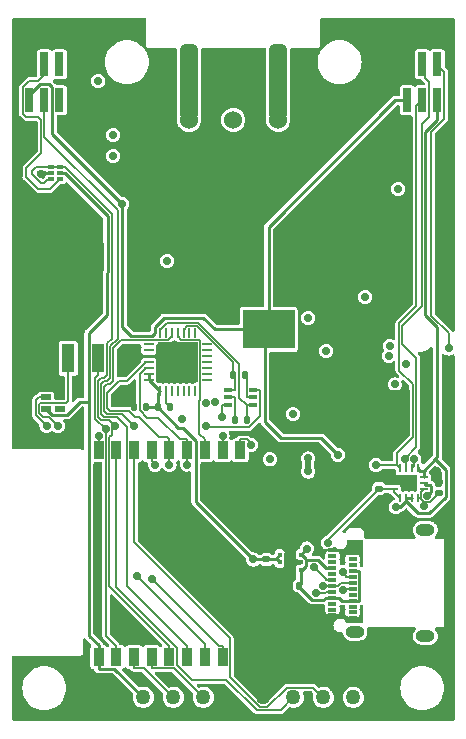
<source format=gbr>
%TF.GenerationSoftware,KiCad,Pcbnew,7.0.5*%
%TF.CreationDate,2023-06-16T17:12:54-04:00*%
%TF.ProjectId,ESP32Sensor-Sensor_board,45535033-3253-4656-9e73-6f722d53656e,rev?*%
%TF.SameCoordinates,Original*%
%TF.FileFunction,Copper,L1,Top*%
%TF.FilePolarity,Positive*%
%FSLAX46Y46*%
G04 Gerber Fmt 4.6, Leading zero omitted, Abs format (unit mm)*
G04 Created by KiCad (PCBNEW 7.0.5) date 2023-06-16 17:12:54*
%MOMM*%
%LPD*%
G01*
G04 APERTURE LIST*
G04 Aperture macros list*
%AMRoundRect*
0 Rectangle with rounded corners*
0 $1 Rounding radius*
0 $2 $3 $4 $5 $6 $7 $8 $9 X,Y pos of 4 corners*
0 Add a 4 corners polygon primitive as box body*
4,1,4,$2,$3,$4,$5,$6,$7,$8,$9,$2,$3,0*
0 Add four circle primitives for the rounded corners*
1,1,$1+$1,$2,$3*
1,1,$1+$1,$4,$5*
1,1,$1+$1,$6,$7*
1,1,$1+$1,$8,$9*
0 Add four rect primitives between the rounded corners*
20,1,$1+$1,$2,$3,$4,$5,0*
20,1,$1+$1,$4,$5,$6,$7,0*
20,1,$1+$1,$6,$7,$8,$9,0*
20,1,$1+$1,$8,$9,$2,$3,0*%
G04 Aperture macros list end*
%TA.AperFunction,SMDPad,CuDef*%
%ADD10RoundRect,0.140000X0.140000X0.170000X-0.140000X0.170000X-0.140000X-0.170000X0.140000X-0.170000X0*%
%TD*%
%TA.AperFunction,SMDPad,CuDef*%
%ADD11RoundRect,0.135000X0.135000X0.185000X-0.135000X0.185000X-0.135000X-0.185000X0.135000X-0.185000X0*%
%TD*%
%TA.AperFunction,SMDPad,CuDef*%
%ADD12R,0.700000X0.300000*%
%TD*%
%TA.AperFunction,ComponentPad*%
%ADD13O,1.600000X1.000000*%
%TD*%
%TA.AperFunction,SMDPad,CuDef*%
%ADD14R,0.782500X0.355600*%
%TD*%
%TA.AperFunction,SMDPad,CuDef*%
%ADD15RoundRect,0.093750X-0.093750X-0.106250X0.093750X-0.106250X0.093750X0.106250X-0.093750X0.106250X0*%
%TD*%
%TA.AperFunction,ComponentPad*%
%ADD16C,0.700000*%
%TD*%
%TA.AperFunction,SMDPad,CuDef*%
%ADD17R,1.000000X1.600000*%
%TD*%
%TA.AperFunction,SMDPad,CuDef*%
%ADD18RoundRect,0.135000X-0.135000X-0.185000X0.135000X-0.185000X0.135000X0.185000X-0.135000X0.185000X0*%
%TD*%
%TA.AperFunction,SMDPad,CuDef*%
%ADD19R,0.760000X2.030000*%
%TD*%
%TA.AperFunction,SMDPad,CuDef*%
%ADD20R,0.550000X0.300000*%
%TD*%
%TA.AperFunction,SMDPad,CuDef*%
%ADD21R,0.520000X0.300000*%
%TD*%
%TA.AperFunction,SMDPad,CuDef*%
%ADD22RoundRect,0.062500X0.275000X0.062500X-0.275000X0.062500X-0.275000X-0.062500X0.275000X-0.062500X0*%
%TD*%
%TA.AperFunction,SMDPad,CuDef*%
%ADD23RoundRect,0.062500X0.062500X0.275000X-0.062500X0.275000X-0.062500X-0.275000X0.062500X-0.275000X0*%
%TD*%
%TA.AperFunction,SMDPad,CuDef*%
%ADD24R,1.450000X1.450000*%
%TD*%
%TA.AperFunction,SMDPad,CuDef*%
%ADD25RoundRect,0.140000X-0.170000X0.140000X-0.170000X-0.140000X0.170000X-0.140000X0.170000X0.140000X0*%
%TD*%
%TA.AperFunction,SMDPad,CuDef*%
%ADD26R,0.863600X0.508000*%
%TD*%
%TA.AperFunction,SMDPad,CuDef*%
%ADD27RoundRect,0.062500X-0.337500X-0.062500X0.337500X-0.062500X0.337500X0.062500X-0.337500X0.062500X0*%
%TD*%
%TA.AperFunction,SMDPad,CuDef*%
%ADD28RoundRect,0.062500X-0.062500X-0.337500X0.062500X-0.337500X0.062500X0.337500X-0.062500X0.337500X0*%
%TD*%
%TA.AperFunction,SMDPad,CuDef*%
%ADD29R,3.350000X3.350000*%
%TD*%
%TA.AperFunction,ComponentPad*%
%ADD30C,1.270000*%
%TD*%
%TA.AperFunction,SMDPad,CuDef*%
%ADD31R,4.400000X3.300000*%
%TD*%
%TA.AperFunction,SMDPad,CuDef*%
%ADD32R,6.200000X3.900000*%
%TD*%
%TA.AperFunction,SMDPad,CuDef*%
%ADD33R,1.130000X2.440000*%
%TD*%
%TA.AperFunction,ConnectorPad*%
%ADD34RoundRect,0.381000X-0.381000X-2.794000X0.381000X-2.794000X0.381000X2.794000X-0.381000X2.794000X0*%
%TD*%
%TA.AperFunction,ComponentPad*%
%ADD35C,1.524000*%
%TD*%
%TA.AperFunction,SMDPad,CuDef*%
%ADD36R,0.889000X1.498600*%
%TD*%
%TA.AperFunction,SMDPad,CuDef*%
%ADD37R,0.711200X0.711200*%
%TD*%
%TA.AperFunction,SMDPad,CuDef*%
%ADD38R,0.500000X1.600000*%
%TD*%
%TA.AperFunction,ViaPad*%
%ADD39C,0.700000*%
%TD*%
%TA.AperFunction,Conductor*%
%ADD40C,0.254000*%
%TD*%
%TA.AperFunction,Conductor*%
%ADD41C,0.127000*%
%TD*%
%TA.AperFunction,Conductor*%
%ADD42C,0.250200*%
%TD*%
G04 APERTURE END LIST*
D10*
%TO.P,C1,1*%
%TO.N,3.3V*%
X-7414300Y-33195100D03*
%TO.P,C1,2*%
%TO.N,GND*%
X-8374300Y-33195100D03*
%TD*%
D11*
%TO.P,R1,1*%
%TO.N,Net-(U2-~{RST})*%
X-5380300Y-33195100D03*
%TO.P,R1,2*%
%TO.N,3.3V*%
X-6400300Y-33195100D03*
%TD*%
D12*
%TO.P,J2,A1,GND*%
%TO.N,GND*%
X8396000Y-50838000D03*
%TO.P,J2,A2,TX1+*%
%TO.N,unconnected-(J2-TX1+-PadA2)*%
X8396000Y-50338000D03*
%TO.P,J2,A3,TX1-*%
%TO.N,unconnected-(J2-TX1--PadA3)*%
X8396000Y-49838000D03*
%TO.P,J2,A4,VBUS*%
%TO.N,VBUS*%
X8396000Y-49338000D03*
%TO.P,J2,A5,CC1*%
%TO.N,CC1*%
X8396000Y-48838000D03*
%TO.P,J2,A6,D+*%
%TO.N,D+*%
X8396000Y-48338000D03*
%TO.P,J2,A7,D-*%
%TO.N,D-*%
X8396000Y-47838000D03*
%TO.P,J2,A8,SBU1*%
%TO.N,unconnected-(J2-SBU1-PadA8)*%
X8396000Y-47338000D03*
%TO.P,J2,A9,VBUS*%
%TO.N,VBUS*%
X8396000Y-46838000D03*
%TO.P,J2,A10,RX2-*%
%TO.N,unconnected-(J2-RX2--PadA10)*%
X8396000Y-46338000D03*
%TO.P,J2,A11,RX2+*%
%TO.N,unconnected-(J2-RX2+-PadA11)*%
X8396000Y-45838000D03*
%TO.P,J2,A12,GND*%
%TO.N,GND*%
X8396000Y-45338000D03*
%TO.P,J2,B1,GND*%
X10096000Y-45588000D03*
%TO.P,J2,B2,TX2+*%
%TO.N,unconnected-(J2-TX2+-PadB2)*%
X10096000Y-46088000D03*
%TO.P,J2,B3,TX2-*%
%TO.N,unconnected-(J2-TX2--PadB3)*%
X10096000Y-46588000D03*
%TO.P,J2,B4,VBUS*%
%TO.N,VBUS*%
X10096000Y-47088000D03*
%TO.P,J2,B5,CC2*%
%TO.N,CC2*%
X10096000Y-47588000D03*
%TO.P,J2,B6,D+*%
%TO.N,D+*%
X10096000Y-48088000D03*
%TO.P,J2,B7,D-*%
%TO.N,D-*%
X10096000Y-48588000D03*
%TO.P,J2,B8,SBU2*%
%TO.N,unconnected-(J2-SBU2-PadB8)*%
X10096000Y-49088000D03*
%TO.P,J2,B9,VBUS*%
%TO.N,VBUS*%
X10096000Y-49588000D03*
%TO.P,J2,B10,RX1-*%
%TO.N,unconnected-(J2-RX1--PadB10)*%
X10096000Y-50088000D03*
%TO.P,J2,B11,RX1+*%
%TO.N,unconnected-(J2-RX1+-PadB11)*%
X10096000Y-50588000D03*
%TO.P,J2,B12,GND*%
%TO.N,GND*%
X10096000Y-51088000D03*
D13*
%TO.P,J2,SH1*%
%TO.N,N/C*%
X10306000Y-52218000D03*
%TO.P,J2,SH2*%
X16256000Y-52578000D03*
%TO.P,J2,SH3*%
X16256000Y-43598000D03*
%TD*%
D14*
%TO.P,U4,1,E2*%
%TO.N,DTR*%
X1699349Y-33034999D03*
%TO.P,U4,2,B2*%
%TO.N,Net-(U4-B2)*%
X1699349Y-32385000D03*
%TO.P,U4,3,C1*%
%TO.N,ESP_EN*%
X1699349Y-31735001D03*
%TO.P,U4,4,E1*%
%TO.N,RTS*%
X-429349Y-31735001D03*
%TO.P,U4,5,B1*%
%TO.N,Net-(U4-B1)*%
X-429349Y-32385000D03*
%TO.P,U4,6,C2*%
%TO.N,GPIO9*%
X-429349Y-33034999D03*
%TD*%
D15*
%TO.P,U5,1,OUT*%
%TO.N,3.3V*%
X3940000Y-45690000D03*
%TO.P,U5,2,SNS*%
X3940000Y-46340000D03*
%TO.P,U5,3,GND*%
%TO.N,GND*%
X3940000Y-46990000D03*
%TO.P,U5,4,EN*%
%TO.N,VBUS*%
X5715000Y-46990000D03*
%TO.P,U5,5,GND*%
%TO.N,GND*%
X5715000Y-46340000D03*
%TO.P,U5,6,IN*%
%TO.N,VBUS*%
X5715000Y-45690000D03*
D16*
%TO.P,U5,7,PAD*%
%TO.N,GND*%
X4827500Y-45790000D03*
D17*
X4827500Y-46340000D03*
D16*
X4827500Y-46890000D03*
%TD*%
D18*
%TO.P,R2,1*%
%TO.N,RTS*%
X0Y-30480000D03*
%TO.P,R2,2*%
%TO.N,Net-(U4-B2)*%
X1020000Y-30480000D03*
%TD*%
D19*
%TO.P,J4,01,01*%
%TO.N,unconnected-(J4-Pad01)*%
X-14730000Y-4180000D03*
%TO.P,J4,02,02*%
%TO.N,unconnected-(J4-Pad02)*%
X-14730000Y-7230000D03*
%TO.P,J4,03,03*%
%TO.N,ESP_LED_REF_INV*%
X-16000000Y-4180000D03*
%TO.P,J4,04,04*%
%TO.N,ESP_PWM_DIM*%
X-16000000Y-7230000D03*
%TO.P,J4,05,05*%
%TO.N,GND*%
X-17270000Y-4180000D03*
%TO.P,J4,06,06*%
%TO.N,VBUS*%
X-17270000Y-7230000D03*
%TD*%
D20*
%TO.P,U6,1,IN1*%
%TO.N,LED_REF*%
X-15405013Y-12910001D03*
D21*
%TO.P,U6,2,GND*%
%TO.N,GND*%
X-15419999Y-13410000D03*
%TO.P,U6,3,IN0*%
%TO.N,LED_REF*%
X-15419999Y-13909999D03*
%TO.P,U6,4,Y*%
%TO.N,ESP_LED_REF_INV*%
X-14680001Y-13909999D03*
%TO.P,U6,5,VCC*%
%TO.N,3.3V*%
X-14680001Y-13410000D03*
%TO.P,U6,6,IN2*%
%TO.N,LED_REF*%
X-14680001Y-12910001D03*
%TD*%
D19*
%TO.P,J3,01,01*%
%TO.N,INT*%
X17270000Y-4180000D03*
%TO.P,J3,02,02*%
%TO.N,3.3V*%
X17270000Y-7230000D03*
%TO.P,J3,03,03*%
%TO.N,SCL*%
X16000000Y-4180000D03*
%TO.P,J3,04,04*%
%TO.N,SDA*%
X16000000Y-7230000D03*
%TO.P,J3,05,05*%
%TO.N,GND*%
X14730000Y-4180000D03*
%TO.P,J3,06,06*%
%TO.N,VBUS*%
X14730000Y-7230000D03*
%TD*%
D10*
%TO.P,C4,1*%
%TO.N,VBUS*%
X5589500Y-48330000D03*
%TO.P,C4,2*%
%TO.N,GND*%
X4629500Y-48330000D03*
%TD*%
D22*
%TO.P,U3,1,CC2*%
%TO.N,CC2*%
X16142500Y-40145000D03*
%TO.P,U3,2,VBUS*%
%TO.N,VBUS*%
X16142500Y-39645000D03*
%TO.P,U3,3,VDD*%
%TO.N,3.3V*%
X16142500Y-39145000D03*
D23*
%TO.P,U3,4,VDD*%
X15630000Y-38382500D03*
%TO.P,U3,5,INT_N*%
%TO.N,INT*%
X15130000Y-38382500D03*
%TO.P,U3,6,SCL*%
%TO.N,SCL*%
X14630000Y-38382500D03*
%TO.P,U3,7,SDA*%
%TO.N,SDA*%
X14130000Y-38382500D03*
D22*
%TO.P,U3,8,GND*%
%TO.N,GND*%
X13617500Y-39145000D03*
%TO.P,U3,9,GND*%
X13617500Y-39645000D03*
%TO.P,U3,10,CC1*%
%TO.N,CC1*%
X13617500Y-40145000D03*
D23*
%TO.P,U3,11,CC1*%
X14130000Y-40907500D03*
%TO.P,U3,12,VCONN*%
%TO.N,3.3V*%
X14630000Y-40907500D03*
%TO.P,U3,13,VCONN*%
X15130000Y-40907500D03*
%TO.P,U3,14,CC2*%
%TO.N,CC2*%
X15630000Y-40907500D03*
D24*
%TO.P,U3,15,GND*%
%TO.N,GND*%
X14880000Y-39645000D03*
%TD*%
D25*
%TO.P,C3,1*%
%TO.N,GND*%
X17420000Y-39525000D03*
%TO.P,C3,2*%
%TO.N,CC2*%
X17420000Y-40485000D03*
%TD*%
D18*
%TO.P,R3,1*%
%TO.N,Net-(U4-B1)*%
X125000Y-34290000D03*
%TO.P,R3,2*%
%TO.N,DTR*%
X1145000Y-34290000D03*
%TD*%
D26*
%TO.P,U13,1,DIN*%
%TO.N,NeopixelLED*%
X-15875001Y-32385000D03*
%TO.P,U13,2,VDD*%
%TO.N,3.3V*%
X-15875001Y-33335000D03*
%TO.P,U13,3,DOUT*%
%TO.N,unconnected-(U13-DOUT-Pad3)*%
X-14628999Y-33335000D03*
%TO.P,U13,4,GND*%
%TO.N,GND*%
X-14628999Y-32385000D03*
%TD*%
D27*
%TO.P,U2,1,~{DCD}*%
%TO.N,unconnected-(U2-~{DCD}-Pad1)*%
X-7160300Y-27885100D03*
%TO.P,U2,2,~{RI}/CLK*%
%TO.N,unconnected-(U2-~{RI}{slash}CLK-Pad2)*%
X-7160300Y-28385100D03*
%TO.P,U2,3,GND*%
%TO.N,GND*%
X-7160300Y-28885100D03*
%TO.P,U2,4,D+*%
%TO.N,D+*%
X-7160300Y-29385100D03*
%TO.P,U2,5,D-*%
%TO.N,D-*%
X-7160300Y-29885100D03*
%TO.P,U2,6,VDD*%
%TO.N,3.3V*%
X-7160300Y-30385100D03*
%TO.P,U2,7,VREGIN*%
X-7160300Y-30885100D03*
D28*
%TO.P,U2,8,VBUS*%
X-6210300Y-31835100D03*
%TO.P,U2,9,~{RST}*%
%TO.N,Net-(U2-~{RST})*%
X-5710300Y-31835100D03*
%TO.P,U2,10,NC*%
%TO.N,unconnected-(U2-NC-Pad10)*%
X-5210300Y-31835100D03*
%TO.P,U2,11,~{SUSPEND}*%
%TO.N,unconnected-(U2-~{SUSPEND}-Pad11)*%
X-4710300Y-31835100D03*
%TO.P,U2,12,SUSPEND*%
%TO.N,unconnected-(U2-SUSPEND-Pad12)*%
X-4210300Y-31835100D03*
%TO.P,U2,13,CHREN*%
%TO.N,unconnected-(U2-CHREN-Pad13)*%
X-3710300Y-31835100D03*
%TO.P,U2,14,CHR1*%
%TO.N,unconnected-(U2-CHR1-Pad14)*%
X-3210300Y-31835100D03*
D27*
%TO.P,U2,15,CHR0*%
%TO.N,unconnected-(U2-CHR0-Pad15)*%
X-2260300Y-30885100D03*
%TO.P,U2,16,~{WAKEUP}/GPIO.3*%
%TO.N,unconnected-(U2-~{WAKEUP}{slash}GPIO.3-Pad16)*%
X-2260300Y-30385100D03*
%TO.P,U2,17,RS485/GPIO.2*%
%TO.N,unconnected-(U2-RS485{slash}GPIO.2-Pad17)*%
X-2260300Y-29885100D03*
%TO.P,U2,18,~{RXT}/GPIO.1*%
%TO.N,unconnected-(U2-~{RXT}{slash}GPIO.1-Pad18)*%
X-2260300Y-29385100D03*
%TO.P,U2,19,~{TXT}/GPIO.0*%
%TO.N,unconnected-(U2-~{TXT}{slash}GPIO.0-Pad19)*%
X-2260300Y-28885100D03*
%TO.P,U2,20,GPIO.6*%
%TO.N,unconnected-(U2-GPIO.6-Pad20)*%
X-2260300Y-28385100D03*
%TO.P,U2,21,GPIO.5*%
%TO.N,unconnected-(U2-GPIO.5-Pad21)*%
X-2260300Y-27885100D03*
D28*
%TO.P,U2,22,GPIO.4*%
%TO.N,unconnected-(U2-GPIO.4-Pad22)*%
X-3210300Y-26935100D03*
%TO.P,U2,23,~{CTS}*%
%TO.N,unconnected-(U2-~{CTS}-Pad23)*%
X-3710300Y-26935100D03*
%TO.P,U2,24,~{RTS}*%
%TO.N,RTS*%
X-4210300Y-26935100D03*
%TO.P,U2,25,RXD*%
%TO.N,ESP_TXD*%
X-4710300Y-26935100D03*
%TO.P,U2,26,TXD*%
%TO.N,ESP_RXD*%
X-5210300Y-26935100D03*
%TO.P,U2,27,~{DSR}*%
%TO.N,unconnected-(U2-~{DSR}-Pad27)*%
X-5710300Y-26935100D03*
%TO.P,U2,28,~{DTR}*%
%TO.N,DTR*%
X-6210300Y-26935100D03*
D29*
%TO.P,U2,29,GND*%
%TO.N,GND*%
X-4710300Y-29385100D03*
%TD*%
D30*
%TO.P,J5,1,1*%
%TO.N,GND*%
X-10160000Y-57785000D03*
%TO.P,J5,2,2*%
%TO.N,3.3V*%
X-7620000Y-57785000D03*
%TO.P,J5,3,3*%
%TO.N,SCL*%
X-5080000Y-57785000D03*
%TO.P,J5,4,4*%
%TO.N,SDA*%
X-2540000Y-57785000D03*
%TD*%
D31*
%TO.P,J1,1*%
%TO.N,VBUS*%
X2988000Y-26628000D03*
D32*
%TO.P,J1,2*%
%TO.N,GND*%
X11938000Y-33728000D03*
%TO.P,J1,3*%
X11938000Y-20828000D03*
%TD*%
D33*
%TO.P,S1,1A*%
%TO.N,GPIO9*%
X-13970000Y-29065000D03*
%TO.P,S1,1B*%
%TO.N,GND*%
X-13970000Y-20465000D03*
%TO.P,S1,2A*%
%TO.N,ESP_EN*%
X-11430000Y-29065000D03*
%TO.P,S1,2B*%
%TO.N,GND*%
X-11430000Y-20465000D03*
%TD*%
D34*
%TO.P,PD1,1,An*%
%TO.N,Net-(PD1-An)*%
X3810000Y-5715000D03*
D35*
X3810000Y-8890000D03*
D34*
%TO.P,PD1,2,Ca*%
%TO.N,The_better_5V*%
X-3746500Y-5715000D03*
D35*
X-3746500Y-8890000D03*
%TO.P,PD1,3,Ca*%
X0Y-8890000D03*
%TD*%
D25*
%TO.P,C2,1*%
%TO.N,GND*%
X12340000Y-39137000D03*
%TO.P,C2,2*%
%TO.N,CC1*%
X12340000Y-40097000D03*
%TD*%
%TO.P,C5,1*%
%TO.N,3.3V*%
X2795500Y-46100000D03*
%TO.P,C5,2*%
%TO.N,GND*%
X2795500Y-47060000D03*
%TD*%
D30*
%TO.P,J6,1,1*%
%TO.N,GND*%
X2540000Y-57785000D03*
%TO.P,J6,2,2*%
%TO.N,GPIO1*%
X5080000Y-57785000D03*
%TO.P,J6,3,3*%
%TO.N,GPIO2*%
X7620000Y-57785000D03*
%TO.P,J6,4,4*%
%TO.N,GPIO3*%
X10160000Y-57785000D03*
%TD*%
D36*
%TO.P,U1,1,3V3*%
%TO.N,3.3V*%
X-11405087Y-54356000D03*
%TO.P,U1,2,EN*%
%TO.N,ESP_EN*%
X-9905087Y-54356000D03*
%TO.P,U1,3,IO4*%
%TO.N,SCL*%
X-8405085Y-54356000D03*
%TO.P,U1,4,IO5*%
%TO.N,SDA*%
X-6905086Y-54356000D03*
%TO.P,U1,5,IO6*%
%TO.N,LED_REF*%
X-5405086Y-54356000D03*
%TO.P,U1,6,IO7*%
%TO.N,ESP_PWM_DIM*%
X-3905087Y-54356000D03*
%TO.P,U1,7,IO8*%
%TO.N,NeopixelLED*%
X-2405087Y-54356000D03*
%TO.P,U1,8,IO9*%
%TO.N,GPIO9*%
X-905085Y-54356000D03*
%TO.P,U1,9,GND*%
%TO.N,GND*%
X594915Y-54356000D03*
%TO.P,U1,10,IO10*%
%TO.N,INT*%
X594915Y-36856000D03*
%TO.P,U1,11,RXD*%
%TO.N,ESP_RXD*%
X-905085Y-36856000D03*
%TO.P,U1,12,TXD*%
%TO.N,ESP_TXD*%
X-2405087Y-36856000D03*
%TO.P,U1,13,IO18*%
%TO.N,D-*%
X-3905087Y-36856000D03*
%TO.P,U1,14,IO19*%
%TO.N,D+*%
X-5405086Y-36856000D03*
%TO.P,U1,15,IO3*%
%TO.N,GPIO3*%
X-6905086Y-36856000D03*
%TO.P,U1,16,IO2*%
%TO.N,GPIO2*%
X-8405085Y-36856000D03*
%TO.P,U1,17,IO1*%
%TO.N,GPIO1*%
X-9905087Y-36856000D03*
%TO.P,U1,18,IO0*%
%TO.N,ESP_ADC*%
X-11405087Y-36856000D03*
D37*
%TO.P,U1,19,GND*%
%TO.N,GND*%
X-6305110Y-45750198D03*
%TO.P,U1,20,GND*%
X-6305110Y-44650198D03*
%TO.P,U1,21,GND*%
X-6305110Y-43550198D03*
%TO.P,U1,22,GND*%
X-5205112Y-45750300D03*
%TO.P,U1,23,GND*%
X-5205112Y-44650300D03*
%TO.P,U1,24,GND*%
X-5205112Y-43550299D03*
%TO.P,U1,25,GND*%
X-4105114Y-45750198D03*
%TO.P,U1,26,GND*%
X-4105114Y-44650198D03*
%TO.P,U1,27,GND*%
X-4105114Y-43550198D03*
%TD*%
D16*
%TO.P,U12,7,PAD*%
%TO.N,Sensor_GND*%
X6350000Y-37550000D03*
D38*
X6350000Y-38100000D03*
D16*
X6350000Y-38650000D03*
%TD*%
D39*
%TO.N,3.3V*%
X13766100Y-41653200D03*
X1704900Y-46100000D03*
%TO.N,GND*%
X13970000Y-55372000D03*
X-9398000Y-32258000D03*
X-16256000Y-13462000D03*
X11430000Y-57912000D03*
X-15494000Y-20320000D03*
X13208000Y-36322000D03*
X17272000Y-38608000D03*
X-8890000Y-52832000D03*
X6350000Y-57912000D03*
X6350000Y-55372000D03*
X1270000Y-42672000D03*
X-9144000Y-28194000D03*
X-11430000Y-57912000D03*
X-13970000Y-55372000D03*
X8890000Y-57912000D03*
X-11430000Y-50292000D03*
X-1270000Y-40132000D03*
X11430000Y-55372000D03*
X-6350000Y-57912000D03*
X11430000Y-42672000D03*
X3810000Y-55372000D03*
X-3810000Y-47752000D03*
X8890000Y-52832000D03*
X1270000Y-50292000D03*
X13970000Y-52832000D03*
X16256000Y-32512000D03*
X-11430000Y-47752000D03*
%TO.N,CC1*%
X8007100Y-44690700D03*
X6997100Y-48928300D03*
%TO.N,D+*%
X-5405100Y-38070000D03*
X7584600Y-48379200D03*
%TO.N,D-*%
X6875300Y-46758800D03*
X-3905100Y-38059500D03*
X9278600Y-48660000D03*
%TO.N,CC2*%
X16168900Y-41549600D03*
X9292000Y-47184100D03*
%TO.N,ESP_RXD*%
X-911500Y-35639200D03*
X-8419400Y-34801800D03*
%TO.N,GPIO9*%
X-6858000Y-47752000D03*
X-986600Y-34017200D03*
X-14848900Y-34800100D03*
%TO.N,ESP_EN*%
X-2286000Y-34798000D03*
X-10812300Y-35077200D03*
%TO.N,INT*%
X1501700Y-36392900D03*
X18227600Y-28237100D03*
X15322900Y-37587500D03*
%TO.N,SCL*%
X14510800Y-37576300D03*
%TO.N,SDA*%
X12078400Y-38106200D03*
%TO.N,LED_REF*%
X13276000Y-28023900D03*
X-10000900Y-34802700D03*
%TO.N,5V*%
X-4369750Y-34222050D03*
X3099100Y-37619500D03*
X-2346300Y-32811400D03*
%TO.N,Sensor_Analog*%
X13673100Y-31282800D03*
X13165200Y-28863000D03*
%TO.N,The_better_5V*%
X-1542700Y-32758700D03*
%TO.N,ESP_ADC*%
X14656300Y-29510800D03*
X-11405100Y-35634600D03*
%TO.N,GPIO3*%
X-6624500Y-38069500D03*
%TO.N,NeopixelLED*%
X-15811800Y-34785000D03*
X-8128000Y-47498000D03*
%TO.N,VBUS*%
X-9398000Y-16002000D03*
X16374900Y-40731700D03*
X6222900Y-45182100D03*
X8860100Y-37229900D03*
%TO.N,Sensor_GND*%
X6350000Y-25654000D03*
X-11430000Y-5588000D03*
X-5588000Y-20828000D03*
X11176000Y-23876000D03*
X-10160000Y-10160000D03*
X13970000Y-14732000D03*
X7874000Y-28448000D03*
X5080000Y-33782000D03*
X-10160000Y-11938000D03*
%TD*%
D40*
%TO.N,3.3V*%
X17253700Y-37457500D02*
X17253700Y-26416000D01*
X1704900Y-46100000D02*
X-3165800Y-41229300D01*
X-10069200Y-55335800D02*
X-7620000Y-57785000D01*
X-12969900Y-32766000D02*
X-14041800Y-33837900D01*
X-12225500Y-32766000D02*
X-12969900Y-32766000D01*
X13766100Y-41653200D02*
X14143600Y-41653200D01*
X-12225500Y-26957500D02*
X-12225500Y-32766000D01*
X-7160300Y-30385100D02*
X-7160300Y-30885100D01*
X16612800Y-42177900D02*
X15641100Y-42177900D01*
X15816200Y-38568700D02*
X15630000Y-38382500D01*
X16270000Y-9892000D02*
X17270000Y-8892000D01*
X14630000Y-41166800D02*
X14630000Y-40907500D01*
X-4270600Y-34926900D02*
X-4668500Y-34926900D01*
X-6210300Y-31835100D02*
X-7160300Y-30885100D01*
X-6210300Y-31835100D02*
X-6400300Y-32025100D01*
X3940000Y-45690000D02*
X3700000Y-45930000D01*
X-3165800Y-41229300D02*
X-3165800Y-36031700D01*
X1704900Y-46100000D02*
X2795500Y-46100000D01*
X15641100Y-42177900D02*
X14630000Y-41166800D01*
X2795500Y-46100000D02*
X3700000Y-46100000D01*
X17253700Y-26416000D02*
X16270000Y-25432300D01*
X14143600Y-41653200D02*
X14630000Y-41166800D01*
X-11405100Y-55335800D02*
X-10069200Y-55335800D01*
X-10668000Y-25400000D02*
X-12225500Y-26957500D01*
X17117300Y-37593900D02*
X16142500Y-38568700D01*
X-15372100Y-33837900D02*
X-15875000Y-33335000D01*
X-12225500Y-32766000D02*
X-12225500Y-52555800D01*
X18008600Y-38485300D02*
X18008600Y-40782100D01*
X-10634500Y-17051500D02*
X-10634500Y-21780500D01*
X-12225500Y-52555800D02*
X-11405100Y-53376200D01*
X16270000Y-25432300D02*
X16270000Y-9892000D01*
X17117300Y-37593900D02*
X18008600Y-38485300D01*
X16142500Y-38568700D02*
X15816200Y-38568700D01*
X16142500Y-38568700D02*
X16142500Y-39145000D01*
X-10668000Y-21814000D02*
X-10668000Y-25400000D01*
X-14276000Y-13410000D02*
X-10634500Y-17051500D01*
X-4668500Y-34926900D02*
X-6400300Y-33195100D01*
X-7414300Y-33195100D02*
X-6400300Y-33195100D01*
X18008600Y-40782100D02*
X16612800Y-42177900D01*
X-3165800Y-36031700D02*
X-4270600Y-34926900D01*
X17270000Y-8892000D02*
X17270000Y-7230000D01*
X17117300Y-37593900D02*
X17253700Y-37457500D01*
X-6400300Y-32025100D02*
X-6400300Y-33195100D01*
X3700000Y-46100000D02*
X3940000Y-46340000D01*
X-11405100Y-53376200D02*
X-11405100Y-55335800D01*
X-14680000Y-13410000D02*
X-14276000Y-13410000D01*
X14630000Y-40907500D02*
X15130000Y-40907500D01*
X-10634500Y-21780500D02*
X-10668000Y-21814000D01*
X3700000Y-45930000D02*
X3700000Y-46100000D01*
X-14041800Y-33837900D02*
X-15372100Y-33837900D01*
D41*
%TO.N,GND*%
X8396000Y-45338000D02*
X7492000Y-45338000D01*
X13617500Y-39145000D02*
X14380000Y-39145000D01*
X7492000Y-45338000D02*
X7366000Y-45212000D01*
X8396000Y-45338000D02*
X9270000Y-45338000D01*
X9520000Y-45588000D02*
X10096000Y-45588000D01*
X14880000Y-39645000D02*
X13617500Y-39645000D01*
X13617500Y-39145000D02*
X12348000Y-39145000D01*
X14380000Y-39145000D02*
X14880000Y-39645000D01*
X7366000Y-44111000D02*
X12340000Y-39137000D01*
X7366000Y-45212000D02*
X7366000Y-44111000D01*
X10096000Y-51088000D02*
X9686000Y-51088000D01*
X12348000Y-39145000D02*
X12340000Y-39137000D01*
X9270000Y-45338000D02*
X9520000Y-45588000D01*
X9686000Y-51088000D02*
X9398000Y-50800000D01*
X-7160300Y-28885100D02*
X-5210300Y-28885100D01*
X7137500Y-50838000D02*
X4629500Y-48330000D01*
X9398000Y-50800000D02*
X8434000Y-50800000D01*
X8434000Y-50800000D02*
X8396000Y-50838000D01*
X-5210300Y-28885100D02*
X-4710300Y-29385100D01*
X8396000Y-50838000D02*
X7137500Y-50838000D01*
X-16204000Y-13410000D02*
X-16256000Y-13462000D01*
X-15419999Y-13410000D02*
X-16204000Y-13410000D01*
X13617500Y-39645000D02*
X13617500Y-39145000D01*
%TO.N,CC1*%
X8007100Y-44453900D02*
X8007100Y-44690700D01*
X13617500Y-40145000D02*
X13617500Y-40395000D01*
X12340000Y-40121000D02*
X12364000Y-40145000D01*
X12340000Y-40097000D02*
X12340000Y-40121000D01*
X7788700Y-48928300D02*
X6997100Y-48928300D01*
X12364000Y-40145000D02*
X13617500Y-40145000D01*
X12340000Y-40121000D02*
X8007100Y-44453900D01*
X8396000Y-48838000D02*
X7879000Y-48838000D01*
X13617500Y-40395000D02*
X14130000Y-40907500D01*
X7879000Y-48838000D02*
X7788700Y-48928300D01*
%TO.N,D+*%
X-5405100Y-35939700D02*
X-5635600Y-35709200D01*
X-10414000Y-33528000D02*
X-10668000Y-33274000D01*
X9086900Y-48088000D02*
X8836900Y-48338000D01*
X8137500Y-48338000D02*
X7879000Y-48338000D01*
X-7961400Y-34048100D02*
X-8287400Y-34048100D01*
X8137500Y-48338000D02*
X8396000Y-48338000D01*
X8836900Y-48338000D02*
X8396000Y-48338000D01*
X-5405100Y-38070000D02*
X-5405100Y-35939700D01*
X-8807500Y-33528000D02*
X-10414000Y-33528000D01*
X10096000Y-48088000D02*
X9579000Y-48088000D01*
X-7388000Y-29385100D02*
X-7160300Y-29385100D01*
X-10668000Y-32004000D02*
X-9652000Y-30988000D01*
X-10668000Y-33274000D02*
X-10668000Y-32004000D01*
X-9652000Y-30988000D02*
X-8990900Y-30988000D01*
X7879000Y-48338000D02*
X7837800Y-48379200D01*
X-8287400Y-34048100D02*
X-8807500Y-33528000D01*
X-6300300Y-35709200D02*
X-7961400Y-34048100D01*
X-5635600Y-35709200D02*
X-6300300Y-35709200D01*
X-8990900Y-30988000D02*
X-7388000Y-29385100D01*
X7837800Y-48379200D02*
X7584600Y-48379200D01*
X9579000Y-48088000D02*
X9086900Y-48088000D01*
%TO.N,D-*%
X8137500Y-47838000D02*
X7879000Y-47838000D01*
X-7266400Y-34089600D02*
X-7894300Y-33461700D01*
X7879000Y-47762500D02*
X7879000Y-47838000D01*
X-7894300Y-33461700D02*
X-7894300Y-30383500D01*
X-7395900Y-29885100D02*
X-7160300Y-29885100D01*
X9507000Y-48660000D02*
X9579000Y-48588000D01*
X-7894300Y-30383500D02*
X-7395900Y-29885100D01*
X-3905100Y-36856000D02*
X-3905100Y-35939700D01*
X-4505000Y-35939700D02*
X-6355100Y-34089600D01*
X-3905100Y-35939700D02*
X-4505000Y-35939700D01*
X10096000Y-48588000D02*
X9579000Y-48588000D01*
X6875300Y-46758800D02*
X7879000Y-47762500D01*
X-6355100Y-34089600D02*
X-7266400Y-34089600D01*
X9278600Y-48660000D02*
X9507000Y-48660000D01*
X-3905100Y-38059500D02*
X-3905100Y-36856000D01*
X8137500Y-47838000D02*
X8396000Y-47838000D01*
%TO.N,CC2*%
X9579000Y-47471100D02*
X9292000Y-47184100D01*
X15857900Y-40945800D02*
X16168900Y-41256800D01*
X15857900Y-40429600D02*
X15857900Y-40907500D01*
X15857900Y-40907500D02*
X15857900Y-40945800D01*
X16648200Y-41256800D02*
X17420000Y-40485000D01*
X9579000Y-47588000D02*
X9579000Y-47471100D01*
X15857900Y-40907500D02*
X15630000Y-40907500D01*
X16168900Y-41256800D02*
X16648200Y-41256800D01*
X10096000Y-47588000D02*
X9579000Y-47588000D01*
X16168900Y-41549600D02*
X16168900Y-41256800D01*
X16142500Y-40145000D02*
X15857900Y-40429600D01*
%TO.N,Net-(U2-~{RST})*%
X-5710300Y-32865100D02*
X-5380300Y-33195100D01*
X-5710300Y-31835100D02*
X-5710300Y-32865100D01*
%TO.N,RTS*%
X0Y-30480000D02*
X128800Y-30608800D01*
X-3072000Y-26335300D02*
X0Y-29407300D01*
X-4210300Y-26652200D02*
X-3893400Y-26335300D01*
X-429400Y-31735000D02*
X128800Y-31735000D01*
X-3893400Y-26335300D02*
X-3072000Y-26335300D01*
X128800Y-30608800D02*
X128800Y-31735000D01*
X-4210300Y-26935100D02*
X-4210300Y-26652200D01*
X0Y-29407300D02*
X0Y-30480000D01*
%TO.N,DTR*%
X1145000Y-33035000D02*
X510000Y-32400000D01*
X1145000Y-33035000D02*
X1145000Y-34290000D01*
X-2951700Y-26093200D02*
X-5622900Y-26093200D01*
X-6210300Y-26680600D02*
X-6210300Y-26935100D01*
X510000Y-29554900D02*
X-2951700Y-26093200D01*
X-5622900Y-26093200D02*
X-6210300Y-26680600D01*
X1699300Y-33035000D02*
X1385100Y-33035000D01*
X1385100Y-33035000D02*
X1145000Y-33035000D01*
X510000Y-32400000D02*
X510000Y-29554900D01*
%TO.N,ESP_TXD*%
X-2920800Y-27522700D02*
X-4406400Y-27522700D01*
X-4710300Y-27218800D02*
X-4710300Y-26935100D01*
X-4406400Y-27522700D02*
X-4710300Y-27218800D01*
X-2869800Y-35475000D02*
X-2869800Y-32603500D01*
X-2836600Y-27606900D02*
X-2920800Y-27522700D01*
X-2869800Y-32603500D02*
X-2836600Y-32570300D01*
X-2405100Y-35939700D02*
X-2869800Y-35475000D01*
X-2405100Y-36856000D02*
X-2405100Y-35939700D01*
X-2836600Y-32570300D02*
X-2836600Y-27606900D01*
%TO.N,ESP_RXD*%
X-10922000Y-33528000D02*
X-10922000Y-31496000D01*
X-911500Y-35933300D02*
X-911500Y-35639200D01*
X-5210300Y-27218800D02*
X-5210300Y-26935100D01*
X-10668000Y-31242000D02*
X-10414000Y-31242000D01*
X-9488700Y-27522700D02*
X-5514200Y-27522700D01*
X-10160000Y-30988000D02*
X-10160000Y-28194000D01*
X-9439200Y-33782000D02*
X-10668000Y-33782000D01*
X-5514200Y-27522700D02*
X-5210300Y-27218800D01*
X-10160000Y-28194000D02*
X-9488700Y-27522700D01*
X-10922000Y-33528000D02*
X-10668000Y-33782000D01*
X-905100Y-36856000D02*
X-905100Y-35939700D01*
X-905100Y-35939700D02*
X-911500Y-35933300D01*
X-8419400Y-34801800D02*
X-9439200Y-33782000D01*
X-10922000Y-31496000D02*
X-10668000Y-31242000D01*
X-10414000Y-31242000D02*
X-10160000Y-30988000D01*
%TO.N,GPIO9*%
X-987700Y-34016100D02*
X-986600Y-34017200D01*
X-15622600Y-34026400D02*
X-16126400Y-34026400D01*
X-987700Y-33035000D02*
X-987700Y-34016100D01*
X-16126400Y-34026400D02*
X-16473800Y-33679000D01*
X-13970000Y-32686900D02*
X-13970000Y-29065000D01*
X-429400Y-33035000D02*
X-987700Y-33035000D01*
X-905100Y-53439700D02*
X-905100Y-54356000D01*
X-1170300Y-53439700D02*
X-905100Y-53439700D01*
X-14143100Y-32860000D02*
X-13970000Y-32686900D01*
X-6858000Y-47752000D02*
X-1170300Y-53439700D01*
X-16473800Y-33011800D02*
X-16322000Y-32860000D01*
X-14848900Y-34800100D02*
X-15622600Y-34026400D01*
X-16322000Y-32860000D02*
X-14143100Y-32860000D01*
X-16473800Y-33679000D02*
X-16473800Y-33011800D01*
%TO.N,ESP_EN*%
X1362100Y-34880300D02*
X2257500Y-33984900D01*
X-10765000Y-35124500D02*
X-10812300Y-35077200D01*
X-9905100Y-53439700D02*
X-10765000Y-52579800D01*
X-10765000Y-52579800D02*
X-10765000Y-35124500D01*
X-11684000Y-30706000D02*
X-11684000Y-34205500D01*
X2257500Y-31735000D02*
X1699300Y-31735000D01*
X-9905100Y-54356000D02*
X-9905100Y-53439700D01*
X-11430000Y-30452000D02*
X-11684000Y-30706000D01*
X-11684000Y-34205500D02*
X-10812300Y-35077200D01*
X-2286000Y-34798000D02*
X-2203700Y-34880300D01*
X2257500Y-33984900D02*
X2257500Y-31735000D01*
X-11430000Y-29065000D02*
X-11430000Y-30452000D01*
X-2203700Y-34880300D02*
X1362100Y-34880300D01*
%TO.N,INT*%
X594900Y-35939700D02*
X1162400Y-35939700D01*
X16764000Y-25460400D02*
X16764000Y-9906000D01*
X1162400Y-35939700D02*
X1501700Y-36279000D01*
X594900Y-36856000D02*
X594900Y-35939700D01*
X15322900Y-38189600D02*
X15130000Y-38382500D01*
X1501700Y-36279000D02*
X1501700Y-36392900D01*
X16764000Y-9906000D02*
X17879827Y-8790173D01*
X17879827Y-8790173D02*
X17879827Y-4789827D01*
X17879827Y-4789827D02*
X17270000Y-4180000D01*
X18227600Y-26924000D02*
X16764000Y-25460400D01*
X15322900Y-37587500D02*
X15322900Y-38189600D01*
X18227600Y-28237100D02*
X18227600Y-26924000D01*
%TO.N,SCL*%
X14630000Y-38382500D02*
X14630000Y-37695500D01*
X16545100Y-8600900D02*
X16545100Y-5637100D01*
X16270000Y-5362000D02*
X16270000Y-4180000D01*
X15948924Y-9197076D02*
X16545100Y-8600900D01*
X16545100Y-5637100D02*
X16270000Y-5362000D01*
X-5080000Y-57785000D02*
X-7592700Y-55272300D01*
X15471100Y-36616000D02*
X15471100Y-29024400D01*
X14279400Y-27832700D02*
X14279400Y-26301500D01*
X14630000Y-37695500D02*
X14510800Y-37576300D01*
X14510800Y-37576300D02*
X15471100Y-36616000D01*
X15471100Y-29024400D02*
X14279400Y-27832700D01*
X-7592700Y-55272300D02*
X-8405100Y-55272300D01*
X15948924Y-24631976D02*
X15948924Y-9197076D01*
X-8405100Y-54356000D02*
X-8405100Y-55272300D01*
X14279400Y-26301500D02*
X15948924Y-24631976D01*
%TO.N,SDA*%
X14048900Y-26091700D02*
X15205000Y-24935600D01*
X15205000Y-24935600D02*
X15205000Y-24927000D01*
X12078400Y-38106200D02*
X13853700Y-38106200D01*
X15205000Y-24927000D02*
X15494000Y-24638000D01*
X14130000Y-38382500D02*
X13853700Y-38106200D01*
X-5052700Y-55272300D02*
X-2540000Y-57785000D01*
X15494000Y-7736000D02*
X16000000Y-7230000D01*
X15494000Y-24638000D02*
X15494000Y-7736000D01*
X-6905100Y-54356000D02*
X-6905100Y-55272300D01*
X-6905100Y-55272300D02*
X-5052700Y-55272300D01*
X14048900Y-30106900D02*
X14048900Y-26091700D01*
X15218100Y-31276100D02*
X14048900Y-30106900D01*
X13853700Y-37118400D02*
X15218100Y-35754000D01*
X15218100Y-35754000D02*
X15218100Y-31276100D01*
X13853700Y-38106200D02*
X13853700Y-37118400D01*
%TO.N,LED_REF*%
X-5405100Y-54356000D02*
X-5405100Y-53439700D01*
X-10922000Y-30734000D02*
X-11176000Y-30734000D01*
X-10668000Y-30480000D02*
X-10922000Y-30734000D01*
X-17018000Y-13208000D02*
X-16720001Y-12910001D01*
X-5405100Y-53439700D02*
X-10534500Y-48310300D01*
X-10294700Y-16868300D02*
X-10294700Y-27432000D01*
X-10548700Y-34290000D02*
X-10294700Y-34544000D01*
X-11176000Y-30734000D02*
X-11430000Y-30988000D01*
X-10668000Y-30480000D02*
X-10668000Y-27805300D01*
X-10250200Y-35052000D02*
X-10000900Y-34802700D01*
X-10668000Y-27805300D02*
X-10294700Y-27432000D01*
X-11430000Y-34036000D02*
X-11176000Y-34290000D01*
X-15687999Y-13909999D02*
X-16002000Y-14224000D01*
X-10000900Y-34802700D02*
X-10294700Y-34802700D01*
X-10534500Y-35764600D02*
X-10294700Y-35524800D01*
X-11176000Y-34290000D02*
X-10548700Y-34290000D01*
X-16720001Y-12910001D02*
X-15405013Y-12910001D01*
X-10534500Y-48310300D02*
X-10534500Y-35764600D01*
X-16002000Y-14224000D02*
X-16256000Y-14224000D01*
X-10294700Y-34544000D02*
X-10294700Y-34802700D01*
X-10294700Y-35052000D02*
X-10250200Y-35052000D01*
X-14253000Y-12910000D02*
X-10294700Y-16868300D01*
X-11430000Y-30988000D02*
X-11430000Y-34036000D01*
X-10294700Y-35524800D02*
X-10294700Y-35052000D01*
X-15420000Y-13910000D02*
X-15687100Y-13910000D01*
X-15405000Y-12910000D02*
X-14253000Y-12910000D01*
X-15419999Y-13909999D02*
X-15687999Y-13909999D01*
X-10294700Y-35052000D02*
X-10294700Y-34802700D01*
X-16256000Y-14224000D02*
X-17018000Y-13462000D01*
X-17018000Y-13462000D02*
X-17018000Y-13208000D01*
%TO.N,ESP_LED_REF_INV*%
X-16000000Y-5078000D02*
X-16000000Y-4180000D01*
X-16510000Y-8636000D02*
X-17526000Y-8636000D01*
X-16256000Y-10922000D02*
X-16257600Y-10922000D01*
X-16256000Y-8890000D02*
X-16510000Y-8636000D01*
X-16510000Y-14732000D02*
X-17527600Y-13714400D01*
X-16510000Y-5588000D02*
X-16000000Y-5078000D01*
X-14680000Y-13910000D02*
X-15502000Y-14732000D01*
X-15502000Y-14732000D02*
X-16510000Y-14732000D01*
X-17815100Y-8346900D02*
X-17815100Y-6131100D01*
X-17272000Y-5588000D02*
X-16510000Y-5588000D01*
X-16257600Y-10922000D02*
X-16256000Y-10920400D01*
X-16256000Y-10920400D02*
X-16256000Y-8890000D01*
X-17526000Y-8636000D02*
X-17815100Y-8346900D01*
X-16256000Y-11682400D02*
X-16256000Y-10922000D01*
X-17815100Y-6131100D02*
X-17272000Y-5588000D01*
X-17527600Y-12954000D02*
X-16256000Y-11682400D01*
X-17527600Y-13714400D02*
X-17527600Y-12954000D01*
%TO.N,The_better_5V*%
X-3746500Y-5715000D02*
X-3746500Y-8890000D01*
%TO.N,Net-(PD1-An)*%
X3810000Y-5715000D02*
X3810000Y-8890000D01*
%TO.N,ESP_ADC*%
X-11405100Y-36856000D02*
X-11405100Y-35939700D01*
X-11405100Y-35939700D02*
X-11405100Y-35634600D01*
%TO.N,Net-(U4-B2)*%
X1141000Y-30601000D02*
X1020000Y-30480000D01*
X1699300Y-32385000D02*
X1141000Y-32385000D01*
X1141000Y-32385000D02*
X1141000Y-30601000D01*
%TO.N,Net-(U4-B1)*%
X128800Y-34286200D02*
X125000Y-34290000D01*
X-429400Y-32385000D02*
X128800Y-32385000D01*
X128800Y-32385000D02*
X128800Y-34286200D01*
%TO.N,GPIO1*%
X-4730300Y-55028500D02*
X-3458100Y-56300700D01*
X-9905100Y-36856000D02*
X-9905100Y-48426000D01*
X-9905100Y-48426000D02*
X-4730300Y-53600800D01*
X4011400Y-58853600D02*
X5080000Y-57785000D01*
X-3458100Y-56300700D02*
X-576300Y-56300700D01*
X-576300Y-56300700D02*
X1976600Y-58853600D01*
X1976600Y-58853600D02*
X4011400Y-58853600D01*
X-4730300Y-53600800D02*
X-4730300Y-55028500D01*
%TO.N,GPIO2*%
X-8405100Y-44657000D02*
X-293600Y-52768500D01*
X-293600Y-52768500D02*
X-293600Y-56089400D01*
X2873300Y-58623100D02*
X4553500Y-56942900D01*
X-8405100Y-36856000D02*
X-8405100Y-44657000D01*
X6777900Y-56942900D02*
X7620000Y-57785000D01*
X2240100Y-58623100D02*
X2873300Y-58623100D01*
X4553500Y-56942900D02*
X6777900Y-56942900D01*
X-293600Y-56089400D02*
X2240100Y-58623100D01*
%TO.N,GPIO3*%
X-6905100Y-37772300D02*
X-6624500Y-38052900D01*
X-6905100Y-36856000D02*
X-6905100Y-37772300D01*
X-6624500Y-38052900D02*
X-6624500Y-38069500D01*
D40*
%TO.N,ESP_PWM_DIM*%
X-16256000Y-7244000D02*
X-16270000Y-7230000D01*
D41*
X-10668000Y-30988000D02*
X-10414000Y-30734000D01*
X-10922000Y-34036000D02*
X-11176000Y-33782000D01*
X-9789300Y-16552000D02*
X-16000000Y-10341300D01*
X-11176000Y-31242000D02*
X-10922000Y-30988000D01*
X-11176000Y-33782000D02*
X-11176000Y-31242000D01*
X-9874400Y-34036000D02*
X-10922000Y-34036000D01*
X-9021600Y-48323200D02*
X-9021600Y-34888800D01*
X-3905100Y-53439700D02*
X-9021600Y-48323200D01*
X-10922000Y-30988000D02*
X-10668000Y-30988000D01*
X-16000000Y-10341300D02*
X-16000000Y-7230000D01*
X-10414000Y-28056700D02*
X-9789300Y-27432000D01*
X-9021600Y-34888800D02*
X-9874400Y-34036000D01*
X-9789300Y-27432000D02*
X-9789300Y-16552000D01*
X-3905100Y-54356000D02*
X-3905100Y-53439700D01*
X-10414000Y-30734000D02*
X-10414000Y-28056700D01*
%TO.N,NeopixelLED*%
X-15811800Y-34785000D02*
X-16706700Y-33890100D01*
X-16706700Y-32617900D02*
X-16473800Y-32385000D01*
X-2405100Y-53220900D02*
X-2405100Y-54356000D01*
X-16706700Y-33890100D02*
X-16706700Y-32617900D01*
X-15875000Y-32385000D02*
X-16473800Y-32385000D01*
X-8128000Y-47498000D02*
X-2405100Y-53220900D01*
D40*
%TO.N,VBUS*%
X-8636000Y-27178000D02*
X-9398000Y-26416000D01*
X2680000Y-26628000D02*
X2680000Y-34430000D01*
X6163300Y-46653900D02*
X5827200Y-46990000D01*
X5715000Y-48204500D02*
X5589500Y-48330000D01*
X5715000Y-46990000D02*
X5715000Y-48204500D01*
X6222900Y-45182100D02*
X5757000Y-45648000D01*
X16374900Y-40731700D02*
X16732800Y-40373800D01*
X5589500Y-48410400D02*
X6702300Y-49523200D01*
X7630300Y-49523200D02*
X7815500Y-49338000D01*
X6163300Y-46054400D02*
X6163300Y-46178300D01*
X10096000Y-49588000D02*
X10676500Y-49588000D01*
X10676500Y-47088000D02*
X10676500Y-49588000D01*
X8396000Y-49338000D02*
X7815500Y-49338000D01*
X8396000Y-46838000D02*
X7815500Y-46838000D01*
X2988000Y-17972000D02*
X13730000Y-7230000D01*
X-16354600Y-5842000D02*
X-17270000Y-6757400D01*
X7815500Y-46838000D02*
X7155800Y-46178300D01*
X-9398000Y-26416000D02*
X-9398000Y-16002000D01*
X10096000Y-47088000D02*
X10676500Y-47088000D01*
X2680000Y-26628000D02*
X-1566000Y-26628000D01*
X5757000Y-45648000D02*
X5715000Y-45690000D01*
X-9398000Y-16002000D02*
X-15338600Y-10061400D01*
X2988000Y-26628000D02*
X2680000Y-26628000D01*
X-6604000Y-26924000D02*
X-6858000Y-27178000D01*
X5589500Y-48330000D02*
X5589500Y-48410400D01*
X8976500Y-49338000D02*
X9226500Y-49588000D01*
X4064000Y-35814000D02*
X7444200Y-35814000D01*
X7444200Y-35814000D02*
X8860100Y-37229900D01*
X-6604000Y-26416000D02*
X-6604000Y-26924000D01*
X16732800Y-39847900D02*
X16675700Y-39790800D01*
X5827200Y-46990000D02*
X5715000Y-46990000D01*
X-1566000Y-26628000D02*
X-2540000Y-25654000D01*
X-15338600Y-10061400D02*
X-15338600Y-6096000D01*
X-5842000Y-25654000D02*
X-6604000Y-26416000D01*
X2680000Y-34430000D02*
X4064000Y-35814000D01*
X-2540000Y-25654000D02*
X-5842000Y-25654000D01*
X13730000Y-7230000D02*
X14730000Y-7230000D01*
X9226500Y-49588000D02*
X10096000Y-49588000D01*
X7155800Y-46178300D02*
X6163300Y-46178300D01*
X16732800Y-40373800D02*
X16732800Y-39847900D01*
X-17270000Y-6757400D02*
X-17270000Y-7230000D01*
X8396000Y-49338000D02*
X8976500Y-49338000D01*
X6702300Y-49523200D02*
X7630300Y-49523200D01*
X-6858000Y-27178000D02*
X-8636000Y-27178000D01*
D42*
X16675700Y-39790800D02*
X16288300Y-39790800D01*
D40*
X2988000Y-26628000D02*
X2988000Y-17972000D01*
X6163300Y-46178300D02*
X6163300Y-46653900D01*
X-15338600Y-6096000D02*
X-15592600Y-5842000D01*
X-15592600Y-5842000D02*
X-16354600Y-5842000D01*
D42*
X16288300Y-39790800D02*
X16142500Y-39645000D01*
D40*
X5757000Y-45648000D02*
X6163300Y-46054400D01*
D41*
%TO.N,Sensor_GND*%
X6350000Y-37550000D02*
X6350000Y-38100000D01*
X6350000Y-38100000D02*
X6350000Y-38650000D01*
%TD*%
%TA.AperFunction,Conductor*%
%TO.N,GND*%
G36*
X14042539Y-7627185D02*
G01*
X14088294Y-7679989D01*
X14099500Y-7731500D01*
X14099500Y-8269678D01*
X14114032Y-8342735D01*
X14114033Y-8342739D01*
X14114034Y-8342740D01*
X14169399Y-8425601D01*
X14243885Y-8475370D01*
X14252260Y-8480966D01*
X14252264Y-8480967D01*
X14325321Y-8495499D01*
X14325324Y-8495500D01*
X15056000Y-8495500D01*
X15123039Y-8515185D01*
X15168794Y-8567989D01*
X15180000Y-8619500D01*
X15180000Y-24456574D01*
X15160315Y-24523613D01*
X15143681Y-24544256D01*
X14994579Y-24693356D01*
X14990591Y-24697011D01*
X14960751Y-24722050D01*
X14960750Y-24722051D01*
X14950148Y-24740414D01*
X14930444Y-24766091D01*
X13838480Y-25858056D01*
X13834491Y-25861711D01*
X13804651Y-25886750D01*
X13804649Y-25886753D01*
X13785173Y-25920486D01*
X13782267Y-25925048D01*
X13759930Y-25956949D01*
X13757036Y-25963155D01*
X13751624Y-25976221D01*
X13749284Y-25982652D01*
X13742521Y-26021004D01*
X13741350Y-26026284D01*
X13731268Y-26063909D01*
X13734664Y-26102712D01*
X13734900Y-26108119D01*
X13734900Y-27378426D01*
X13715215Y-27445465D01*
X13662411Y-27491220D01*
X13593253Y-27501164D01*
X13563448Y-27492987D01*
X13432765Y-27438857D01*
X13432760Y-27438855D01*
X13276001Y-27418218D01*
X13275999Y-27418218D01*
X13119239Y-27438855D01*
X13119237Y-27438856D01*
X12973160Y-27499363D01*
X12847718Y-27595618D01*
X12751463Y-27721060D01*
X12690956Y-27867137D01*
X12690955Y-27867139D01*
X12670318Y-28023898D01*
X12670318Y-28023901D01*
X12690955Y-28180660D01*
X12690957Y-28180665D01*
X12748013Y-28318412D01*
X12755482Y-28387881D01*
X12731828Y-28441350D01*
X12640664Y-28560157D01*
X12580156Y-28706237D01*
X12580155Y-28706239D01*
X12559518Y-28862998D01*
X12559518Y-28863001D01*
X12580155Y-29019760D01*
X12580156Y-29019762D01*
X12630084Y-29140300D01*
X12640664Y-29165841D01*
X12736918Y-29291282D01*
X12862359Y-29387536D01*
X13008438Y-29448044D01*
X13086819Y-29458363D01*
X13165199Y-29468682D01*
X13165200Y-29468682D01*
X13165201Y-29468682D01*
X13217453Y-29461802D01*
X13321962Y-29448044D01*
X13468041Y-29387536D01*
X13535415Y-29335838D01*
X13600583Y-29310645D01*
X13669027Y-29324683D01*
X13719017Y-29373497D01*
X13734900Y-29434215D01*
X13734900Y-30090479D01*
X13734664Y-30095886D01*
X13731268Y-30134687D01*
X13741351Y-30172315D01*
X13742522Y-30177598D01*
X13749285Y-30215953D01*
X13751630Y-30222394D01*
X13757031Y-30235435D01*
X13759929Y-30241649D01*
X13782266Y-30273549D01*
X13785173Y-30278112D01*
X13804649Y-30311846D01*
X13804650Y-30311848D01*
X13834491Y-30336888D01*
X13838481Y-30340544D01*
X14013572Y-30515635D01*
X14047057Y-30576958D01*
X14042073Y-30646650D01*
X14000201Y-30702583D01*
X13934737Y-30727000D01*
X13878439Y-30717877D01*
X13829865Y-30697757D01*
X13829860Y-30697755D01*
X13673101Y-30677118D01*
X13673099Y-30677118D01*
X13516339Y-30697755D01*
X13516337Y-30697756D01*
X13370260Y-30758263D01*
X13244818Y-30854518D01*
X13148563Y-30979960D01*
X13088056Y-31126037D01*
X13088055Y-31126039D01*
X13067418Y-31282798D01*
X13067418Y-31282801D01*
X13088055Y-31439560D01*
X13088056Y-31439562D01*
X13148564Y-31585641D01*
X13244818Y-31711082D01*
X13370259Y-31807336D01*
X13516338Y-31867844D01*
X13594718Y-31878162D01*
X13673099Y-31888482D01*
X13673100Y-31888482D01*
X13673101Y-31888482D01*
X13725353Y-31881602D01*
X13829862Y-31867844D01*
X13975941Y-31807336D01*
X14101382Y-31711082D01*
X14197636Y-31585641D01*
X14258144Y-31439562D01*
X14278782Y-31282800D01*
X14278492Y-31280600D01*
X14265023Y-31178292D01*
X14258144Y-31126038D01*
X14238021Y-31077459D01*
X14230553Y-31007990D01*
X14261828Y-30945511D01*
X14321917Y-30909859D01*
X14391742Y-30912353D01*
X14440264Y-30942326D01*
X14478000Y-30980062D01*
X14478000Y-33528000D01*
X10922000Y-36830000D01*
X10414000Y-37338000D01*
X10414000Y-41602935D01*
X9598935Y-42418000D01*
X2032000Y-42418000D01*
X1016000Y-41402000D01*
X1016000Y-38650001D01*
X5744318Y-38650001D01*
X5764955Y-38806760D01*
X5764957Y-38806765D01*
X5825461Y-38952836D01*
X5825464Y-38952841D01*
X5890553Y-39037666D01*
X5892896Y-39040935D01*
X5911147Y-39068251D01*
X5919397Y-39080599D01*
X5919398Y-39080599D01*
X5919399Y-39080601D01*
X5959043Y-39107089D01*
X5962341Y-39109453D01*
X5962344Y-39109455D01*
X6047159Y-39174536D01*
X6047162Y-39174537D01*
X6047163Y-39174538D01*
X6120198Y-39204789D01*
X6193238Y-39235044D01*
X6262618Y-39244178D01*
X6349999Y-39255682D01*
X6350000Y-39255682D01*
X6350001Y-39255682D01*
X6402254Y-39248802D01*
X6506762Y-39235044D01*
X6652841Y-39174536D01*
X6737691Y-39109426D01*
X6740922Y-39107111D01*
X6780601Y-39080601D01*
X6807111Y-39040922D01*
X6809426Y-39037691D01*
X6874536Y-38952841D01*
X6935044Y-38806762D01*
X6955682Y-38650000D01*
X6935044Y-38493238D01*
X6874536Y-38347159D01*
X6874534Y-38347156D01*
X6870472Y-38340119D01*
X6872213Y-38339113D01*
X6850930Y-38284057D01*
X6850500Y-38273742D01*
X6850500Y-37926257D01*
X6870185Y-37859218D01*
X6873924Y-37853900D01*
X6874532Y-37852845D01*
X6874536Y-37852841D01*
X6935044Y-37706762D01*
X6955682Y-37550000D01*
X6955664Y-37549867D01*
X6935044Y-37393239D01*
X6935043Y-37393237D01*
X6896893Y-37301134D01*
X6874538Y-37247163D01*
X6874537Y-37247162D01*
X6874536Y-37247159D01*
X6825676Y-37183484D01*
X6809453Y-37162341D01*
X6807088Y-37159042D01*
X6807085Y-37159037D01*
X6780601Y-37119399D01*
X6780599Y-37119398D01*
X6780599Y-37119397D01*
X6768251Y-37111147D01*
X6740935Y-37092896D01*
X6737666Y-37090553D01*
X6688705Y-37052984D01*
X6652841Y-37025464D01*
X6652836Y-37025461D01*
X6506765Y-36964957D01*
X6506760Y-36964955D01*
X6350001Y-36944318D01*
X6349999Y-36944318D01*
X6193239Y-36964955D01*
X6193237Y-36964956D01*
X6047157Y-37025464D01*
X5962335Y-37090550D01*
X5959037Y-37092914D01*
X5919399Y-37119399D01*
X5892914Y-37159037D01*
X5890550Y-37162335D01*
X5825464Y-37247157D01*
X5764956Y-37393237D01*
X5764955Y-37393239D01*
X5744318Y-37549998D01*
X5744318Y-37550001D01*
X5764955Y-37706760D01*
X5764957Y-37706765D01*
X5825461Y-37852836D01*
X5829526Y-37859876D01*
X5827783Y-37860882D01*
X5849069Y-37915932D01*
X5849500Y-37926257D01*
X5849500Y-38273742D01*
X5829815Y-38340781D01*
X5826073Y-38346103D01*
X5825465Y-38347156D01*
X5764956Y-38493237D01*
X5764955Y-38493239D01*
X5744318Y-38649998D01*
X5744318Y-38650001D01*
X1016000Y-38650001D01*
X1016000Y-37855800D01*
X1064091Y-37855800D01*
X1064092Y-37855799D01*
X1137155Y-37841266D01*
X1220016Y-37785901D01*
X1275381Y-37703040D01*
X1289915Y-37629974D01*
X1289915Y-37619501D01*
X2493418Y-37619501D01*
X2514055Y-37776260D01*
X2514056Y-37776262D01*
X2564911Y-37899038D01*
X2574564Y-37922341D01*
X2670818Y-38047782D01*
X2796259Y-38144036D01*
X2942338Y-38204544D01*
X2998638Y-38211956D01*
X3099099Y-38225182D01*
X3099100Y-38225182D01*
X3099101Y-38225182D01*
X3166854Y-38216262D01*
X3255862Y-38204544D01*
X3401941Y-38144036D01*
X3527382Y-38047782D01*
X3623636Y-37922341D01*
X3684144Y-37776262D01*
X3704782Y-37619500D01*
X3684144Y-37462738D01*
X3623636Y-37316659D01*
X3527382Y-37191218D01*
X3401941Y-37094964D01*
X3391427Y-37090609D01*
X3255862Y-37034456D01*
X3255860Y-37034455D01*
X3099101Y-37013818D01*
X3099099Y-37013818D01*
X2942339Y-37034455D01*
X2942337Y-37034456D01*
X2796260Y-37094963D01*
X2670818Y-37191218D01*
X2574563Y-37316660D01*
X2514056Y-37462737D01*
X2514055Y-37462739D01*
X2493418Y-37619498D01*
X2493418Y-37619501D01*
X1289915Y-37619501D01*
X1289914Y-37112093D01*
X1309598Y-37045055D01*
X1362402Y-36999300D01*
X1430097Y-36989155D01*
X1501700Y-36998582D01*
X1501701Y-36998582D01*
X1567988Y-36989855D01*
X1658462Y-36977944D01*
X1804541Y-36917436D01*
X1929982Y-36821182D01*
X2026236Y-36695741D01*
X2086744Y-36549662D01*
X2107382Y-36392900D01*
X2086744Y-36236138D01*
X2026236Y-36090059D01*
X1929982Y-35964618D01*
X1804541Y-35868364D01*
X1774235Y-35855811D01*
X1658462Y-35807856D01*
X1658460Y-35807855D01*
X1493643Y-35786157D01*
X1493943Y-35783870D01*
X1438304Y-35767533D01*
X1417662Y-35750899D01*
X1396044Y-35729281D01*
X1392388Y-35725291D01*
X1367348Y-35695450D01*
X1367346Y-35695449D01*
X1333612Y-35675973D01*
X1329049Y-35673066D01*
X1297149Y-35650729D01*
X1290935Y-35647831D01*
X1277894Y-35642430D01*
X1271453Y-35640085D01*
X1233098Y-35633322D01*
X1227815Y-35632151D01*
X1190186Y-35622068D01*
X1157069Y-35624966D01*
X1151381Y-35625464D01*
X1145979Y-35625700D01*
X1016000Y-35625700D01*
X1016000Y-35560000D01*
X-316244Y-35560000D01*
X-326455Y-35482439D01*
X-326456Y-35482437D01*
X-353638Y-35416815D01*
X-374789Y-35365751D01*
X-382258Y-35296284D01*
X-350983Y-35233804D01*
X-290894Y-35198152D01*
X-260228Y-35194300D01*
X1345680Y-35194300D01*
X1351080Y-35194535D01*
X1389889Y-35197931D01*
X1427535Y-35187842D01*
X1432767Y-35186682D01*
X1471151Y-35179915D01*
X1471155Y-35179912D01*
X1477662Y-35177544D01*
X1490570Y-35172197D01*
X1496841Y-35169271D01*
X1496849Y-35169270D01*
X1528758Y-35146925D01*
X1533311Y-35144026D01*
X1567049Y-35124549D01*
X1592104Y-35094688D01*
X1595733Y-35090728D01*
X2135179Y-34551283D01*
X2196501Y-34517799D01*
X2266193Y-34522783D01*
X2322126Y-34564655D01*
X2331915Y-34579950D01*
X2343676Y-34601684D01*
X2344849Y-34603962D01*
X2368524Y-34652391D01*
X2373110Y-34658814D01*
X2377978Y-34665068D01*
X2377980Y-34665071D01*
X2377982Y-34665073D01*
X2377983Y-34665074D01*
X2417658Y-34701597D01*
X2419507Y-34703372D01*
X3760288Y-36044153D01*
X3776412Y-36064008D01*
X3782424Y-36073209D01*
X3810604Y-36095142D01*
X3816356Y-36100221D01*
X3819187Y-36103052D01*
X3819188Y-36103053D01*
X3837236Y-36115938D01*
X3839292Y-36117471D01*
X3881843Y-36150591D01*
X3888815Y-36154363D01*
X3895908Y-36157831D01*
X3895910Y-36157831D01*
X3895911Y-36157832D01*
X3947601Y-36173220D01*
X3950011Y-36173993D01*
X3965746Y-36179395D01*
X4001006Y-36191500D01*
X4001008Y-36191500D01*
X4008799Y-36192800D01*
X4016657Y-36193780D01*
X4016660Y-36193781D01*
X4016662Y-36193780D01*
X4016663Y-36193781D01*
X4052787Y-36192286D01*
X4070533Y-36191552D01*
X4073093Y-36191500D01*
X7236473Y-36191500D01*
X7303512Y-36211185D01*
X7324154Y-36227819D01*
X8219533Y-37123199D01*
X8253018Y-37184522D01*
X8254791Y-37227063D01*
X8254418Y-37229896D01*
X8254418Y-37229901D01*
X8275055Y-37386660D01*
X8275056Y-37386662D01*
X8335564Y-37532741D01*
X8431818Y-37658182D01*
X8557259Y-37754436D01*
X8703338Y-37814944D01*
X8781719Y-37825263D01*
X8860099Y-37835582D01*
X8860100Y-37835582D01*
X8860101Y-37835582D01*
X8912354Y-37828702D01*
X9016862Y-37814944D01*
X9162941Y-37754436D01*
X9288382Y-37658182D01*
X9384636Y-37532741D01*
X9445144Y-37386662D01*
X9463509Y-37247163D01*
X9465782Y-37229901D01*
X9465782Y-37229898D01*
X9447748Y-37092918D01*
X9445144Y-37073138D01*
X9384636Y-36927059D01*
X9288382Y-36801618D01*
X9162941Y-36705364D01*
X9139704Y-36695739D01*
X9016862Y-36644856D01*
X9016860Y-36644855D01*
X8860102Y-36624218D01*
X8860097Y-36624218D01*
X8857263Y-36624591D01*
X8854871Y-36624218D01*
X8851974Y-36624218D01*
X8851974Y-36623766D01*
X8788228Y-36613824D01*
X8753399Y-36589333D01*
X7747910Y-35583844D01*
X7731784Y-35563987D01*
X7725776Y-35554791D01*
X7697596Y-35532857D01*
X7691834Y-35527768D01*
X7689010Y-35524944D01*
X7670954Y-35512052D01*
X7668901Y-35510521D01*
X7626358Y-35477410D01*
X7626356Y-35477409D01*
X7626355Y-35477408D01*
X7626353Y-35477407D01*
X7619394Y-35473642D01*
X7612291Y-35470169D01*
X7612289Y-35470168D01*
X7593278Y-35464508D01*
X7560614Y-35454783D01*
X7558173Y-35454001D01*
X7507195Y-35436499D01*
X7499399Y-35435198D01*
X7491536Y-35434218D01*
X7438994Y-35436392D01*
X7437676Y-35436447D01*
X7435115Y-35436500D01*
X4271728Y-35436500D01*
X4204689Y-35416815D01*
X4184047Y-35400181D01*
X3093819Y-34309953D01*
X3060334Y-34248630D01*
X3057500Y-34222272D01*
X3057500Y-33782001D01*
X4474318Y-33782001D01*
X4494955Y-33938760D01*
X4494956Y-33938762D01*
X4545717Y-34061311D01*
X4555464Y-34084841D01*
X4651718Y-34210282D01*
X4777159Y-34306536D01*
X4923238Y-34367044D01*
X5001619Y-34377363D01*
X5079999Y-34387682D01*
X5080000Y-34387682D01*
X5080001Y-34387682D01*
X5132253Y-34380802D01*
X5236762Y-34367044D01*
X5382841Y-34306536D01*
X5508282Y-34210282D01*
X5604536Y-34084841D01*
X5665044Y-33938762D01*
X5685682Y-33782000D01*
X5685267Y-33778851D01*
X5665044Y-33625239D01*
X5665044Y-33625238D01*
X5604536Y-33479159D01*
X5508282Y-33353718D01*
X5382841Y-33257464D01*
X5338337Y-33239030D01*
X5236762Y-33196956D01*
X5236760Y-33196955D01*
X5080001Y-33176318D01*
X5079999Y-33176318D01*
X4923239Y-33196955D01*
X4923237Y-33196956D01*
X4777160Y-33257463D01*
X4651718Y-33353718D01*
X4555463Y-33479160D01*
X4494956Y-33625237D01*
X4494955Y-33625239D01*
X4474318Y-33781998D01*
X4474318Y-33782001D01*
X3057500Y-33782001D01*
X3057500Y-28652500D01*
X3077185Y-28585461D01*
X3129989Y-28539706D01*
X3181500Y-28528500D01*
X5212676Y-28528500D01*
X5212677Y-28528499D01*
X5285740Y-28513966D01*
X5368601Y-28458601D01*
X5375684Y-28448001D01*
X7268318Y-28448001D01*
X7288955Y-28604760D01*
X7288956Y-28604762D01*
X7345115Y-28740343D01*
X7349464Y-28750841D01*
X7445718Y-28876282D01*
X7571159Y-28972536D01*
X7717238Y-29033044D01*
X7776265Y-29040815D01*
X7873999Y-29053682D01*
X7874000Y-29053682D01*
X7874001Y-29053682D01*
X7926253Y-29046802D01*
X8030762Y-29033044D01*
X8176841Y-28972536D01*
X8302282Y-28876282D01*
X8398536Y-28750841D01*
X8459044Y-28604762D01*
X8478286Y-28458601D01*
X8479682Y-28448001D01*
X8479682Y-28447998D01*
X8463365Y-28324063D01*
X8459044Y-28291238D01*
X8398536Y-28145159D01*
X8302282Y-28019718D01*
X8176841Y-27923464D01*
X8104890Y-27893661D01*
X8030762Y-27862956D01*
X8030760Y-27862955D01*
X7874001Y-27842318D01*
X7873999Y-27842318D01*
X7717239Y-27862955D01*
X7717237Y-27862956D01*
X7571160Y-27923463D01*
X7445718Y-28019718D01*
X7349463Y-28145160D01*
X7288956Y-28291237D01*
X7288955Y-28291239D01*
X7268318Y-28447998D01*
X7268318Y-28448001D01*
X5375684Y-28448001D01*
X5423966Y-28375740D01*
X5438500Y-28302674D01*
X5438500Y-25654001D01*
X5744318Y-25654001D01*
X5764955Y-25810760D01*
X5764956Y-25810762D01*
X5796432Y-25886753D01*
X5825464Y-25956841D01*
X5921718Y-26082282D01*
X6047159Y-26178536D01*
X6193238Y-26239044D01*
X6260567Y-26247908D01*
X6349999Y-26259682D01*
X6350000Y-26259682D01*
X6350001Y-26259682D01*
X6402253Y-26252802D01*
X6506762Y-26239044D01*
X6652841Y-26178536D01*
X6778282Y-26082282D01*
X6874536Y-25956841D01*
X6935044Y-25810762D01*
X6953922Y-25667371D01*
X6955682Y-25654001D01*
X6955682Y-25653998D01*
X6935044Y-25497239D01*
X6935044Y-25497238D01*
X6874536Y-25351159D01*
X6778282Y-25225718D01*
X6652841Y-25129464D01*
X6506762Y-25068956D01*
X6506760Y-25068955D01*
X6350001Y-25048318D01*
X6349999Y-25048318D01*
X6193239Y-25068955D01*
X6193237Y-25068956D01*
X6047160Y-25129463D01*
X5921718Y-25225718D01*
X5825463Y-25351160D01*
X5764956Y-25497237D01*
X5764955Y-25497239D01*
X5744318Y-25653998D01*
X5744318Y-25654001D01*
X5438500Y-25654001D01*
X5438500Y-24953326D01*
X5438500Y-24953323D01*
X5438499Y-24953321D01*
X5423967Y-24880264D01*
X5423966Y-24880260D01*
X5368601Y-24797399D01*
X5313235Y-24760405D01*
X5285739Y-24742033D01*
X5285735Y-24742032D01*
X5212677Y-24727500D01*
X5212674Y-24727500D01*
X3489500Y-24727500D01*
X3422461Y-24707815D01*
X3376706Y-24655011D01*
X3365500Y-24603500D01*
X3365500Y-23876001D01*
X10570318Y-23876001D01*
X10590955Y-24032760D01*
X10590956Y-24032762D01*
X10651464Y-24178841D01*
X10747718Y-24304282D01*
X10873159Y-24400536D01*
X11019238Y-24461044D01*
X11097619Y-24471363D01*
X11175999Y-24481682D01*
X11176000Y-24481682D01*
X11176001Y-24481682D01*
X11228253Y-24474802D01*
X11332762Y-24461044D01*
X11478841Y-24400536D01*
X11604282Y-24304282D01*
X11700536Y-24178841D01*
X11761044Y-24032762D01*
X11781682Y-23876000D01*
X11761044Y-23719238D01*
X11700536Y-23573159D01*
X11604282Y-23447718D01*
X11478841Y-23351464D01*
X11332762Y-23290956D01*
X11332760Y-23290955D01*
X11176001Y-23270318D01*
X11175999Y-23270318D01*
X11019239Y-23290955D01*
X11019237Y-23290956D01*
X10873160Y-23351463D01*
X10747718Y-23447718D01*
X10651463Y-23573160D01*
X10590956Y-23719237D01*
X10590955Y-23719239D01*
X10570318Y-23875998D01*
X10570318Y-23876001D01*
X3365500Y-23876001D01*
X3365500Y-18179727D01*
X3385185Y-18112688D01*
X3401819Y-18092046D01*
X6761864Y-14732001D01*
X13364318Y-14732001D01*
X13384955Y-14888760D01*
X13384956Y-14888762D01*
X13430466Y-14998634D01*
X13445464Y-15034841D01*
X13541718Y-15160282D01*
X13667159Y-15256536D01*
X13813238Y-15317044D01*
X13891619Y-15327363D01*
X13969999Y-15337682D01*
X13970000Y-15337682D01*
X13970001Y-15337682D01*
X14022253Y-15330802D01*
X14126762Y-15317044D01*
X14272841Y-15256536D01*
X14398282Y-15160282D01*
X14494536Y-15034841D01*
X14555044Y-14888762D01*
X14575682Y-14732000D01*
X14555044Y-14575238D01*
X14494536Y-14429159D01*
X14398282Y-14303718D01*
X14272841Y-14207464D01*
X14126762Y-14146956D01*
X14126760Y-14146955D01*
X13970001Y-14126318D01*
X13969999Y-14126318D01*
X13813239Y-14146955D01*
X13813237Y-14146956D01*
X13667160Y-14207463D01*
X13541718Y-14303718D01*
X13445463Y-14429160D01*
X13384956Y-14575237D01*
X13384955Y-14575239D01*
X13364318Y-14731998D01*
X13364318Y-14732001D01*
X6761864Y-14732001D01*
X13850047Y-7643819D01*
X13911370Y-7610334D01*
X13937728Y-7607500D01*
X13975500Y-7607500D01*
X14042539Y-7627185D01*
G37*
%TD.AperFunction*%
%TA.AperFunction,Conductor*%
G36*
X-7423461Y-274185D02*
G01*
X-7377706Y-326989D01*
X-7366500Y-378500D01*
X-7366500Y-2502718D01*
X-7368882Y-2526906D01*
X-7371486Y-2540000D01*
X-7367689Y-2559086D01*
X-7367689Y-2559092D01*
X-7360568Y-2594891D01*
X-7351734Y-2639301D01*
X-7295484Y-2723484D01*
X-7211301Y-2779734D01*
X-7211298Y-2779734D01*
X-7211298Y-2779735D01*
X-7112002Y-2799486D01*
X-7112000Y-2799486D01*
X-7098907Y-2796882D01*
X-7074718Y-2794500D01*
X-4883000Y-2794500D01*
X-4815961Y-2814185D01*
X-4770206Y-2866989D01*
X-4759000Y-2918500D01*
X-4759000Y-8572770D01*
X-4756182Y-8608574D01*
X-4747814Y-8637373D01*
X-4745749Y-8685255D01*
X-4743753Y-8685452D01*
X-4744350Y-8691515D01*
X-4763899Y-8890000D01*
X-4744350Y-9088485D01*
X-4686454Y-9279342D01*
X-4686451Y-9279347D01*
X-4686451Y-9279348D01*
X-4640557Y-9365209D01*
X-4592436Y-9455237D01*
X-4465910Y-9609410D01*
X-4311737Y-9735936D01*
X-4135842Y-9829954D01*
X-3944985Y-9887850D01*
X-3746500Y-9907399D01*
X-3548015Y-9887850D01*
X-3357158Y-9829954D01*
X-3357154Y-9829951D01*
X-3357151Y-9829951D01*
X-3181268Y-9735939D01*
X-3181266Y-9735937D01*
X-3181263Y-9735936D01*
X-3134375Y-9697456D01*
X-3027089Y-9609410D01*
X-2900565Y-9455238D01*
X-2900560Y-9455231D01*
X-2806548Y-9279348D01*
X-2748649Y-9088481D01*
X-2729101Y-8890000D01*
X-1017399Y-8890000D01*
X-997850Y-9088485D01*
X-939954Y-9279342D01*
X-939951Y-9279347D01*
X-939951Y-9279348D01*
X-894057Y-9365209D01*
X-845936Y-9455237D01*
X-719410Y-9609410D01*
X-565237Y-9735936D01*
X-389342Y-9829954D01*
X-198485Y-9887850D01*
X0Y-9907399D01*
X198485Y-9887850D01*
X389342Y-9829954D01*
X565237Y-9735936D01*
X719410Y-9609410D01*
X845936Y-9455237D01*
X894057Y-9365209D01*
X939951Y-9279348D01*
X939951Y-9279347D01*
X939954Y-9279342D01*
X997850Y-9088485D01*
X1017399Y-8890000D01*
X997850Y-8691515D01*
X939954Y-8500658D01*
X939951Y-8500654D01*
X939951Y-8500651D01*
X845939Y-8324768D01*
X845937Y-8324766D01*
X845936Y-8324763D01*
X800726Y-8269674D01*
X719410Y-8170589D01*
X565238Y-8044065D01*
X565231Y-8044060D01*
X389348Y-7950048D01*
X389342Y-7950046D01*
X198485Y-7892150D01*
X198483Y-7892149D01*
X198481Y-7892149D01*
X0Y-7872601D01*
X-198481Y-7892149D01*
X-198483Y-7892149D01*
X-198485Y-7892150D01*
X-389342Y-7950046D01*
X-389348Y-7950048D01*
X-565231Y-8044060D01*
X-565238Y-8044065D01*
X-719410Y-8170589D01*
X-800726Y-8269674D01*
X-845936Y-8324763D01*
X-845937Y-8324766D01*
X-845939Y-8324768D01*
X-939951Y-8500651D01*
X-939951Y-8500654D01*
X-939954Y-8500658D01*
X-997850Y-8691515D01*
X-1017399Y-8890000D01*
X-2729101Y-8890000D01*
X-2749247Y-8685453D01*
X-2747263Y-8685257D01*
X-2745185Y-8637377D01*
X-2736819Y-8608580D01*
X-2736817Y-8608568D01*
X-2734000Y-8572775D01*
X-2734000Y-2918500D01*
X-2714315Y-2851461D01*
X-2661511Y-2805706D01*
X-2610000Y-2794500D01*
X2673500Y-2794500D01*
X2740539Y-2814185D01*
X2786294Y-2866989D01*
X2797500Y-2918500D01*
X2797500Y-8572775D01*
X2800317Y-8608568D01*
X2800319Y-8608580D01*
X2808685Y-8637377D01*
X2810763Y-8685257D01*
X2812747Y-8685453D01*
X2792601Y-8890000D01*
X2812149Y-9088481D01*
X2870048Y-9279348D01*
X2964060Y-9455231D01*
X2964065Y-9455238D01*
X3090589Y-9609410D01*
X3197875Y-9697456D01*
X3244763Y-9735936D01*
X3244766Y-9735937D01*
X3244768Y-9735939D01*
X3420651Y-9829951D01*
X3420654Y-9829951D01*
X3420658Y-9829954D01*
X3611515Y-9887850D01*
X3810000Y-9907399D01*
X4008485Y-9887850D01*
X4199342Y-9829954D01*
X4375237Y-9735936D01*
X4529410Y-9609410D01*
X4655936Y-9455237D01*
X4704057Y-9365209D01*
X4749951Y-9279348D01*
X4749951Y-9279347D01*
X4749954Y-9279342D01*
X4807850Y-9088485D01*
X4827399Y-8890000D01*
X4807850Y-8691515D01*
X4807253Y-8685452D01*
X4809249Y-8685255D01*
X4811314Y-8637373D01*
X4819682Y-8608574D01*
X4822500Y-8572770D01*
X4822500Y-4000001D01*
X7140763Y-4000001D01*
X7159687Y-4264602D01*
X7216072Y-4523799D01*
X7216074Y-4523805D01*
X7216075Y-4523808D01*
X7265036Y-4655077D01*
X7308781Y-4772361D01*
X7435906Y-5005173D01*
X7435911Y-5005181D01*
X7594875Y-5217533D01*
X7594891Y-5217551D01*
X7782448Y-5405108D01*
X7782466Y-5405124D01*
X7994818Y-5564088D01*
X7994826Y-5564093D01*
X8227639Y-5691218D01*
X8227638Y-5691218D01*
X8227642Y-5691219D01*
X8227645Y-5691221D01*
X8476192Y-5783925D01*
X8476198Y-5783926D01*
X8476200Y-5783927D01*
X8735397Y-5840312D01*
X8735399Y-5840312D01*
X8735403Y-5840313D01*
X8970540Y-5857130D01*
X8999999Y-5859237D01*
X9000000Y-5859237D01*
X9000001Y-5859237D01*
X9026508Y-5857341D01*
X9264597Y-5840313D01*
X9345885Y-5822630D01*
X9523799Y-5783927D01*
X9523799Y-5783926D01*
X9523808Y-5783925D01*
X9772355Y-5691221D01*
X9772359Y-5691218D01*
X9772361Y-5691218D01*
X9888766Y-5627655D01*
X10005179Y-5564090D01*
X10217541Y-5405118D01*
X10405118Y-5217541D01*
X10564090Y-5005179D01*
X10691221Y-4772355D01*
X10783925Y-4523808D01*
X10840313Y-4264597D01*
X10859237Y-4000000D01*
X10840313Y-3735403D01*
X10783925Y-3476192D01*
X10691221Y-3227645D01*
X10691219Y-3227642D01*
X10691218Y-3227638D01*
X10564093Y-2994826D01*
X10564088Y-2994818D01*
X10405124Y-2782466D01*
X10405108Y-2782448D01*
X10217551Y-2594891D01*
X10217533Y-2594875D01*
X10005181Y-2435911D01*
X10005173Y-2435906D01*
X9772360Y-2308781D01*
X9772361Y-2308781D01*
X9672936Y-2271697D01*
X9523808Y-2216075D01*
X9523805Y-2216074D01*
X9523799Y-2216072D01*
X9264602Y-2159687D01*
X9000001Y-2140763D01*
X8999999Y-2140763D01*
X8735397Y-2159687D01*
X8476200Y-2216072D01*
X8227638Y-2308781D01*
X7994826Y-2435906D01*
X7994818Y-2435911D01*
X7782466Y-2594875D01*
X7782448Y-2594891D01*
X7594891Y-2782448D01*
X7594875Y-2782466D01*
X7435911Y-2994818D01*
X7435906Y-2994826D01*
X7308781Y-3227638D01*
X7216072Y-3476200D01*
X7159687Y-3735397D01*
X7140763Y-3999998D01*
X7140763Y-4000001D01*
X4822500Y-4000001D01*
X4822500Y-2918500D01*
X4842185Y-2851461D01*
X4894989Y-2805706D01*
X4946500Y-2794500D01*
X7074718Y-2794500D01*
X7098907Y-2796882D01*
X7112000Y-2799486D01*
X7112002Y-2799486D01*
X7211298Y-2779735D01*
X7211298Y-2779734D01*
X7211301Y-2779734D01*
X7295484Y-2723484D01*
X7351734Y-2639301D01*
X7360568Y-2594891D01*
X7367689Y-2559092D01*
X7367689Y-2559086D01*
X7371486Y-2540000D01*
X7368882Y-2526906D01*
X7366500Y-2502718D01*
X7366500Y-378500D01*
X7386185Y-311461D01*
X7438989Y-265706D01*
X7490500Y-254500D01*
X18621500Y-254500D01*
X18688539Y-274185D01*
X18734294Y-326989D01*
X18745500Y-378500D01*
X18745500Y-26722917D01*
X18725815Y-26789956D01*
X18673011Y-26835711D01*
X18603853Y-26845655D01*
X18540297Y-26816630D01*
X18519926Y-26794042D01*
X18494233Y-26757349D01*
X18491324Y-26752784D01*
X18487275Y-26745770D01*
X18471849Y-26719051D01*
X18471848Y-26719050D01*
X18442000Y-26694004D01*
X18438012Y-26690349D01*
X17114319Y-25366656D01*
X17080834Y-25305333D01*
X17078000Y-25278975D01*
X17078000Y-10087424D01*
X17097685Y-10020385D01*
X17114314Y-9999747D01*
X18090265Y-9023796D01*
X18094216Y-9020176D01*
X18124076Y-8995122D01*
X18143552Y-8961387D01*
X18146461Y-8956821D01*
X18148695Y-8953631D01*
X18168798Y-8924922D01*
X18168799Y-8924916D01*
X18171720Y-8918654D01*
X18177079Y-8905715D01*
X18179441Y-8899225D01*
X18179442Y-8899224D01*
X18186204Y-8860865D01*
X18187372Y-8855595D01*
X18197458Y-8817962D01*
X18194062Y-8779155D01*
X18193827Y-8773752D01*
X18193827Y-4806246D01*
X18194063Y-4800839D01*
X18197458Y-4762038D01*
X18187371Y-4724398D01*
X18186204Y-4719132D01*
X18179441Y-4680773D01*
X18177085Y-4674300D01*
X18171717Y-4661338D01*
X18168798Y-4655080D01*
X18168798Y-4655078D01*
X18146456Y-4623170D01*
X18143549Y-4618606D01*
X18133734Y-4601607D01*
X18124076Y-4584878D01*
X18124073Y-4584876D01*
X18124073Y-4584875D01*
X18094227Y-4559831D01*
X18090249Y-4556186D01*
X17936818Y-4402755D01*
X17903334Y-4341432D01*
X17900500Y-4315074D01*
X17900500Y-3140323D01*
X17900499Y-3140321D01*
X17885967Y-3067264D01*
X17885966Y-3067260D01*
X17830601Y-2984399D01*
X17747740Y-2929034D01*
X17747739Y-2929033D01*
X17747735Y-2929032D01*
X17674677Y-2914500D01*
X17674674Y-2914500D01*
X16865326Y-2914500D01*
X16865323Y-2914500D01*
X16792264Y-2929032D01*
X16792260Y-2929033D01*
X16703890Y-2988080D01*
X16637212Y-3008957D01*
X16569832Y-2990472D01*
X16566110Y-2988080D01*
X16477739Y-2929033D01*
X16477735Y-2929032D01*
X16404677Y-2914500D01*
X16404674Y-2914500D01*
X15595326Y-2914500D01*
X15595323Y-2914500D01*
X15522264Y-2929032D01*
X15522260Y-2929033D01*
X15439399Y-2984399D01*
X15384033Y-3067260D01*
X15384032Y-3067264D01*
X15369500Y-3140321D01*
X15369500Y-5219678D01*
X15384032Y-5292735D01*
X15384033Y-5292739D01*
X15388236Y-5299029D01*
X15439399Y-5375601D01*
X15522259Y-5430965D01*
X15522260Y-5430966D01*
X15522264Y-5430967D01*
X15595321Y-5445499D01*
X15595324Y-5445500D01*
X15595326Y-5445500D01*
X15880594Y-5445500D01*
X15947633Y-5465185D01*
X15982169Y-5498377D01*
X16003366Y-5528649D01*
X16006273Y-5533212D01*
X16025749Y-5566946D01*
X16025750Y-5566948D01*
X16055591Y-5591988D01*
X16059569Y-5595632D01*
X16194783Y-5730846D01*
X16228266Y-5792165D01*
X16231100Y-5818524D01*
X16231100Y-5840500D01*
X16211415Y-5907539D01*
X16158611Y-5953294D01*
X16107100Y-5964500D01*
X15595323Y-5964500D01*
X15522264Y-5979032D01*
X15522260Y-5979033D01*
X15433890Y-6038080D01*
X15367212Y-6058957D01*
X15299832Y-6040472D01*
X15296110Y-6038080D01*
X15207739Y-5979033D01*
X15207735Y-5979032D01*
X15134677Y-5964500D01*
X15134674Y-5964500D01*
X14325326Y-5964500D01*
X14325323Y-5964500D01*
X14252264Y-5979032D01*
X14252260Y-5979033D01*
X14169399Y-6034399D01*
X14114033Y-6117260D01*
X14114032Y-6117264D01*
X14099500Y-6190321D01*
X14099500Y-6728500D01*
X14079815Y-6795539D01*
X14027011Y-6841294D01*
X13975500Y-6852500D01*
X13782011Y-6852500D01*
X13756566Y-6849861D01*
X13745816Y-6847607D01*
X13745813Y-6847607D01*
X13710384Y-6852023D01*
X13702708Y-6852500D01*
X13698719Y-6852500D01*
X13676827Y-6856152D01*
X13674304Y-6856520D01*
X13620791Y-6863191D01*
X13613220Y-6865445D01*
X13605729Y-6868017D01*
X13558329Y-6893669D01*
X13556053Y-6894841D01*
X13507609Y-6918524D01*
X13501182Y-6923113D01*
X13494926Y-6927982D01*
X13458401Y-6967657D01*
X13456628Y-6969506D01*
X2757843Y-17668289D01*
X2737990Y-17684412D01*
X2728794Y-17690420D01*
X2728791Y-17690423D01*
X2706860Y-17718598D01*
X2701783Y-17724349D01*
X2698956Y-17727177D01*
X2698943Y-17727192D01*
X2686052Y-17745245D01*
X2684524Y-17747294D01*
X2651407Y-17789846D01*
X2647647Y-17796793D01*
X2644168Y-17803909D01*
X2628785Y-17855578D01*
X2628004Y-17858016D01*
X2610499Y-17909005D01*
X2609198Y-17916805D01*
X2608218Y-17924662D01*
X2610447Y-17978520D01*
X2610500Y-17981083D01*
X2610500Y-24603500D01*
X2590815Y-24670539D01*
X2538011Y-24716294D01*
X2486500Y-24727500D01*
X763323Y-24727500D01*
X690264Y-24742032D01*
X690260Y-24742033D01*
X607399Y-24797399D01*
X552033Y-24880260D01*
X552032Y-24880264D01*
X537500Y-24953321D01*
X537500Y-26126500D01*
X517815Y-26193539D01*
X465011Y-26239294D01*
X413500Y-26250500D01*
X-1358273Y-26250500D01*
X-1425312Y-26230815D01*
X-1445954Y-26214181D01*
X-2236289Y-25423843D01*
X-2252412Y-25403990D01*
X-2258420Y-25394794D01*
X-2258425Y-25394789D01*
X-2286603Y-25372855D01*
X-2292354Y-25367778D01*
X-2295177Y-25364956D01*
X-2295192Y-25364943D01*
X-2313245Y-25352052D01*
X-2315294Y-25350524D01*
X-2357846Y-25317407D01*
X-2364793Y-25313647D01*
X-2371909Y-25310168D01*
X-2423578Y-25294785D01*
X-2426016Y-25294004D01*
X-2477005Y-25276499D01*
X-2484805Y-25275198D01*
X-2492663Y-25274218D01*
X-2545158Y-25276390D01*
X-2546523Y-25276447D01*
X-2549085Y-25276500D01*
X-5789989Y-25276500D01*
X-5815434Y-25273861D01*
X-5826183Y-25271607D01*
X-5826186Y-25271607D01*
X-5861617Y-25276023D01*
X-5869293Y-25276500D01*
X-5873281Y-25276500D01*
X-5895151Y-25280148D01*
X-5897683Y-25280517D01*
X-5951198Y-25287188D01*
X-5958781Y-25289446D01*
X-5966270Y-25292017D01*
X-6013683Y-25317676D01*
X-6015962Y-25318849D01*
X-6064391Y-25342524D01*
X-6070823Y-25347117D01*
X-6077071Y-25351980D01*
X-6090581Y-25366656D01*
X-6113596Y-25391656D01*
X-6115370Y-25393504D01*
X-6834155Y-26112289D01*
X-6854010Y-26128413D01*
X-6863209Y-26134424D01*
X-6863210Y-26134425D01*
X-6885137Y-26162597D01*
X-6890228Y-26168362D01*
X-6893052Y-26171186D01*
X-6905949Y-26189248D01*
X-6907480Y-26191302D01*
X-6940591Y-26233843D01*
X-6944365Y-26240817D01*
X-6947831Y-26247908D01*
X-6947831Y-26247910D01*
X-6947832Y-26247911D01*
X-6963220Y-26299601D01*
X-6963993Y-26302011D01*
X-6981500Y-26353006D01*
X-6981500Y-26353008D01*
X-6982800Y-26360799D01*
X-6983781Y-26368662D01*
X-6981553Y-26422520D01*
X-6981500Y-26425083D01*
X-6981500Y-26676500D01*
X-7001185Y-26743539D01*
X-7053989Y-26789294D01*
X-7105500Y-26800500D01*
X-8428273Y-26800500D01*
X-8495312Y-26780815D01*
X-8515954Y-26764181D01*
X-8984181Y-26295953D01*
X-9017666Y-26234630D01*
X-9020500Y-26208272D01*
X-9020500Y-20828000D01*
X-6193682Y-20828000D01*
X-6173044Y-20984762D01*
X-6112536Y-21130841D01*
X-6016282Y-21256282D01*
X-5890841Y-21352536D01*
X-5744762Y-21413044D01*
X-5640253Y-21426802D01*
X-5588001Y-21433682D01*
X-5588000Y-21433682D01*
X-5587999Y-21433682D01*
X-5509619Y-21423363D01*
X-5431238Y-21413044D01*
X-5285159Y-21352536D01*
X-5159718Y-21256282D01*
X-5063464Y-21130841D01*
X-5002956Y-20984762D01*
X-5002955Y-20984760D01*
X-4982318Y-20828001D01*
X-4982318Y-20827998D01*
X-5002955Y-20671239D01*
X-5002956Y-20671237D01*
X-5063463Y-20525160D01*
X-5159718Y-20399718D01*
X-5285160Y-20303463D01*
X-5431237Y-20242956D01*
X-5431239Y-20242955D01*
X-5587999Y-20222318D01*
X-5588001Y-20222318D01*
X-5744760Y-20242955D01*
X-5744762Y-20242956D01*
X-5890841Y-20303464D01*
X-6016282Y-20399718D01*
X-6112536Y-20525159D01*
X-6173044Y-20671238D01*
X-6193682Y-20828000D01*
X-9020500Y-20828000D01*
X-9020500Y-16530398D01*
X-9000815Y-16463359D01*
X-8971986Y-16432022D01*
X-8969719Y-16430283D01*
X-8969718Y-16430282D01*
X-8873464Y-16304841D01*
X-8812956Y-16158762D01*
X-8812955Y-16158760D01*
X-8792318Y-16002001D01*
X-8792318Y-16001998D01*
X-8812955Y-15845239D01*
X-8812956Y-15845237D01*
X-8873463Y-15699160D01*
X-8969718Y-15573718D01*
X-9095160Y-15477463D01*
X-9241237Y-15416956D01*
X-9241239Y-15416955D01*
X-9397998Y-15396318D01*
X-9398002Y-15396318D01*
X-9400835Y-15396691D01*
X-9403227Y-15396318D01*
X-9406126Y-15396318D01*
X-9406126Y-15395865D01*
X-9469870Y-15385925D01*
X-9504700Y-15361433D01*
X-12928133Y-11938000D01*
X-10765682Y-11938000D01*
X-10745044Y-12094762D01*
X-10684536Y-12240841D01*
X-10588282Y-12366282D01*
X-10462841Y-12462536D01*
X-10316762Y-12523044D01*
X-10212253Y-12536802D01*
X-10160001Y-12543682D01*
X-10160000Y-12543682D01*
X-10159999Y-12543682D01*
X-10081619Y-12533363D01*
X-10003238Y-12523044D01*
X-9857159Y-12462536D01*
X-9731718Y-12366282D01*
X-9635464Y-12240841D01*
X-9574956Y-12094762D01*
X-9574955Y-12094760D01*
X-9554318Y-11938001D01*
X-9554318Y-11937998D01*
X-9574955Y-11781239D01*
X-9574956Y-11781237D01*
X-9635463Y-11635160D01*
X-9731718Y-11509718D01*
X-9857160Y-11413463D01*
X-10003237Y-11352956D01*
X-10003239Y-11352955D01*
X-10159999Y-11332318D01*
X-10160001Y-11332318D01*
X-10316760Y-11352955D01*
X-10316762Y-11352956D01*
X-10462841Y-11413464D01*
X-10588282Y-11509718D01*
X-10684536Y-11635159D01*
X-10745044Y-11781238D01*
X-10746389Y-11791453D01*
X-10762791Y-11916044D01*
X-10765682Y-11938000D01*
X-12928133Y-11938000D01*
X-14706133Y-10160000D01*
X-10765682Y-10160000D01*
X-10745044Y-10316762D01*
X-10684536Y-10462841D01*
X-10588282Y-10588282D01*
X-10462841Y-10684536D01*
X-10316762Y-10745044D01*
X-10212253Y-10758802D01*
X-10160001Y-10765682D01*
X-10160000Y-10765682D01*
X-10159999Y-10765682D01*
X-10081619Y-10755363D01*
X-10003238Y-10745044D01*
X-9857159Y-10684536D01*
X-9731718Y-10588282D01*
X-9635464Y-10462841D01*
X-9574956Y-10316762D01*
X-9574955Y-10316760D01*
X-9554318Y-10160001D01*
X-9554318Y-10159998D01*
X-9574955Y-10003239D01*
X-9574956Y-10003237D01*
X-9635463Y-9857160D01*
X-9731718Y-9731718D01*
X-9857160Y-9635463D01*
X-10003237Y-9574956D01*
X-10003239Y-9574955D01*
X-10159999Y-9554318D01*
X-10160001Y-9554318D01*
X-10316760Y-9574955D01*
X-10316762Y-9574956D01*
X-10462841Y-9635464D01*
X-10588282Y-9731718D01*
X-10684536Y-9857159D01*
X-10745044Y-10003238D01*
X-10765682Y-10160000D01*
X-14706133Y-10160000D01*
X-14924781Y-9941352D01*
X-14958266Y-9880029D01*
X-14961100Y-9853671D01*
X-14961100Y-8619500D01*
X-14941415Y-8552461D01*
X-14888611Y-8506706D01*
X-14837100Y-8495500D01*
X-14325324Y-8495500D01*
X-14325321Y-8495499D01*
X-14252264Y-8480967D01*
X-14252260Y-8480966D01*
X-14243885Y-8475370D01*
X-14169399Y-8425601D01*
X-14114034Y-8342740D01*
X-14114033Y-8342739D01*
X-14114032Y-8342735D01*
X-14099500Y-8269678D01*
X-14099500Y-6190321D01*
X-14114032Y-6117264D01*
X-14114033Y-6117260D01*
X-14169399Y-6034399D01*
X-14252260Y-5979033D01*
X-14252264Y-5979032D01*
X-14325323Y-5964500D01*
X-14325326Y-5964500D01*
X-14905286Y-5964500D01*
X-14972325Y-5944815D01*
X-15016685Y-5894963D01*
X-15027123Y-5873611D01*
X-15031713Y-5867182D01*
X-15036582Y-5860926D01*
X-15076255Y-5824403D01*
X-15078104Y-5822630D01*
X-15245783Y-5654950D01*
X-15279267Y-5593627D01*
X-15278865Y-5588001D01*
X-12035682Y-5588001D01*
X-12033740Y-5602750D01*
X-12015044Y-5744762D01*
X-11954536Y-5890841D01*
X-11858282Y-6016282D01*
X-11732841Y-6112536D01*
X-11586762Y-6173044D01*
X-11482254Y-6186802D01*
X-11430001Y-6193682D01*
X-11430000Y-6193682D01*
X-11429999Y-6193682D01*
X-11351618Y-6183363D01*
X-11273238Y-6173044D01*
X-11127159Y-6112536D01*
X-11001718Y-6016282D01*
X-10905464Y-5890841D01*
X-10884534Y-5840313D01*
X-10844956Y-5744762D01*
X-10844955Y-5744760D01*
X-10824318Y-5588001D01*
X-10824318Y-5587998D01*
X-10844955Y-5431239D01*
X-10844956Y-5431237D01*
X-10905463Y-5285160D01*
X-11001718Y-5159718D01*
X-11127160Y-5063463D01*
X-11273237Y-5002956D01*
X-11273239Y-5002955D01*
X-11429999Y-4982318D01*
X-11430001Y-4982318D01*
X-11586760Y-5002955D01*
X-11586762Y-5002956D01*
X-11732841Y-5063464D01*
X-11858282Y-5159718D01*
X-11954536Y-5285159D01*
X-12015044Y-5431238D01*
X-12016843Y-5444903D01*
X-12035682Y-5587998D01*
X-12035682Y-5588001D01*
X-15278865Y-5588001D01*
X-15274283Y-5523935D01*
X-15232411Y-5468002D01*
X-15166947Y-5443585D01*
X-15140770Y-5445224D01*
X-15140739Y-5444903D01*
X-15134676Y-5445500D01*
X-15134674Y-5445500D01*
X-14325324Y-5445500D01*
X-14325321Y-5445499D01*
X-14252264Y-5430967D01*
X-14252260Y-5430966D01*
X-14252259Y-5430965D01*
X-14169399Y-5375601D01*
X-14118236Y-5299029D01*
X-14114033Y-5292739D01*
X-14114032Y-5292735D01*
X-14099500Y-5219678D01*
X-14099500Y-4000000D01*
X-10859237Y-4000000D01*
X-10840313Y-4264597D01*
X-10783925Y-4523808D01*
X-10691221Y-4772355D01*
X-10564090Y-5005179D01*
X-10405118Y-5217541D01*
X-10217541Y-5405118D01*
X-10005179Y-5564090D01*
X-9772360Y-5691218D01*
X-9772359Y-5691218D01*
X-9772355Y-5691221D01*
X-9523808Y-5783925D01*
X-9523799Y-5783926D01*
X-9523799Y-5783927D01*
X-9345885Y-5822630D01*
X-9264597Y-5840313D01*
X-9026508Y-5857341D01*
X-9000001Y-5859237D01*
X-9000000Y-5859237D01*
X-8999999Y-5859237D01*
X-8970540Y-5857130D01*
X-8735403Y-5840313D01*
X-8735399Y-5840312D01*
X-8735397Y-5840312D01*
X-8476200Y-5783927D01*
X-8476198Y-5783926D01*
X-8476192Y-5783925D01*
X-8227645Y-5691221D01*
X-8227642Y-5691219D01*
X-8227638Y-5691218D01*
X-7994826Y-5564093D01*
X-7994818Y-5564088D01*
X-7782466Y-5405124D01*
X-7782448Y-5405108D01*
X-7594891Y-5217551D01*
X-7594875Y-5217533D01*
X-7435911Y-5005181D01*
X-7435906Y-5005173D01*
X-7308781Y-4772361D01*
X-7265036Y-4655077D01*
X-7216075Y-4523808D01*
X-7216074Y-4523805D01*
X-7216072Y-4523799D01*
X-7159687Y-4264602D01*
X-7140763Y-4000001D01*
X-7140763Y-3999998D01*
X-7159687Y-3735397D01*
X-7216072Y-3476200D01*
X-7308781Y-3227638D01*
X-7435906Y-2994826D01*
X-7435911Y-2994818D01*
X-7594875Y-2782466D01*
X-7594891Y-2782448D01*
X-7782448Y-2594891D01*
X-7782466Y-2594875D01*
X-7994818Y-2435911D01*
X-7994826Y-2435906D01*
X-8227639Y-2308781D01*
X-8227638Y-2308781D01*
X-8476200Y-2216072D01*
X-8735397Y-2159687D01*
X-8999999Y-2140763D01*
X-9000001Y-2140763D01*
X-9264602Y-2159687D01*
X-9523799Y-2216072D01*
X-9523805Y-2216074D01*
X-9523808Y-2216075D01*
X-9672936Y-2271697D01*
X-9772361Y-2308781D01*
X-10005173Y-2435906D01*
X-10005181Y-2435911D01*
X-10217533Y-2594875D01*
X-10217551Y-2594891D01*
X-10405108Y-2782448D01*
X-10405124Y-2782466D01*
X-10564088Y-2994818D01*
X-10564093Y-2994826D01*
X-10691218Y-3227638D01*
X-10691219Y-3227642D01*
X-10691221Y-3227645D01*
X-10783925Y-3476192D01*
X-10840313Y-3735403D01*
X-10859237Y-4000000D01*
X-14099500Y-4000000D01*
X-14099500Y-3140321D01*
X-14114032Y-3067264D01*
X-14114033Y-3067260D01*
X-14169399Y-2984399D01*
X-14252260Y-2929033D01*
X-14252264Y-2929032D01*
X-14325323Y-2914500D01*
X-14325326Y-2914500D01*
X-15134674Y-2914500D01*
X-15134677Y-2914500D01*
X-15207735Y-2929032D01*
X-15207739Y-2929033D01*
X-15296110Y-2988080D01*
X-15362788Y-3008957D01*
X-15430168Y-2990472D01*
X-15433890Y-2988080D01*
X-15522260Y-2929033D01*
X-15522264Y-2929032D01*
X-15595323Y-2914500D01*
X-15595326Y-2914500D01*
X-16404674Y-2914500D01*
X-16404677Y-2914500D01*
X-16477735Y-2929032D01*
X-16477739Y-2929033D01*
X-16477740Y-2929034D01*
X-16560601Y-2984399D01*
X-16615966Y-3067260D01*
X-16615967Y-3067264D01*
X-16630499Y-3140321D01*
X-16630500Y-3140323D01*
X-16630500Y-5150000D01*
X-16650185Y-5217039D01*
X-16702989Y-5262794D01*
X-16754500Y-5274000D01*
X-17255583Y-5274000D01*
X-17260986Y-5273764D01*
X-17266107Y-5273316D01*
X-17299790Y-5270368D01*
X-17337416Y-5280450D01*
X-17342697Y-5281621D01*
X-17362763Y-5285160D01*
X-17381051Y-5288385D01*
X-17381055Y-5288386D01*
X-17387487Y-5290727D01*
X-17400535Y-5296131D01*
X-17406749Y-5299029D01*
X-17438649Y-5321366D01*
X-17443212Y-5324273D01*
X-17476946Y-5343749D01*
X-17476948Y-5343750D01*
X-17476949Y-5343751D01*
X-17483637Y-5351721D01*
X-17501988Y-5373591D01*
X-17505644Y-5377581D01*
X-18025512Y-5897449D01*
X-18029501Y-5901105D01*
X-18059348Y-5926149D01*
X-18059349Y-5926151D01*
X-18078831Y-5959897D01*
X-18081734Y-5964453D01*
X-18104069Y-5996349D01*
X-18106986Y-6002605D01*
X-18112360Y-6015580D01*
X-18114714Y-6022047D01*
X-18114715Y-6022049D01*
X-18121480Y-6060419D01*
X-18122645Y-6065675D01*
X-18132731Y-6103311D01*
X-18131510Y-6117264D01*
X-18129336Y-6142112D01*
X-18129100Y-6147519D01*
X-18129100Y-8330479D01*
X-18129335Y-8335882D01*
X-18132731Y-8374689D01*
X-18122642Y-8412335D01*
X-18121482Y-8417567D01*
X-18114715Y-8455951D01*
X-18114712Y-8455954D01*
X-18114713Y-8455954D01*
X-18112344Y-8462462D01*
X-18106997Y-8475370D01*
X-18104071Y-8481641D01*
X-18104070Y-8481649D01*
X-18081725Y-8513558D01*
X-18078828Y-8518107D01*
X-18059349Y-8551849D01*
X-18029488Y-8576904D01*
X-18025527Y-8580534D01*
X-17759634Y-8846427D01*
X-17756004Y-8850388D01*
X-17730949Y-8880249D01*
X-17698081Y-8899224D01*
X-17697211Y-8899726D01*
X-17692658Y-8902625D01*
X-17660749Y-8924970D01*
X-17660741Y-8924971D01*
X-17654470Y-8927897D01*
X-17641562Y-8933244D01*
X-17635055Y-8935612D01*
X-17635051Y-8935615D01*
X-17596667Y-8942382D01*
X-17591435Y-8943542D01*
X-17553789Y-8953631D01*
X-17514980Y-8950235D01*
X-17509580Y-8950000D01*
X-16693999Y-8950000D01*
X-16626960Y-8969685D01*
X-16581205Y-9022489D01*
X-16569999Y-9073999D01*
X-16569999Y-10846721D01*
X-16571885Y-10868256D01*
X-16572796Y-10873423D01*
X-16574633Y-10887376D01*
X-16575231Y-10894208D01*
X-16575230Y-10894210D01*
X-16575231Y-10894211D01*
X-16574140Y-10906686D01*
X-16571836Y-10933012D01*
X-16571600Y-10938419D01*
X-16571600Y-10979009D01*
X-16570000Y-10997290D01*
X-16570000Y-11500974D01*
X-16589685Y-11568013D01*
X-16606319Y-11588655D01*
X-17738012Y-12720349D01*
X-17742001Y-12724005D01*
X-17771848Y-12749049D01*
X-17771849Y-12749051D01*
X-17791331Y-12782797D01*
X-17794234Y-12787353D01*
X-17816569Y-12819249D01*
X-17819486Y-12825505D01*
X-17824860Y-12838480D01*
X-17827214Y-12844947D01*
X-17827215Y-12844949D01*
X-17833980Y-12883319D01*
X-17835145Y-12888575D01*
X-17845231Y-12926211D01*
X-17841836Y-12965012D01*
X-17841600Y-12970419D01*
X-17841600Y-13697979D01*
X-17841835Y-13703382D01*
X-17845231Y-13742189D01*
X-17835142Y-13779835D01*
X-17833982Y-13785067D01*
X-17827215Y-13823451D01*
X-17827212Y-13823454D01*
X-17827213Y-13823454D01*
X-17824844Y-13829962D01*
X-17819497Y-13842870D01*
X-17816571Y-13849141D01*
X-17816570Y-13849149D01*
X-17794225Y-13881058D01*
X-17791328Y-13885607D01*
X-17771849Y-13919349D01*
X-17741988Y-13944404D01*
X-17738027Y-13948034D01*
X-16743634Y-14942427D01*
X-16740003Y-14946389D01*
X-16714949Y-14976249D01*
X-16684729Y-14993695D01*
X-16681214Y-14995725D01*
X-16676652Y-14998630D01*
X-16644749Y-15020971D01*
X-16644743Y-15020972D01*
X-16638481Y-15023893D01*
X-16625542Y-15029252D01*
X-16619053Y-15031613D01*
X-16619051Y-15031615D01*
X-16580692Y-15038377D01*
X-16575422Y-15039545D01*
X-16537789Y-15049631D01*
X-16498980Y-15046235D01*
X-16493580Y-15046000D01*
X-15518420Y-15046000D01*
X-15513019Y-15046235D01*
X-15474211Y-15049631D01*
X-15436575Y-15039545D01*
X-15431319Y-15038380D01*
X-15392949Y-15031615D01*
X-15392947Y-15031614D01*
X-15386480Y-15029260D01*
X-15373505Y-15023886D01*
X-15367249Y-15020969D01*
X-15352767Y-15010828D01*
X-15335345Y-14998629D01*
X-15330797Y-14995731D01*
X-15303979Y-14980248D01*
X-15297049Y-14976248D01*
X-15272005Y-14946401D01*
X-15268349Y-14942412D01*
X-14672755Y-14346818D01*
X-14611432Y-14313333D01*
X-14585074Y-14310499D01*
X-14395325Y-14310499D01*
X-14395322Y-14310498D01*
X-14322265Y-14295966D01*
X-14322261Y-14295965D01*
X-14322260Y-14295964D01*
X-14239400Y-14240600D01*
X-14219147Y-14210290D01*
X-14165538Y-14165485D01*
X-14096213Y-14156776D01*
X-14033185Y-14186930D01*
X-14028384Y-14191480D01*
X-11048316Y-17171548D01*
X-11014833Y-17232869D01*
X-11012000Y-17259217D01*
X-11012000Y-20222318D01*
X-11012000Y-21628411D01*
X-11017155Y-21663791D01*
X-11027221Y-21697604D01*
X-11027991Y-21700005D01*
X-11045500Y-21751006D01*
X-11045500Y-21751008D01*
X-11046800Y-21758799D01*
X-11047781Y-21766662D01*
X-11045553Y-21820520D01*
X-11045500Y-21823083D01*
X-11045500Y-25192272D01*
X-11065185Y-25259311D01*
X-11081819Y-25279953D01*
X-12455656Y-26653790D01*
X-12475511Y-26669914D01*
X-12484709Y-26675924D01*
X-12484710Y-26675925D01*
X-12484711Y-26675926D01*
X-12506637Y-26704097D01*
X-12511728Y-26709862D01*
X-12514552Y-26712686D01*
X-12527449Y-26730748D01*
X-12528980Y-26732802D01*
X-12562091Y-26775343D01*
X-12565865Y-26782317D01*
X-12569331Y-26789408D01*
X-12569331Y-26789410D01*
X-12569332Y-26789411D01*
X-12584720Y-26841101D01*
X-12585493Y-26843511D01*
X-12603000Y-26894506D01*
X-12603000Y-26894508D01*
X-12604300Y-26902299D01*
X-12605281Y-26910162D01*
X-12603053Y-26964020D01*
X-12603000Y-26966583D01*
X-12603000Y-32264500D01*
X-12622685Y-32331539D01*
X-12675489Y-32377294D01*
X-12727000Y-32388500D01*
X-12917889Y-32388500D01*
X-12943334Y-32385861D01*
X-12954083Y-32383607D01*
X-12954086Y-32383607D01*
X-12989517Y-32388023D01*
X-12997193Y-32388500D01*
X-13001181Y-32388500D01*
X-13023051Y-32392148D01*
X-13025583Y-32392517D01*
X-13079098Y-32399188D01*
X-13086677Y-32401444D01*
X-13094167Y-32404016D01*
X-13094169Y-32404017D01*
X-13094170Y-32404017D01*
X-13094171Y-32404018D01*
X-13141563Y-32429665D01*
X-13143841Y-32430837D01*
X-13192289Y-32454522D01*
X-13198703Y-32459102D01*
X-13204968Y-32463978D01*
X-13204971Y-32463980D01*
X-13204973Y-32463982D01*
X-13204974Y-32463983D01*
X-13241486Y-32503646D01*
X-13243261Y-32505495D01*
X-13444319Y-32706553D01*
X-13505642Y-32740038D01*
X-13575334Y-32735054D01*
X-13631267Y-32693182D01*
X-13655684Y-32627718D01*
X-13656000Y-32618872D01*
X-13656000Y-30659500D01*
X-13636315Y-30592461D01*
X-13583511Y-30546706D01*
X-13532000Y-30535500D01*
X-13380324Y-30535500D01*
X-13380321Y-30535499D01*
X-13307264Y-30520967D01*
X-13307260Y-30520966D01*
X-13224399Y-30465601D01*
X-13169034Y-30382740D01*
X-13169033Y-30382739D01*
X-13169032Y-30382735D01*
X-13154500Y-30309678D01*
X-13154500Y-27820321D01*
X-13169032Y-27747264D01*
X-13169033Y-27747260D01*
X-13224399Y-27664399D01*
X-13307260Y-27609033D01*
X-13307264Y-27609032D01*
X-13380323Y-27594500D01*
X-13380326Y-27594500D01*
X-14559674Y-27594500D01*
X-14559677Y-27594500D01*
X-14632735Y-27609032D01*
X-14632739Y-27609033D01*
X-14660235Y-27627405D01*
X-14715601Y-27664399D01*
X-14753459Y-27721059D01*
X-14770966Y-27747260D01*
X-14770967Y-27747264D01*
X-14785499Y-27820321D01*
X-14785500Y-27820323D01*
X-14785500Y-27820326D01*
X-14785500Y-30309674D01*
X-14770966Y-30382740D01*
X-14715601Y-30465601D01*
X-14632740Y-30520966D01*
X-14559677Y-30535499D01*
X-14559676Y-30535500D01*
X-14559674Y-30535500D01*
X-14408000Y-30535500D01*
X-14340961Y-30555185D01*
X-14295206Y-30607989D01*
X-14284000Y-30659500D01*
X-14284000Y-32422000D01*
X-14303685Y-32489039D01*
X-14356489Y-32534794D01*
X-14408000Y-32546000D01*
X-15068701Y-32546000D01*
X-15135740Y-32526315D01*
X-15181495Y-32473511D01*
X-15192701Y-32422000D01*
X-15192701Y-32106321D01*
X-15207233Y-32033264D01*
X-15207234Y-32033260D01*
X-15262600Y-31950399D01*
X-15345461Y-31895033D01*
X-15345465Y-31895032D01*
X-15418524Y-31880500D01*
X-15418527Y-31880500D01*
X-16331475Y-31880500D01*
X-16331478Y-31880500D01*
X-16404536Y-31895032D01*
X-16404540Y-31895033D01*
X-16404541Y-31895034D01*
X-16487402Y-31950399D01*
X-16535653Y-32022613D01*
X-16549552Y-32043415D01*
X-16551676Y-32041995D01*
X-16584629Y-32082889D01*
X-16602940Y-32093413D01*
X-16608547Y-32096028D01*
X-16640449Y-32118366D01*
X-16645012Y-32121273D01*
X-16678746Y-32140749D01*
X-16678748Y-32140750D01*
X-16703788Y-32170591D01*
X-16707444Y-32174581D01*
X-16917112Y-32384249D01*
X-16921101Y-32387905D01*
X-16950948Y-32412949D01*
X-16950949Y-32412951D01*
X-16970431Y-32446697D01*
X-16973329Y-32451245D01*
X-16979717Y-32460368D01*
X-16995669Y-32483149D01*
X-16998586Y-32489405D01*
X-17003960Y-32502380D01*
X-17006314Y-32508847D01*
X-17006315Y-32508849D01*
X-17013080Y-32547219D01*
X-17014245Y-32552475D01*
X-17024331Y-32590111D01*
X-17020936Y-32628912D01*
X-17020700Y-32634319D01*
X-17020700Y-33873679D01*
X-17020935Y-33879082D01*
X-17024331Y-33917889D01*
X-17014242Y-33955535D01*
X-17013082Y-33960767D01*
X-17006315Y-33999151D01*
X-17006312Y-33999154D01*
X-17006313Y-33999154D01*
X-17003944Y-34005662D01*
X-16998597Y-34018570D01*
X-16995671Y-34024841D01*
X-16995670Y-34024849D01*
X-16973325Y-34056758D01*
X-16970428Y-34061307D01*
X-16950949Y-34095049D01*
X-16921088Y-34120104D01*
X-16917127Y-34123734D01*
X-16441917Y-34598944D01*
X-16408434Y-34660265D01*
X-16406660Y-34702809D01*
X-16417482Y-34785000D01*
X-16396844Y-34941762D01*
X-16336336Y-35087841D01*
X-16240082Y-35213282D01*
X-16114641Y-35309536D01*
X-15968562Y-35370044D01*
X-15869824Y-35383043D01*
X-15811801Y-35390682D01*
X-15811800Y-35390682D01*
X-15811799Y-35390682D01*
X-15696595Y-35375515D01*
X-15655038Y-35370044D01*
X-15508959Y-35309536D01*
X-15508958Y-35309535D01*
X-15508957Y-35309535D01*
X-15447620Y-35262469D01*
X-15415674Y-35237956D01*
X-15350507Y-35212762D01*
X-15282062Y-35226800D01*
X-15264711Y-35237950D01*
X-15151741Y-35324636D01*
X-15005662Y-35385144D01*
X-14927653Y-35395414D01*
X-14848901Y-35405782D01*
X-14848900Y-35405782D01*
X-14848899Y-35405782D01*
X-14713794Y-35387995D01*
X-14692138Y-35385144D01*
X-14546059Y-35324636D01*
X-14420618Y-35228382D01*
X-14324364Y-35102941D01*
X-14318108Y-35087839D01*
X-14263856Y-34956862D01*
X-14263855Y-34956860D01*
X-14243218Y-34800101D01*
X-14243218Y-34800098D01*
X-14263855Y-34643339D01*
X-14263856Y-34643337D01*
X-14324363Y-34497260D01*
X-14351971Y-34461281D01*
X-14387571Y-34414884D01*
X-14412765Y-34349717D01*
X-14398727Y-34281273D01*
X-14349913Y-34231283D01*
X-14289195Y-34215400D01*
X-14093811Y-34215400D01*
X-14068365Y-34218039D01*
X-14057616Y-34220293D01*
X-14039534Y-34218039D01*
X-14022183Y-34215877D01*
X-14014507Y-34215400D01*
X-14010524Y-34215400D01*
X-14010519Y-34215400D01*
X-13988631Y-34211747D01*
X-13986092Y-34211378D01*
X-13964802Y-34208724D01*
X-13932597Y-34204710D01*
X-13932595Y-34204709D01*
X-13932594Y-34204709D01*
X-13925046Y-34202462D01*
X-13917536Y-34199883D01*
X-13917531Y-34199883D01*
X-13870093Y-34174210D01*
X-13867878Y-34173070D01*
X-13819411Y-34149376D01*
X-13819409Y-34149374D01*
X-13819406Y-34149373D01*
X-13812987Y-34144790D01*
X-13806726Y-34139918D01*
X-13770201Y-34100241D01*
X-13768426Y-34098391D01*
X-12849854Y-33179819D01*
X-12788531Y-33146334D01*
X-12762173Y-33143500D01*
X-12727000Y-33143500D01*
X-12659961Y-33163185D01*
X-12614206Y-33215989D01*
X-12603000Y-33267500D01*
X-12603000Y-35560000D01*
X-18745500Y-35560000D01*
X-18745500Y-378500D01*
X-18725815Y-311461D01*
X-18673011Y-265706D01*
X-18621500Y-254500D01*
X-7490500Y-254500D01*
X-7423461Y-274185D01*
G37*
%TD.AperFunction*%
%TA.AperFunction,Conductor*%
G36*
X-8288965Y-30832642D02*
G01*
X-8233032Y-30874514D01*
X-8208615Y-30939978D01*
X-8208299Y-30948821D01*
X-8208299Y-33383777D01*
X-8227984Y-33450813D01*
X-8280788Y-33496568D01*
X-8349946Y-33506512D01*
X-8413502Y-33477487D01*
X-8419980Y-33471455D01*
X-8573856Y-33317580D01*
X-8577511Y-33313591D01*
X-8602550Y-33283751D01*
X-8602553Y-33283749D01*
X-8636286Y-33264273D01*
X-8640848Y-33261367D01*
X-8672749Y-33239030D01*
X-8678955Y-33236136D01*
X-8692021Y-33230724D01*
X-8698452Y-33228384D01*
X-8736804Y-33221621D01*
X-8742084Y-33220450D01*
X-8779709Y-33210368D01*
X-8810442Y-33213057D01*
X-8818518Y-33213764D01*
X-8823921Y-33214000D01*
X-10230000Y-33214000D01*
X-10297039Y-33194315D01*
X-10342794Y-33141511D01*
X-10354000Y-33090000D01*
X-10354000Y-32185425D01*
X-10334315Y-32118386D01*
X-10317681Y-32097744D01*
X-9558256Y-31338319D01*
X-9496933Y-31304834D01*
X-9470575Y-31302000D01*
X-9007320Y-31302000D01*
X-9001919Y-31302235D01*
X-8963111Y-31305631D01*
X-8925475Y-31295545D01*
X-8920219Y-31294380D01*
X-8881849Y-31287615D01*
X-8881847Y-31287614D01*
X-8875380Y-31285260D01*
X-8862405Y-31279886D01*
X-8856149Y-31276969D01*
X-8832771Y-31260599D01*
X-8824245Y-31254629D01*
X-8819697Y-31251731D01*
X-8785951Y-31232249D01*
X-8785949Y-31232248D01*
X-8760905Y-31202401D01*
X-8757249Y-31198412D01*
X-8498815Y-30939978D01*
X-8419978Y-30861142D01*
X-8358657Y-30827658D01*
X-8288965Y-30832642D01*
G37*
%TD.AperFunction*%
%TA.AperFunction,Conductor*%
G36*
X-4907901Y-27554958D02*
G01*
X-4855060Y-27579599D01*
X-4825969Y-27583428D01*
X-4762077Y-27611692D01*
X-4754487Y-27618674D01*
X-4640034Y-27733127D01*
X-4636403Y-27737089D01*
X-4611349Y-27766949D01*
X-4581129Y-27784395D01*
X-4577614Y-27786425D01*
X-4573052Y-27789330D01*
X-4541149Y-27811671D01*
X-4541143Y-27811672D01*
X-4534881Y-27814593D01*
X-4521942Y-27819952D01*
X-4515453Y-27822313D01*
X-4515451Y-27822315D01*
X-4477092Y-27829077D01*
X-4471822Y-27830245D01*
X-4434189Y-27840331D01*
X-4395380Y-27836935D01*
X-4389980Y-27836700D01*
X-3274600Y-27836700D01*
X-3207561Y-27856385D01*
X-3161806Y-27909189D01*
X-3150600Y-27960700D01*
X-3150599Y-31060600D01*
X-3170284Y-31127639D01*
X-3223088Y-31173394D01*
X-3274596Y-31184600D01*
X-3309479Y-31184600D01*
X-3355056Y-31190600D01*
X-3355058Y-31190600D01*
X-3355060Y-31190601D01*
X-3355061Y-31190601D01*
X-3355066Y-31190603D01*
X-3407896Y-31215238D01*
X-3476973Y-31225730D01*
X-3512704Y-31215239D01*
X-3528335Y-31207950D01*
X-3565540Y-31190601D01*
X-3565541Y-31190600D01*
X-3565543Y-31190600D01*
X-3611111Y-31184601D01*
X-3611115Y-31184600D01*
X-3611121Y-31184600D01*
X-3611126Y-31184600D01*
X-3611127Y-31184600D01*
X-3809480Y-31184600D01*
X-3855056Y-31190600D01*
X-3855058Y-31190600D01*
X-3855060Y-31190601D01*
X-3855061Y-31190601D01*
X-3855066Y-31190603D01*
X-3907896Y-31215238D01*
X-3976973Y-31225730D01*
X-4012704Y-31215239D01*
X-4028335Y-31207950D01*
X-4065540Y-31190601D01*
X-4065541Y-31190600D01*
X-4065543Y-31190600D01*
X-4111111Y-31184601D01*
X-4111115Y-31184600D01*
X-4111121Y-31184600D01*
X-4111126Y-31184600D01*
X-4111127Y-31184600D01*
X-4309480Y-31184600D01*
X-4355056Y-31190600D01*
X-4355058Y-31190600D01*
X-4355060Y-31190601D01*
X-4355061Y-31190601D01*
X-4355066Y-31190603D01*
X-4407896Y-31215238D01*
X-4476973Y-31225730D01*
X-4512704Y-31215239D01*
X-4528335Y-31207950D01*
X-4565540Y-31190601D01*
X-4565541Y-31190600D01*
X-4565543Y-31190600D01*
X-4611111Y-31184601D01*
X-4611115Y-31184600D01*
X-4611121Y-31184600D01*
X-4611126Y-31184600D01*
X-4611127Y-31184600D01*
X-4809480Y-31184600D01*
X-4855056Y-31190600D01*
X-4855058Y-31190600D01*
X-4855060Y-31190601D01*
X-4855061Y-31190601D01*
X-4855066Y-31190603D01*
X-4907896Y-31215238D01*
X-4976973Y-31225730D01*
X-5012704Y-31215239D01*
X-5028335Y-31207950D01*
X-5065540Y-31190601D01*
X-5065541Y-31190600D01*
X-5065543Y-31190600D01*
X-5111111Y-31184601D01*
X-5111115Y-31184600D01*
X-5111121Y-31184600D01*
X-5111126Y-31184600D01*
X-5111127Y-31184600D01*
X-5309480Y-31184600D01*
X-5355056Y-31190600D01*
X-5355058Y-31190600D01*
X-5355060Y-31190601D01*
X-5355061Y-31190601D01*
X-5355066Y-31190603D01*
X-5407896Y-31215238D01*
X-5476973Y-31225730D01*
X-5512704Y-31215239D01*
X-5528335Y-31207950D01*
X-5565540Y-31190601D01*
X-5565541Y-31190600D01*
X-5565543Y-31190600D01*
X-5611111Y-31184601D01*
X-5611115Y-31184600D01*
X-5611121Y-31184600D01*
X-5611126Y-31184600D01*
X-5611127Y-31184600D01*
X-5809480Y-31184600D01*
X-5855056Y-31190600D01*
X-5855058Y-31190600D01*
X-5855060Y-31190601D01*
X-5855061Y-31190601D01*
X-5855066Y-31190603D01*
X-5907896Y-31215238D01*
X-5976973Y-31225730D01*
X-6012704Y-31215239D01*
X-6028335Y-31207950D01*
X-6065540Y-31190601D01*
X-6065541Y-31190600D01*
X-6065543Y-31190600D01*
X-6111111Y-31184601D01*
X-6111115Y-31184600D01*
X-6111121Y-31184600D01*
X-6111127Y-31184600D01*
X-6111128Y-31184600D01*
X-6275570Y-31184600D01*
X-6342609Y-31164915D01*
X-6363251Y-31148282D01*
X-6418366Y-31093167D01*
X-6473481Y-31038051D01*
X-6506966Y-30976730D01*
X-6509800Y-30950372D01*
X-6509800Y-30785919D01*
X-6515800Y-30740343D01*
X-6515801Y-30740338D01*
X-6540439Y-30687503D01*
X-6550930Y-30618425D01*
X-6540438Y-30582695D01*
X-6515800Y-30529860D01*
X-6515800Y-30529858D01*
X-6509801Y-30484288D01*
X-6509800Y-30484272D01*
X-6509800Y-30285919D01*
X-6515800Y-30240343D01*
X-6515801Y-30240338D01*
X-6540439Y-30187503D01*
X-6550930Y-30118425D01*
X-6540438Y-30082695D01*
X-6515800Y-30029860D01*
X-6515800Y-30029858D01*
X-6509801Y-29984288D01*
X-6509800Y-29984272D01*
X-6509800Y-29785919D01*
X-6515800Y-29740343D01*
X-6515801Y-29740338D01*
X-6540439Y-29687503D01*
X-6550930Y-29618425D01*
X-6540438Y-29582695D01*
X-6515800Y-29529860D01*
X-6515800Y-29529858D01*
X-6509801Y-29484288D01*
X-6509800Y-29484272D01*
X-6509800Y-29285919D01*
X-6515800Y-29240343D01*
X-6515802Y-29240336D01*
X-6562450Y-29140300D01*
X-6640500Y-29062250D01*
X-6740542Y-29015600D01*
X-6740541Y-29015600D01*
X-6786111Y-29009601D01*
X-6786115Y-29009600D01*
X-6786121Y-29009600D01*
X-6786126Y-29009600D01*
X-6786127Y-29009600D01*
X-7534480Y-29009600D01*
X-7580056Y-29015600D01*
X-7580059Y-29015600D01*
X-7580060Y-29015601D01*
X-7580063Y-29015602D01*
X-7634132Y-29040815D01*
X-7680099Y-29062250D01*
X-7758150Y-29140301D01*
X-7804799Y-29240340D01*
X-7810800Y-29285921D01*
X-7810799Y-29312471D01*
X-7830481Y-29379509D01*
X-7847118Y-29400154D01*
X-9084644Y-30637681D01*
X-9145967Y-30671166D01*
X-9172325Y-30674000D01*
X-9635579Y-30674000D01*
X-9640981Y-30673764D01*
X-9647895Y-30673159D01*
X-9679789Y-30670368D01*
X-9689910Y-30673080D01*
X-9759760Y-30671415D01*
X-9817621Y-30632251D01*
X-9845124Y-30568021D01*
X-9846000Y-30553304D01*
X-9846000Y-28375425D01*
X-9826315Y-28308386D01*
X-9809681Y-28287744D01*
X-9394956Y-27873019D01*
X-9333633Y-27839534D01*
X-9307275Y-27836700D01*
X-7934799Y-27836700D01*
X-7867760Y-27856385D01*
X-7822005Y-27909189D01*
X-7810799Y-27960699D01*
X-7810799Y-27984278D01*
X-7804799Y-28029860D01*
X-7780160Y-28082697D01*
X-7769669Y-28151771D01*
X-7780159Y-28187501D01*
X-7804799Y-28240340D01*
X-7810800Y-28285921D01*
X-7810799Y-28484278D01*
X-7804799Y-28529860D01*
X-7758150Y-28629899D01*
X-7680099Y-28707950D01*
X-7580060Y-28754599D01*
X-7534479Y-28760600D01*
X-6786122Y-28760599D01*
X-6786119Y-28760599D01*
X-6763331Y-28757599D01*
X-6740540Y-28754599D01*
X-6640501Y-28707950D01*
X-6562450Y-28629899D01*
X-6515801Y-28529860D01*
X-6515800Y-28529858D01*
X-6509801Y-28484288D01*
X-6509800Y-28484285D01*
X-6509800Y-28484279D01*
X-6509800Y-28387677D01*
X-6509800Y-28285919D01*
X-6515800Y-28240343D01*
X-6515801Y-28240338D01*
X-6540439Y-28187503D01*
X-6550930Y-28118425D01*
X-6540438Y-28082695D01*
X-6515800Y-28029860D01*
X-6515800Y-28029858D01*
X-6509801Y-27984288D01*
X-6509800Y-27984285D01*
X-6509800Y-27984279D01*
X-6509800Y-27960700D01*
X-6490115Y-27893661D01*
X-6437311Y-27847906D01*
X-6385800Y-27836700D01*
X-5530620Y-27836700D01*
X-5525219Y-27836935D01*
X-5486411Y-27840331D01*
X-5448775Y-27830245D01*
X-5443519Y-27829080D01*
X-5405149Y-27822315D01*
X-5405147Y-27822314D01*
X-5398680Y-27819960D01*
X-5385705Y-27814586D01*
X-5379449Y-27811669D01*
X-5356937Y-27795905D01*
X-5347545Y-27789329D01*
X-5342997Y-27786431D01*
X-5316179Y-27770948D01*
X-5309249Y-27766948D01*
X-5284205Y-27737101D01*
X-5280549Y-27733112D01*
X-5166122Y-27618685D01*
X-5104799Y-27585200D01*
X-5094647Y-27583430D01*
X-5065540Y-27579599D01*
X-5012703Y-27554960D01*
X-4943627Y-27544469D01*
X-4907901Y-27554958D01*
G37*
%TD.AperFunction*%
%TA.AperFunction,Conductor*%
G36*
X-15856034Y-13243686D02*
G01*
X-15854231Y-13244866D01*
X-15778539Y-13295441D01*
X-15767597Y-13302753D01*
X-15768420Y-13303985D01*
X-15724623Y-13339274D01*
X-15702553Y-13405566D01*
X-15719827Y-13473267D01*
X-15770961Y-13520882D01*
X-15777477Y-13523858D01*
X-15777738Y-13524032D01*
X-15777739Y-13524033D01*
X-15860600Y-13579398D01*
X-15915965Y-13662259D01*
X-15916483Y-13664865D01*
X-15919182Y-13670026D01*
X-15920639Y-13673542D01*
X-15920953Y-13673411D01*
X-15948867Y-13726776D01*
X-15950420Y-13728357D01*
X-16041318Y-13819255D01*
X-16102641Y-13852740D01*
X-16172333Y-13847756D01*
X-16216680Y-13819255D01*
X-16600254Y-13435682D01*
X-16633739Y-13374359D01*
X-16628755Y-13304668D01*
X-16586884Y-13248734D01*
X-16521419Y-13224317D01*
X-16512573Y-13224001D01*
X-15923073Y-13224001D01*
X-15856034Y-13243686D01*
G37*
%TD.AperFunction*%
%TD*%
%TA.AperFunction,Conductor*%
%TO.N,GND*%
G36*
X17830683Y-28689449D02*
G01*
X17924759Y-28761636D01*
X18070838Y-28822144D01*
X18123515Y-28829079D01*
X18227599Y-28842782D01*
X18227600Y-28842782D01*
X18227601Y-28842782D01*
X18279854Y-28835902D01*
X18384362Y-28822144D01*
X18530441Y-28761636D01*
X18546011Y-28749688D01*
X18611180Y-28724492D01*
X18679625Y-28738529D01*
X18729616Y-28787342D01*
X18745500Y-28848062D01*
X18745500Y-59621500D01*
X18725815Y-59688539D01*
X18673011Y-59734294D01*
X18621500Y-59745500D01*
X-18621500Y-59745500D01*
X-18688539Y-59725815D01*
X-18734294Y-59673011D01*
X-18745500Y-59621500D01*
X-18745500Y-57000000D01*
X-17859237Y-57000000D01*
X-17840313Y-57264597D01*
X-17840312Y-57264601D01*
X-17840312Y-57264602D01*
X-17783927Y-57523799D01*
X-17783925Y-57523808D01*
X-17691221Y-57772355D01*
X-17691218Y-57772359D01*
X-17691218Y-57772361D01*
X-17640704Y-57864871D01*
X-17564090Y-58005179D01*
X-17405118Y-58217541D01*
X-17217541Y-58405118D01*
X-17005179Y-58564090D01*
X-16772360Y-58691218D01*
X-16772359Y-58691218D01*
X-16772355Y-58691221D01*
X-16523808Y-58783925D01*
X-16264597Y-58840313D01*
X-16026508Y-58857341D01*
X-16000001Y-58859237D01*
X-16000000Y-58859237D01*
X-15999999Y-58859237D01*
X-15970540Y-58857130D01*
X-15735403Y-58840313D01*
X-15735399Y-58840312D01*
X-15735397Y-58840312D01*
X-15476200Y-58783927D01*
X-15476198Y-58783926D01*
X-15476192Y-58783925D01*
X-15227645Y-58691221D01*
X-15227642Y-58691219D01*
X-15227638Y-58691218D01*
X-14994826Y-58564093D01*
X-14994818Y-58564088D01*
X-14782466Y-58405124D01*
X-14782448Y-58405108D01*
X-14594891Y-58217551D01*
X-14594875Y-58217533D01*
X-14435911Y-58005181D01*
X-14435906Y-58005173D01*
X-14308781Y-57772361D01*
X-14216072Y-57523799D01*
X-14159687Y-57264602D01*
X-14140763Y-57000001D01*
X-14140763Y-56999998D01*
X-14159687Y-56735397D01*
X-14216072Y-56476200D01*
X-14308781Y-56227638D01*
X-14435906Y-55994826D01*
X-14435911Y-55994818D01*
X-14594875Y-55782466D01*
X-14594891Y-55782448D01*
X-14782448Y-55594891D01*
X-14782466Y-55594875D01*
X-14994818Y-55435911D01*
X-14994826Y-55435906D01*
X-15227639Y-55308781D01*
X-15227638Y-55308781D01*
X-15476200Y-55216072D01*
X-15735397Y-55159687D01*
X-15999999Y-55140763D01*
X-16000001Y-55140763D01*
X-16264602Y-55159687D01*
X-16523799Y-55216072D01*
X-16523805Y-55216074D01*
X-16523808Y-55216075D01*
X-16623552Y-55253278D01*
X-16772361Y-55308781D01*
X-17005173Y-55435906D01*
X-17005181Y-55435911D01*
X-17217533Y-55594875D01*
X-17217551Y-55594891D01*
X-17405108Y-55782448D01*
X-17405124Y-55782466D01*
X-17564088Y-55994818D01*
X-17564093Y-55994826D01*
X-17691218Y-56227638D01*
X-17691219Y-56227642D01*
X-17691221Y-56227645D01*
X-17783925Y-56476192D01*
X-17783926Y-56476198D01*
X-17783927Y-56476200D01*
X-17839677Y-56732481D01*
X-17840313Y-56735403D01*
X-17859237Y-57000000D01*
X-18745500Y-57000000D01*
X-18745500Y-54378500D01*
X-18725815Y-54311461D01*
X-18673011Y-54265706D01*
X-18621500Y-54254500D01*
X-13037282Y-54254500D01*
X-13013093Y-54256882D01*
X-13000000Y-54259486D01*
X-12999999Y-54259486D01*
X-12986909Y-54256882D01*
X-12936971Y-54246949D01*
X-12900699Y-54239734D01*
X-12872764Y-54221068D01*
X-12816515Y-54183484D01*
X-12760265Y-54099299D01*
X-12760264Y-54099298D01*
X-12740514Y-54000002D01*
X-12740514Y-53999999D01*
X-12743118Y-53986907D01*
X-12745500Y-53962718D01*
X-12745500Y-52872010D01*
X-12725815Y-52804971D01*
X-12673011Y-52759216D01*
X-12603853Y-52749272D01*
X-12540297Y-52778297D01*
X-12534222Y-52784700D01*
X-12527521Y-52790868D01*
X-12527520Y-52790871D01*
X-12487812Y-52827423D01*
X-12486039Y-52829124D01*
X-12045619Y-53269545D01*
X-12012135Y-53330867D01*
X-12017119Y-53400559D01*
X-12030195Y-53426110D01*
X-12081922Y-53503526D01*
X-12085553Y-53508960D01*
X-12085554Y-53508964D01*
X-12100086Y-53582021D01*
X-12100087Y-53582023D01*
X-12100087Y-53582025D01*
X-12100087Y-53582026D01*
X-12100087Y-55129974D01*
X-12085553Y-55203040D01*
X-12030188Y-55285901D01*
X-11947327Y-55341266D01*
X-11947322Y-55341266D01*
X-11947322Y-55341267D01*
X-11868287Y-55356989D01*
X-11868695Y-55359043D01*
X-11812742Y-55381621D01*
X-11772368Y-55438645D01*
X-11767349Y-55458477D01*
X-11767083Y-55460069D01*
X-11766859Y-55460482D01*
X-11755703Y-55489070D01*
X-11755585Y-55489537D01*
X-11731068Y-55527061D01*
X-11728455Y-55531444D01*
X-11707120Y-55570871D01*
X-11706772Y-55571190D01*
X-11686935Y-55594612D01*
X-11686676Y-55595009D01*
X-11651300Y-55622542D01*
X-11647406Y-55625840D01*
X-11614428Y-55656200D01*
X-11613999Y-55656388D01*
X-11587625Y-55672103D01*
X-11587255Y-55672392D01*
X-11544841Y-55686951D01*
X-11540120Y-55688794D01*
X-11499052Y-55706809D01*
X-11498569Y-55706848D01*
X-11468543Y-55713145D01*
X-11468094Y-55713300D01*
X-11423279Y-55713300D01*
X-11418163Y-55713511D01*
X-11383345Y-55716396D01*
X-11373496Y-55717213D01*
X-11373495Y-55717212D01*
X-11373495Y-55717213D01*
X-11373024Y-55717093D01*
X-11342586Y-55713300D01*
X-10276927Y-55713300D01*
X-10209888Y-55732985D01*
X-10189245Y-55749619D01*
X-8507389Y-57431474D01*
X-8473906Y-57492795D01*
X-8477140Y-57557469D01*
X-8490921Y-57599880D01*
X-8510378Y-57785000D01*
X-8490921Y-57970120D01*
X-8433401Y-58147149D01*
X-8340331Y-58308351D01*
X-8215779Y-58446680D01*
X-8065189Y-58556090D01*
X-7983431Y-58592491D01*
X-7895147Y-58631798D01*
X-7895144Y-58631798D01*
X-7895142Y-58631800D01*
X-7713070Y-58670500D01*
X-7713069Y-58670500D01*
X-7526931Y-58670500D01*
X-7526930Y-58670500D01*
X-7344858Y-58631800D01*
X-7344852Y-58631798D01*
X-7174811Y-58556090D01*
X-7174810Y-58556089D01*
X-7024221Y-58446680D01*
X-7024218Y-58446677D01*
X-7024215Y-58446675D01*
X-6923121Y-58334397D01*
X-6899669Y-58308351D01*
X-6806599Y-58147149D01*
X-6806596Y-58147143D01*
X-6749080Y-57970124D01*
X-6749079Y-57970122D01*
X-6729622Y-57785000D01*
X-6749079Y-57599877D01*
X-6749080Y-57599875D01*
X-6806596Y-57422856D01*
X-6806599Y-57422850D01*
X-6899668Y-57261650D01*
X-7024215Y-57123324D01*
X-7024218Y-57123322D01*
X-7174811Y-57013909D01*
X-7344852Y-56938201D01*
X-7344858Y-56938199D01*
X-7495014Y-56906283D01*
X-7526930Y-56899500D01*
X-7713070Y-56899500D01*
X-7860454Y-56930827D01*
X-7930121Y-56925510D01*
X-7973915Y-56897217D01*
X-9356128Y-55515005D01*
X-9389613Y-55453682D01*
X-9384629Y-55383990D01*
X-9342757Y-55328057D01*
X-9337338Y-55324222D01*
X-9279986Y-55285901D01*
X-9279985Y-55285900D01*
X-9258187Y-55253276D01*
X-9204577Y-55208472D01*
X-9135252Y-55199765D01*
X-9072224Y-55229919D01*
X-9051985Y-55253274D01*
X-9030186Y-55285901D01*
X-8947325Y-55341266D01*
X-8874262Y-55355799D01*
X-8874261Y-55355800D01*
X-8874259Y-55355800D01*
X-8795686Y-55355800D01*
X-8728647Y-55375485D01*
X-8687588Y-55422868D01*
X-8686651Y-55422327D01*
X-8683841Y-55427193D01*
X-8682892Y-55428289D01*
X-8682117Y-55430178D01*
X-8681228Y-55431717D01*
X-8681227Y-55431722D01*
X-8670268Y-55444781D01*
X-8657873Y-55462482D01*
X-8649349Y-55477249D01*
X-8636284Y-55488210D01*
X-8621010Y-55503484D01*
X-8610049Y-55516549D01*
X-8595282Y-55525073D01*
X-8577581Y-55537468D01*
X-8564522Y-55548427D01*
X-8548491Y-55554261D01*
X-8528917Y-55563389D01*
X-8514151Y-55571915D01*
X-8497367Y-55574873D01*
X-8476489Y-55580467D01*
X-8460467Y-55586300D01*
X-8432571Y-55586300D01*
X-7774125Y-55586300D01*
X-7707086Y-55605985D01*
X-7686443Y-55622619D01*
X-5945366Y-57363695D01*
X-5911883Y-57425016D01*
X-5915117Y-57489688D01*
X-5950921Y-57599880D01*
X-5970378Y-57785000D01*
X-5950921Y-57970120D01*
X-5893401Y-58147149D01*
X-5800331Y-58308351D01*
X-5675779Y-58446680D01*
X-5525189Y-58556090D01*
X-5443431Y-58592491D01*
X-5355147Y-58631798D01*
X-5355144Y-58631798D01*
X-5355142Y-58631800D01*
X-5173070Y-58670500D01*
X-5173069Y-58670500D01*
X-4986931Y-58670500D01*
X-4986930Y-58670500D01*
X-4804858Y-58631800D01*
X-4804852Y-58631798D01*
X-4634811Y-58556090D01*
X-4634810Y-58556089D01*
X-4484221Y-58446680D01*
X-4484218Y-58446677D01*
X-4484215Y-58446675D01*
X-4383121Y-58334397D01*
X-4359669Y-58308351D01*
X-4266599Y-58147149D01*
X-4266596Y-58147143D01*
X-4209080Y-57970124D01*
X-4209079Y-57970122D01*
X-4189622Y-57785000D01*
X-4209079Y-57599877D01*
X-4209080Y-57599875D01*
X-4266596Y-57422856D01*
X-4266599Y-57422850D01*
X-4359668Y-57261650D01*
X-4484215Y-57123324D01*
X-4484218Y-57123322D01*
X-4634811Y-57013909D01*
X-4804852Y-56938201D01*
X-4804858Y-56938199D01*
X-4955014Y-56906283D01*
X-4986930Y-56899500D01*
X-5173070Y-56899500D01*
X-5211769Y-56907725D01*
X-5355141Y-56938199D01*
X-5355147Y-56938201D01*
X-5365577Y-56942845D01*
X-5434827Y-56952128D01*
X-5498103Y-56922498D01*
X-5503690Y-56917245D01*
X-6622956Y-55797981D01*
X-6656441Y-55736658D01*
X-6651457Y-55666967D01*
X-6609586Y-55611033D01*
X-6544121Y-55586616D01*
X-6535275Y-55586300D01*
X-5234125Y-55586300D01*
X-5167086Y-55605985D01*
X-5146443Y-55622619D01*
X-3405366Y-57363695D01*
X-3371883Y-57425016D01*
X-3375117Y-57489688D01*
X-3410921Y-57599880D01*
X-3430378Y-57785000D01*
X-3410921Y-57970120D01*
X-3353401Y-58147149D01*
X-3260331Y-58308351D01*
X-3135779Y-58446680D01*
X-2985189Y-58556090D01*
X-2903431Y-58592491D01*
X-2815147Y-58631798D01*
X-2815144Y-58631798D01*
X-2815142Y-58631800D01*
X-2633070Y-58670500D01*
X-2633069Y-58670500D01*
X-2446931Y-58670500D01*
X-2446930Y-58670500D01*
X-2264858Y-58631800D01*
X-2264852Y-58631798D01*
X-2094811Y-58556090D01*
X-2094811Y-58556089D01*
X-1944221Y-58446680D01*
X-1944218Y-58446677D01*
X-1944215Y-58446675D01*
X-1843121Y-58334397D01*
X-1819669Y-58308351D01*
X-1726599Y-58147149D01*
X-1726596Y-58147143D01*
X-1669080Y-57970124D01*
X-1669079Y-57970122D01*
X-1649622Y-57785000D01*
X-1669079Y-57599877D01*
X-1669080Y-57599875D01*
X-1726596Y-57422856D01*
X-1726599Y-57422850D01*
X-1819668Y-57261650D01*
X-1944215Y-57123324D01*
X-1944218Y-57123322D01*
X-2094811Y-57013909D01*
X-2264852Y-56938201D01*
X-2264858Y-56938199D01*
X-2415014Y-56906283D01*
X-2446930Y-56899500D01*
X-2633070Y-56899500D01*
X-2671769Y-56907725D01*
X-2815141Y-56938199D01*
X-2815147Y-56938201D01*
X-2825577Y-56942845D01*
X-2894827Y-56952128D01*
X-2958103Y-56922498D01*
X-2963690Y-56917246D01*
X-2983825Y-56897110D01*
X-3054555Y-56826380D01*
X-3088040Y-56765059D01*
X-3083056Y-56695367D01*
X-3041185Y-56639433D01*
X-2975721Y-56615016D01*
X-2966874Y-56614700D01*
X-757725Y-56614700D01*
X-690686Y-56634385D01*
X-670044Y-56651019D01*
X1742949Y-59064012D01*
X1746604Y-59068000D01*
X1771648Y-59097846D01*
X1771651Y-59097849D01*
X1788380Y-59107507D01*
X1805379Y-59117322D01*
X1809943Y-59120229D01*
X1841851Y-59142571D01*
X1841853Y-59142571D01*
X1848111Y-59145490D01*
X1861073Y-59150858D01*
X1867546Y-59153214D01*
X1867547Y-59153214D01*
X1867549Y-59153215D01*
X1905915Y-59159979D01*
X1911171Y-59161144D01*
X1948811Y-59171231D01*
X1987619Y-59167835D01*
X1993020Y-59167600D01*
X3994980Y-59167600D01*
X4000380Y-59167835D01*
X4039189Y-59171231D01*
X4076835Y-59161142D01*
X4082067Y-59159982D01*
X4120451Y-59153215D01*
X4120455Y-59153212D01*
X4126962Y-59150844D01*
X4139870Y-59145497D01*
X4146141Y-59142571D01*
X4146149Y-59142570D01*
X4178058Y-59120225D01*
X4182611Y-59117326D01*
X4182618Y-59117322D01*
X4216349Y-59097849D01*
X4241404Y-59067988D01*
X4245034Y-59064027D01*
X4656310Y-58652751D01*
X4717631Y-58619268D01*
X4787323Y-58624252D01*
X4794424Y-58627154D01*
X4804858Y-58631800D01*
X4986930Y-58670500D01*
X5173069Y-58670500D01*
X5173070Y-58670500D01*
X5355142Y-58631800D01*
X5355144Y-58631798D01*
X5355147Y-58631798D01*
X5443431Y-58592491D01*
X5525189Y-58556090D01*
X5675779Y-58446680D01*
X5800331Y-58308351D01*
X5893401Y-58147149D01*
X5950921Y-57970120D01*
X5970378Y-57785000D01*
X5950921Y-57599880D01*
X5913661Y-57485204D01*
X5892221Y-57419218D01*
X5890226Y-57349377D01*
X5926307Y-57289544D01*
X5989008Y-57258716D01*
X6010152Y-57256900D01*
X6596475Y-57256900D01*
X6663514Y-57276585D01*
X6684156Y-57293219D01*
X6754630Y-57363693D01*
X6788115Y-57425016D01*
X6784880Y-57489691D01*
X6749081Y-57599872D01*
X6749079Y-57599877D01*
X6729622Y-57785000D01*
X6749079Y-57970122D01*
X6749080Y-57970124D01*
X6806596Y-58147143D01*
X6806599Y-58147149D01*
X6899669Y-58308351D01*
X6923121Y-58334397D01*
X7024215Y-58446675D01*
X7024218Y-58446677D01*
X7024221Y-58446680D01*
X7174810Y-58556089D01*
X7174811Y-58556090D01*
X7344852Y-58631798D01*
X7344858Y-58631800D01*
X7526930Y-58670500D01*
X7526931Y-58670500D01*
X7713069Y-58670500D01*
X7713070Y-58670500D01*
X7895142Y-58631800D01*
X7895144Y-58631798D01*
X7895147Y-58631798D01*
X7983431Y-58592491D01*
X8065189Y-58556090D01*
X8215779Y-58446680D01*
X8340331Y-58308351D01*
X8433401Y-58147149D01*
X8490921Y-57970120D01*
X8510378Y-57785000D01*
X9269622Y-57785000D01*
X9289079Y-57970122D01*
X9289080Y-57970124D01*
X9346596Y-58147143D01*
X9346599Y-58147149D01*
X9439669Y-58308351D01*
X9463121Y-58334397D01*
X9564215Y-58446675D01*
X9564218Y-58446677D01*
X9564221Y-58446680D01*
X9714810Y-58556089D01*
X9714811Y-58556090D01*
X9884852Y-58631798D01*
X9884858Y-58631800D01*
X10066930Y-58670500D01*
X10066931Y-58670500D01*
X10253069Y-58670500D01*
X10253070Y-58670500D01*
X10435142Y-58631800D01*
X10435144Y-58631798D01*
X10435147Y-58631798D01*
X10523431Y-58592491D01*
X10605189Y-58556090D01*
X10755779Y-58446680D01*
X10880331Y-58308351D01*
X10973401Y-58147149D01*
X11030921Y-57970120D01*
X11050378Y-57785000D01*
X11030921Y-57599880D01*
X10993661Y-57485204D01*
X10973403Y-57422856D01*
X10973400Y-57422850D01*
X10939246Y-57363693D01*
X10880331Y-57261649D01*
X10831547Y-57207469D01*
X10755784Y-57123324D01*
X10755781Y-57123322D01*
X10755780Y-57123321D01*
X10755779Y-57123320D01*
X10605189Y-57013910D01*
X10605188Y-57013909D01*
X10573950Y-57000001D01*
X14140763Y-57000001D01*
X14159687Y-57264602D01*
X14216072Y-57523799D01*
X14308781Y-57772361D01*
X14435906Y-58005173D01*
X14435911Y-58005181D01*
X14594875Y-58217533D01*
X14594891Y-58217551D01*
X14782448Y-58405108D01*
X14782466Y-58405124D01*
X14994818Y-58564088D01*
X14994826Y-58564093D01*
X15227639Y-58691218D01*
X15227638Y-58691218D01*
X15227642Y-58691219D01*
X15227645Y-58691221D01*
X15476192Y-58783925D01*
X15476198Y-58783926D01*
X15476200Y-58783927D01*
X15735397Y-58840312D01*
X15735399Y-58840312D01*
X15735403Y-58840313D01*
X15970540Y-58857130D01*
X15999999Y-58859237D01*
X16000000Y-58859237D01*
X16000001Y-58859237D01*
X16026508Y-58857341D01*
X16264597Y-58840313D01*
X16523808Y-58783925D01*
X16772355Y-58691221D01*
X16772359Y-58691218D01*
X16772361Y-58691218D01*
X16953166Y-58592491D01*
X17005179Y-58564090D01*
X17217541Y-58405118D01*
X17405118Y-58217541D01*
X17564090Y-58005179D01*
X17640704Y-57864871D01*
X17691218Y-57772361D01*
X17691218Y-57772359D01*
X17691221Y-57772355D01*
X17783925Y-57523808D01*
X17783927Y-57523799D01*
X17840312Y-57264602D01*
X17840312Y-57264601D01*
X17840313Y-57264597D01*
X17859237Y-57000000D01*
X17840313Y-56735403D01*
X17839677Y-56732481D01*
X17783927Y-56476200D01*
X17783926Y-56476198D01*
X17783925Y-56476192D01*
X17691221Y-56227645D01*
X17691219Y-56227642D01*
X17691218Y-56227638D01*
X17564093Y-55994826D01*
X17564088Y-55994818D01*
X17405124Y-55782466D01*
X17405108Y-55782448D01*
X17217551Y-55594891D01*
X17217533Y-55594875D01*
X17005181Y-55435911D01*
X17005173Y-55435906D01*
X16772360Y-55308781D01*
X16772361Y-55308781D01*
X16623552Y-55253278D01*
X16523808Y-55216075D01*
X16523805Y-55216074D01*
X16523799Y-55216072D01*
X16264602Y-55159687D01*
X16000001Y-55140763D01*
X15999999Y-55140763D01*
X15735397Y-55159687D01*
X15476200Y-55216072D01*
X15227638Y-55308781D01*
X14994826Y-55435906D01*
X14994818Y-55435911D01*
X14782466Y-55594875D01*
X14782448Y-55594891D01*
X14594891Y-55782448D01*
X14594875Y-55782466D01*
X14435911Y-55994818D01*
X14435906Y-55994826D01*
X14308781Y-56227638D01*
X14216072Y-56476200D01*
X14159687Y-56735397D01*
X14140763Y-56999998D01*
X14140763Y-57000001D01*
X10573950Y-57000001D01*
X10435147Y-56938201D01*
X10435141Y-56938199D01*
X10291769Y-56907725D01*
X10253070Y-56899500D01*
X10066930Y-56899500D01*
X10035014Y-56906283D01*
X9884858Y-56938199D01*
X9884852Y-56938201D01*
X9714811Y-57013909D01*
X9564218Y-57123322D01*
X9564215Y-57123324D01*
X9439668Y-57261650D01*
X9346599Y-57422850D01*
X9346596Y-57422856D01*
X9289080Y-57599875D01*
X9289079Y-57599877D01*
X9269622Y-57785000D01*
X8510378Y-57785000D01*
X8490921Y-57599880D01*
X8453661Y-57485204D01*
X8433403Y-57422856D01*
X8433400Y-57422850D01*
X8399246Y-57363693D01*
X8340331Y-57261649D01*
X8291547Y-57207469D01*
X8215784Y-57123324D01*
X8215781Y-57123322D01*
X8215780Y-57123321D01*
X8215779Y-57123320D01*
X8065189Y-57013910D01*
X8065188Y-57013909D01*
X7895147Y-56938201D01*
X7895141Y-56938199D01*
X7751769Y-56907725D01*
X7713070Y-56899500D01*
X7526930Y-56899500D01*
X7495014Y-56906283D01*
X7344858Y-56938199D01*
X7344847Y-56938203D01*
X7334416Y-56942847D01*
X7265166Y-56952127D01*
X7201891Y-56922494D01*
X7196308Y-56917245D01*
X7011544Y-56732481D01*
X7007888Y-56728491D01*
X6982848Y-56698650D01*
X6982846Y-56698649D01*
X6949112Y-56679173D01*
X6944549Y-56676266D01*
X6912649Y-56653929D01*
X6906435Y-56651031D01*
X6893394Y-56645630D01*
X6886953Y-56643285D01*
X6848598Y-56636522D01*
X6843315Y-56635351D01*
X6805686Y-56625268D01*
X6772569Y-56628166D01*
X6766881Y-56628664D01*
X6761479Y-56628900D01*
X4569921Y-56628900D01*
X4564518Y-56628664D01*
X4556442Y-56627957D01*
X4525709Y-56625268D01*
X4488081Y-56635351D01*
X4482800Y-56636522D01*
X4452343Y-56641892D01*
X4444449Y-56643285D01*
X4444448Y-56643285D01*
X4444444Y-56643286D01*
X4438012Y-56645627D01*
X4424955Y-56651035D01*
X4418752Y-56653927D01*
X4386839Y-56676273D01*
X4382277Y-56679179D01*
X4348553Y-56698649D01*
X4348547Y-56698655D01*
X4323511Y-56728491D01*
X4319856Y-56732480D01*
X2779556Y-58272781D01*
X2718233Y-58306266D01*
X2691875Y-58309100D01*
X2421526Y-58309100D01*
X2354487Y-58289415D01*
X2333845Y-58272781D01*
X56719Y-55995655D01*
X23234Y-55934332D01*
X20400Y-55907974D01*
X20400Y-52784915D01*
X20636Y-52779507D01*
X20742Y-52778297D01*
X24031Y-52740710D01*
X13941Y-52703059D01*
X12781Y-52697826D01*
X6015Y-52659449D01*
X6014Y-52659448D01*
X6014Y-52659445D01*
X3677Y-52653024D01*
X-1730Y-52639968D01*
X-4629Y-52633752D01*
X-21101Y-52610228D01*
X-26974Y-52601839D01*
X-29875Y-52597285D01*
X-30732Y-52595801D01*
X-37586Y-52583927D01*
X-49351Y-52563550D01*
X-79191Y-52538511D01*
X-83180Y-52534856D01*
X-8054780Y-44563254D01*
X-8088265Y-44501931D01*
X-8091099Y-44475573D01*
X-8091100Y-37979800D01*
X-8071415Y-37912761D01*
X-8018611Y-37867006D01*
X-7967100Y-37855800D01*
X-7935909Y-37855800D01*
X-7935906Y-37855799D01*
X-7862849Y-37841267D01*
X-7862845Y-37841266D01*
X-7806114Y-37803360D01*
X-7779984Y-37785901D01*
X-7779982Y-37785899D01*
X-7758187Y-37753279D01*
X-7704575Y-37708474D01*
X-7635250Y-37699767D01*
X-7572223Y-37729921D01*
X-7551984Y-37753277D01*
X-7530187Y-37785901D01*
X-7447326Y-37841266D01*
X-7374263Y-37855799D01*
X-7374262Y-37855800D01*
X-7374260Y-37855800D01*
X-7343443Y-37855800D01*
X-7276404Y-37875485D01*
X-7230649Y-37928289D01*
X-7220504Y-37995985D01*
X-7230182Y-38069498D01*
X-7230182Y-38069501D01*
X-7230116Y-38070000D01*
X-7209544Y-38226262D01*
X-7149036Y-38372341D01*
X-7052782Y-38497782D01*
X-6927341Y-38594036D01*
X-6781262Y-38654544D01*
X-6689239Y-38666659D01*
X-6624501Y-38675182D01*
X-6624500Y-38675182D01*
X-6624499Y-38675182D01*
X-6546119Y-38664863D01*
X-6467738Y-38654544D01*
X-6321659Y-38594036D01*
X-6196218Y-38497782D01*
X-6113366Y-38389807D01*
X-6056939Y-38348606D01*
X-5987192Y-38344451D01*
X-5926272Y-38378664D01*
X-5916624Y-38389798D01*
X-5833382Y-38498282D01*
X-5707941Y-38594536D01*
X-5561862Y-38655044D01*
X-5473637Y-38666659D01*
X-5405101Y-38675682D01*
X-5405100Y-38675682D01*
X-5405099Y-38675682D01*
X-5325344Y-38665182D01*
X-5248338Y-38655044D01*
X-5102259Y-38594536D01*
X-4976818Y-38498282D01*
X-4880564Y-38372841D01*
X-4878769Y-38368509D01*
X-4820056Y-38226762D01*
X-4820055Y-38226760D01*
X-4799418Y-38070001D01*
X-4799418Y-38069998D01*
X-4821117Y-37905180D01*
X-4819767Y-37905002D01*
X-4818300Y-37843699D01*
X-4787874Y-37793790D01*
X-4779985Y-37785901D01*
X-4758188Y-37753279D01*
X-4704576Y-37708474D01*
X-4635251Y-37699767D01*
X-4572224Y-37729921D01*
X-4551985Y-37753277D01*
X-4530188Y-37785901D01*
X-4530181Y-37785905D01*
X-4524452Y-37791636D01*
X-4490965Y-37852958D01*
X-4489191Y-37895506D01*
X-4490142Y-37902734D01*
X-4490144Y-37902738D01*
X-4507239Y-38032586D01*
X-4510782Y-38059500D01*
X-4510782Y-38059501D01*
X-4504634Y-38106198D01*
X-4490144Y-38216262D01*
X-4429636Y-38362341D01*
X-4333382Y-38487782D01*
X-4207941Y-38584036D01*
X-4061862Y-38644544D01*
X-3982106Y-38655044D01*
X-3905101Y-38665182D01*
X-3905100Y-38665182D01*
X-3905099Y-38665182D01*
X-3789781Y-38650000D01*
X-3748338Y-38644544D01*
X-3714750Y-38630631D01*
X-3645284Y-38623163D01*
X-3582805Y-38654438D01*
X-3547152Y-38714526D01*
X-3543300Y-38745193D01*
X-3543300Y-41177287D01*
X-3545939Y-41202735D01*
X-3548193Y-41213484D01*
X-3543777Y-41248916D01*
X-3543300Y-41256592D01*
X-3543300Y-41260581D01*
X-3539637Y-41282523D01*
X-3539283Y-41284963D01*
X-3532610Y-41338503D01*
X-3532606Y-41338510D01*
X-3530353Y-41346080D01*
X-3527783Y-41353563D01*
X-3527783Y-41353569D01*
X-3502105Y-41401014D01*
X-3500965Y-41403229D01*
X-3477276Y-41451689D01*
X-3477273Y-41451691D01*
X-3477273Y-41451693D01*
X-3472682Y-41458123D01*
X-3467823Y-41464365D01*
X-3467820Y-41464371D01*
X-3428112Y-41500923D01*
X-3426339Y-41502624D01*
X508534Y-45437500D01*
X1064333Y-45993299D01*
X1097818Y-46054622D01*
X1099591Y-46097163D01*
X1099218Y-46099996D01*
X1099218Y-46100001D01*
X1119855Y-46256760D01*
X1119856Y-46256762D01*
X1180364Y-46402841D01*
X1276618Y-46528282D01*
X1402059Y-46624536D01*
X1548138Y-46685044D01*
X1626473Y-46695357D01*
X1704899Y-46705682D01*
X1704900Y-46705682D01*
X1704901Y-46705682D01*
X1757153Y-46698802D01*
X1861662Y-46685044D01*
X2007741Y-46624536D01*
X2133182Y-46528282D01*
X2134922Y-46526013D01*
X2136878Y-46524585D01*
X2138929Y-46522535D01*
X2139248Y-46522854D01*
X2191350Y-46484811D01*
X2233298Y-46477500D01*
X2259388Y-46477500D01*
X2326427Y-46497185D01*
X2347070Y-46513820D01*
X2393104Y-46559855D01*
X2393106Y-46559856D01*
X2393109Y-46559859D01*
X2503325Y-46616017D01*
X2503326Y-46616017D01*
X2503328Y-46616018D01*
X2538447Y-46621579D01*
X2594765Y-46630500D01*
X2996234Y-46630499D01*
X2996239Y-46630499D01*
X2996239Y-46630498D01*
X3041954Y-46623258D01*
X3087670Y-46616018D01*
X3087671Y-46616018D01*
X3087672Y-46616017D01*
X3087675Y-46616017D01*
X3197891Y-46559859D01*
X3243930Y-46513820D01*
X3305253Y-46480334D01*
X3331612Y-46477500D01*
X3401987Y-46477500D01*
X3469026Y-46497185D01*
X3514369Y-46549094D01*
X3559906Y-46646750D01*
X3645750Y-46732594D01*
X3645751Y-46732594D01*
X3645755Y-46732597D01*
X3755770Y-46783897D01*
X3755771Y-46783897D01*
X3755777Y-46783900D01*
X3805909Y-46790500D01*
X4074090Y-46790499D01*
X4074092Y-46790499D01*
X4090800Y-46788299D01*
X4124223Y-46783900D01*
X4124228Y-46783897D01*
X4124230Y-46783897D01*
X4234244Y-46732597D01*
X4234245Y-46732596D01*
X4234250Y-46732594D01*
X4320094Y-46646750D01*
X4327672Y-46630500D01*
X4352801Y-46576608D01*
X4371400Y-46536723D01*
X4378000Y-46486591D01*
X4377999Y-46193410D01*
X4371400Y-46143277D01*
X4370105Y-46140499D01*
X4336021Y-46067404D01*
X4325529Y-45998327D01*
X4336021Y-45962596D01*
X4366533Y-45897160D01*
X4371400Y-45886723D01*
X4378000Y-45836591D01*
X4377999Y-45543410D01*
X4377997Y-45543398D01*
X4373259Y-45507399D01*
X4371400Y-45493277D01*
X4371397Y-45493270D01*
X4371397Y-45493269D01*
X4320097Y-45383255D01*
X4320093Y-45383249D01*
X4234250Y-45297406D01*
X4234244Y-45297402D01*
X4124229Y-45246102D01*
X4124224Y-45246100D01*
X4124223Y-45246100D01*
X4124220Y-45246099D01*
X4124218Y-45246099D01*
X4074101Y-45239501D01*
X4074096Y-45239500D01*
X4074091Y-45239500D01*
X4074084Y-45239500D01*
X3805907Y-45239500D01*
X3755780Y-45246099D01*
X3755769Y-45246102D01*
X3645755Y-45297402D01*
X3645749Y-45297406D01*
X3559906Y-45383249D01*
X3559902Y-45383255D01*
X3508602Y-45493270D01*
X3508599Y-45493281D01*
X3502001Y-45543398D01*
X3501735Y-45547459D01*
X3500228Y-45547360D01*
X3482315Y-45608367D01*
X3445829Y-45645132D01*
X3440791Y-45648423D01*
X3424347Y-45669550D01*
X3367635Y-45710361D01*
X3297862Y-45714033D01*
X3238814Y-45681064D01*
X3197895Y-45640144D01*
X3197893Y-45640143D01*
X3197891Y-45640141D01*
X3087675Y-45583983D01*
X3087674Y-45583982D01*
X3087671Y-45583981D01*
X2996235Y-45569500D01*
X2594760Y-45569500D01*
X2594760Y-45569501D01*
X2503329Y-45583981D01*
X2503328Y-45583981D01*
X2393107Y-45640142D01*
X2393104Y-45640144D01*
X2347070Y-45686180D01*
X2285747Y-45719666D01*
X2259388Y-45722500D01*
X2233298Y-45722500D01*
X2166259Y-45702815D01*
X2134922Y-45673986D01*
X2133183Y-45671719D01*
X2133182Y-45671718D01*
X2007741Y-45575464D01*
X1861662Y-45514956D01*
X1861660Y-45514955D01*
X1704902Y-45494318D01*
X1704900Y-45494318D01*
X1702059Y-45494691D01*
X1699662Y-45494318D01*
X1696774Y-45494318D01*
X1696774Y-45493867D01*
X1633025Y-45483924D01*
X1598198Y-45459433D01*
X-2751981Y-41109253D01*
X-2785466Y-41047930D01*
X-2788300Y-41021572D01*
X-2788300Y-37979800D01*
X-2768615Y-37912761D01*
X-2715811Y-37867006D01*
X-2664300Y-37855800D01*
X-1935911Y-37855800D01*
X-1935908Y-37855799D01*
X-1862851Y-37841267D01*
X-1862847Y-37841266D01*
X-1779986Y-37785901D01*
X-1758187Y-37753276D01*
X-1704577Y-37708472D01*
X-1635252Y-37699765D01*
X-1572224Y-37729919D01*
X-1551985Y-37753274D01*
X-1530186Y-37785901D01*
X-1447325Y-37841266D01*
X-1374262Y-37855799D01*
X-1374261Y-37855800D01*
X-1374259Y-37855800D01*
X-435909Y-37855800D01*
X-435906Y-37855799D01*
X-362849Y-37841267D01*
X-362845Y-37841266D01*
X-306114Y-37803360D01*
X-279984Y-37785901D01*
X-279983Y-37785900D01*
X-258186Y-37753278D01*
X-204573Y-37708473D01*
X-135248Y-37699766D01*
X-72221Y-37729921D01*
X-51987Y-37753272D01*
X-30186Y-37785901D01*
X52675Y-37841265D01*
X52675Y-37841266D01*
X52679Y-37841267D01*
X125736Y-37855799D01*
X125739Y-37855800D01*
X1016000Y-37855800D01*
X1016000Y-41402000D01*
X2032000Y-42418000D01*
X9598936Y-42418000D01*
X7950283Y-44066652D01*
X7888960Y-44100137D01*
X7878789Y-44101910D01*
X7850338Y-44105656D01*
X7704260Y-44166163D01*
X7578818Y-44262418D01*
X7482563Y-44387860D01*
X7422056Y-44533937D01*
X7422055Y-44533939D01*
X7401418Y-44690698D01*
X7401418Y-44690701D01*
X7422055Y-44847460D01*
X7422056Y-44847462D01*
X7482564Y-44993541D01*
X7578818Y-45118982D01*
X7704259Y-45215236D01*
X7850338Y-45275744D01*
X7850339Y-45275744D01*
X7857847Y-45278854D01*
X7856668Y-45281698D01*
X7903861Y-45310464D01*
X7934390Y-45373311D01*
X7926095Y-45442687D01*
X7881610Y-45496565D01*
X7881089Y-45496915D01*
X7872474Y-45502672D01*
X7865399Y-45507399D01*
X7810033Y-45590260D01*
X7810032Y-45590264D01*
X7795500Y-45663321D01*
X7795500Y-45984772D01*
X7775815Y-46051811D01*
X7723011Y-46097566D01*
X7653853Y-46107510D01*
X7590297Y-46078485D01*
X7583819Y-46072453D01*
X7459509Y-45948143D01*
X7443383Y-45928286D01*
X7437376Y-45919091D01*
X7409197Y-45897158D01*
X7403435Y-45892069D01*
X7400610Y-45889244D01*
X7382554Y-45876352D01*
X7380501Y-45874821D01*
X7337958Y-45841710D01*
X7337956Y-45841709D01*
X7337955Y-45841708D01*
X7337953Y-45841707D01*
X7330994Y-45837942D01*
X7323891Y-45834469D01*
X7323889Y-45834468D01*
X7304878Y-45828808D01*
X7272214Y-45819083D01*
X7269773Y-45818301D01*
X7218795Y-45800799D01*
X7210999Y-45799498D01*
X7203136Y-45798518D01*
X7150594Y-45800692D01*
X7149276Y-45800747D01*
X7146715Y-45800800D01*
X6756516Y-45800800D01*
X6689477Y-45781115D01*
X6643722Y-45728311D01*
X6633778Y-45659153D01*
X6658140Y-45601314D01*
X6666622Y-45590260D01*
X6747436Y-45484941D01*
X6807944Y-45338862D01*
X6828582Y-45182100D01*
X6820272Y-45118982D01*
X6807944Y-45025339D01*
X6807944Y-45025338D01*
X6747436Y-44879259D01*
X6651182Y-44753818D01*
X6525741Y-44657564D01*
X6478509Y-44638000D01*
X6379662Y-44597056D01*
X6379660Y-44597055D01*
X6222901Y-44576418D01*
X6222899Y-44576418D01*
X6066139Y-44597055D01*
X6066137Y-44597056D01*
X5920060Y-44657563D01*
X5794618Y-44753818D01*
X5698363Y-44879260D01*
X5637856Y-45025337D01*
X5637856Y-45025338D01*
X5622466Y-45142234D01*
X5594199Y-45206130D01*
X5535875Y-45244601D01*
X5534228Y-45245094D01*
X5530773Y-45246101D01*
X5420755Y-45297402D01*
X5420749Y-45297406D01*
X5334906Y-45383249D01*
X5334902Y-45383255D01*
X5283602Y-45493270D01*
X5283599Y-45493281D01*
X5277001Y-45543398D01*
X5277000Y-45543415D01*
X5277000Y-45836592D01*
X5283599Y-45886719D01*
X5283602Y-45886730D01*
X5334902Y-45996744D01*
X5334906Y-45996750D01*
X5420750Y-46082594D01*
X5420751Y-46082594D01*
X5420755Y-46082597D01*
X5530770Y-46133897D01*
X5530771Y-46133897D01*
X5530777Y-46133900D01*
X5580909Y-46140500D01*
X5661800Y-46140499D01*
X5728838Y-46160183D01*
X5774594Y-46212986D01*
X5785800Y-46264499D01*
X5785800Y-46415500D01*
X5766115Y-46482539D01*
X5713311Y-46528294D01*
X5661801Y-46539500D01*
X5580908Y-46539500D01*
X5530780Y-46546099D01*
X5530769Y-46546102D01*
X5420755Y-46597402D01*
X5420749Y-46597406D01*
X5334906Y-46683249D01*
X5334902Y-46683255D01*
X5283602Y-46793270D01*
X5283599Y-46793281D01*
X5277001Y-46843398D01*
X5277000Y-46843415D01*
X5277000Y-47136592D01*
X5283599Y-47186719D01*
X5283602Y-47186730D01*
X5325882Y-47277400D01*
X5337500Y-47329804D01*
X5337500Y-47702811D01*
X5317815Y-47769850D01*
X5269796Y-47813295D01*
X5217110Y-47840140D01*
X5217103Y-47840145D01*
X5129645Y-47927603D01*
X5129642Y-47927608D01*
X5129641Y-47927609D01*
X5111485Y-47963243D01*
X5073481Y-48037827D01*
X5073481Y-48037828D01*
X5059000Y-48129264D01*
X5059000Y-48530739D01*
X5073481Y-48622170D01*
X5073481Y-48622171D01*
X5129642Y-48732392D01*
X5129645Y-48732396D01*
X5217103Y-48819854D01*
X5217105Y-48819855D01*
X5217109Y-48819859D01*
X5327325Y-48876017D01*
X5327326Y-48876017D01*
X5327328Y-48876018D01*
X5418759Y-48890499D01*
X5418765Y-48890500D01*
X5484371Y-48890499D01*
X5551410Y-48910183D01*
X5572053Y-48926818D01*
X6398589Y-49753355D01*
X6414713Y-49773210D01*
X6420724Y-49782409D01*
X6420725Y-49782410D01*
X6448897Y-49804337D01*
X6454662Y-49809428D01*
X6457486Y-49812252D01*
X6475548Y-49825149D01*
X6477602Y-49826680D01*
X6520143Y-49859791D01*
X6527117Y-49863565D01*
X6534208Y-49867031D01*
X6534210Y-49867031D01*
X6534211Y-49867032D01*
X6585901Y-49882420D01*
X6588311Y-49883193D01*
X6601230Y-49887628D01*
X6639306Y-49900700D01*
X6639308Y-49900700D01*
X6647099Y-49902000D01*
X6654957Y-49902980D01*
X6654960Y-49902981D01*
X6654962Y-49902980D01*
X6654963Y-49902981D01*
X6698563Y-49901177D01*
X6708823Y-49900752D01*
X6711385Y-49900700D01*
X7578289Y-49900700D01*
X7603734Y-49903339D01*
X7614484Y-49905593D01*
X7634164Y-49903139D01*
X7649917Y-49901177D01*
X7657593Y-49900700D01*
X7661575Y-49900700D01*
X7661581Y-49900700D01*
X7661586Y-49900699D01*
X7661792Y-49900682D01*
X7661880Y-49900700D01*
X7666710Y-49900700D01*
X7666710Y-49901693D01*
X7730229Y-49914759D01*
X7780191Y-49963601D01*
X7793780Y-50006806D01*
X7794312Y-50006701D01*
X7795284Y-50011589D01*
X7795442Y-50012091D01*
X7795498Y-50012668D01*
X7805671Y-50063810D01*
X7805671Y-50112190D01*
X7795500Y-50163326D01*
X7795500Y-50512678D01*
X7810032Y-50585735D01*
X7810033Y-50585739D01*
X7810034Y-50585740D01*
X7865399Y-50668601D01*
X7948259Y-50723965D01*
X7948260Y-50723966D01*
X7948264Y-50723967D01*
X8021321Y-50738499D01*
X8021324Y-50738500D01*
X8021326Y-50738500D01*
X8770676Y-50738500D01*
X8770677Y-50738499D01*
X8843740Y-50723966D01*
X8926601Y-50668601D01*
X8981966Y-50585740D01*
X8996500Y-50512674D01*
X8996500Y-50163326D01*
X8986328Y-50112188D01*
X8986328Y-50063806D01*
X8988279Y-50054001D01*
X9020667Y-49992093D01*
X9081384Y-49957521D01*
X9150159Y-49960917D01*
X9163506Y-49965500D01*
X9163509Y-49965501D01*
X9171283Y-49966798D01*
X9179159Y-49967779D01*
X9179160Y-49967780D01*
X9179160Y-49967779D01*
X9179161Y-49967780D01*
X9202904Y-49966798D01*
X9233008Y-49965552D01*
X9235568Y-49965500D01*
X9371500Y-49965500D01*
X9438539Y-49985185D01*
X9484294Y-50037989D01*
X9495500Y-50089500D01*
X9495500Y-50262673D01*
X9505671Y-50313810D01*
X9505671Y-50362190D01*
X9495500Y-50413326D01*
X9495500Y-50762678D01*
X9510032Y-50835735D01*
X9510033Y-50835739D01*
X9510034Y-50835740D01*
X9565399Y-50918601D01*
X9648260Y-50973965D01*
X9648260Y-50973966D01*
X9648264Y-50973967D01*
X9721321Y-50988499D01*
X9721324Y-50988500D01*
X9721326Y-50988500D01*
X10470676Y-50988500D01*
X10470677Y-50988499D01*
X10543740Y-50973966D01*
X10626601Y-50918601D01*
X10681966Y-50835740D01*
X10696500Y-50762674D01*
X10696500Y-50413326D01*
X10686328Y-50362188D01*
X10686328Y-50313810D01*
X10696500Y-50262674D01*
X10696500Y-50072405D01*
X10716185Y-50005366D01*
X10768989Y-49959611D01*
X10800094Y-49950096D01*
X10800381Y-49950047D01*
X10800769Y-49949983D01*
X10801185Y-49949757D01*
X10829771Y-49938603D01*
X10829770Y-49938603D01*
X10830237Y-49938485D01*
X10830241Y-49938481D01*
X10832184Y-49937631D01*
X10835080Y-49937258D01*
X10840202Y-49935962D01*
X10840358Y-49936580D01*
X10901483Y-49928724D01*
X10964597Y-49958698D01*
X11001487Y-50018035D01*
X11006000Y-50051184D01*
X11006000Y-51384688D01*
X10986315Y-51451727D01*
X10933511Y-51497482D01*
X10864353Y-51507426D01*
X10853404Y-51505346D01*
X10820223Y-51497482D01*
X10693721Y-51467500D01*
X9962291Y-51467500D01*
X9857854Y-51479707D01*
X9831743Y-51482759D01*
X9831737Y-51482761D01*
X9740368Y-51516016D01*
X9670639Y-51520447D01*
X9609584Y-51486476D01*
X9583399Y-51446948D01*
X9562192Y-51395750D01*
X9469304Y-51274696D01*
X9348250Y-51181808D01*
X9348249Y-51181807D01*
X9348247Y-51181806D01*
X9207280Y-51123416D01*
X9207278Y-51123415D01*
X9093981Y-51108500D01*
X9093980Y-51108500D01*
X9018020Y-51108500D01*
X9018019Y-51108500D01*
X8904721Y-51123415D01*
X8904719Y-51123416D01*
X8763752Y-51181806D01*
X8642696Y-51274696D01*
X8549806Y-51395752D01*
X8491416Y-51536719D01*
X8491415Y-51536721D01*
X8471500Y-51687998D01*
X8471500Y-51688001D01*
X8491415Y-51839278D01*
X8491416Y-51839280D01*
X8549806Y-51980247D01*
X8549807Y-51980249D01*
X8549808Y-51980250D01*
X8642696Y-52101304D01*
X8763750Y-52194192D01*
X8763751Y-52194192D01*
X8763752Y-52194193D01*
X8795686Y-52207420D01*
X8904720Y-52252584D01*
X8961370Y-52260042D01*
X9018019Y-52267500D01*
X9018020Y-52267500D01*
X9093978Y-52267500D01*
X9093980Y-52267500D01*
X9131363Y-52262578D01*
X9200395Y-52273343D01*
X9252652Y-52319722D01*
X9269663Y-52363983D01*
X9280375Y-52424731D01*
X9282135Y-52434711D01*
X9351623Y-52595804D01*
X9351624Y-52595806D01*
X9351626Y-52595809D01*
X9435351Y-52708270D01*
X9456390Y-52736530D01*
X9590786Y-52849302D01*
X9616554Y-52862243D01*
X9747562Y-52928038D01*
X9747563Y-52928038D01*
X9747567Y-52928040D01*
X9918279Y-52968500D01*
X9918282Y-52968500D01*
X10649701Y-52968500D01*
X10649709Y-52968500D01*
X10780255Y-52953241D01*
X10945117Y-52893237D01*
X11091696Y-52796830D01*
X11212092Y-52669218D01*
X11299812Y-52517281D01*
X11350130Y-52349210D01*
X11360331Y-52174065D01*
X11329865Y-52001289D01*
X11329862Y-52001283D01*
X11328751Y-51997568D01*
X11328736Y-51994890D01*
X11328611Y-51994177D01*
X11328732Y-51994155D01*
X11328379Y-51927699D01*
X11365840Y-51868721D01*
X11429240Y-51839358D01*
X11447540Y-51838000D01*
X15334896Y-51838000D01*
X15401935Y-51857685D01*
X15447690Y-51910489D01*
X15457634Y-51979647D01*
X15428609Y-52043203D01*
X15425113Y-52047069D01*
X15415754Y-52056990D01*
X15349908Y-52126781D01*
X15262188Y-52278718D01*
X15211870Y-52446789D01*
X15211869Y-52446794D01*
X15201668Y-52621933D01*
X15231458Y-52790871D01*
X15232135Y-52794711D01*
X15301623Y-52955804D01*
X15301624Y-52955806D01*
X15301626Y-52955809D01*
X15398663Y-53086151D01*
X15406390Y-53096530D01*
X15540786Y-53209302D01*
X15618488Y-53248325D01*
X15697562Y-53288038D01*
X15697563Y-53288038D01*
X15697567Y-53288040D01*
X15868279Y-53328500D01*
X15868282Y-53328500D01*
X16599701Y-53328500D01*
X16599709Y-53328500D01*
X16730255Y-53313241D01*
X16895117Y-53253237D01*
X17041696Y-53156830D01*
X17162092Y-53029218D01*
X17249812Y-52877281D01*
X17300130Y-52709210D01*
X17310331Y-52534065D01*
X17279865Y-52361289D01*
X17210377Y-52200196D01*
X17205907Y-52194192D01*
X17105610Y-52059470D01*
X17102654Y-52056990D01*
X17101179Y-52054774D01*
X17100654Y-52054217D01*
X17100749Y-52054127D01*
X17063951Y-51998819D01*
X17062842Y-51928958D01*
X17099679Y-51869588D01*
X17162766Y-51839558D01*
X17182359Y-51838000D01*
X17806000Y-51838000D01*
X17806000Y-44338000D01*
X17177104Y-44338000D01*
X17110065Y-44318315D01*
X17064310Y-44265511D01*
X17054366Y-44196353D01*
X17083391Y-44132797D01*
X17086886Y-44128930D01*
X17162092Y-44049218D01*
X17249812Y-43897281D01*
X17300130Y-43729210D01*
X17310331Y-43554065D01*
X17279865Y-43381289D01*
X17210377Y-43220196D01*
X17105610Y-43079470D01*
X17033747Y-43019170D01*
X16971214Y-42966698D01*
X16971212Y-42966697D01*
X16814437Y-42887961D01*
X16814433Y-42887960D01*
X16643721Y-42847500D01*
X15912291Y-42847500D01*
X15807854Y-42859707D01*
X15781743Y-42862759D01*
X15781740Y-42862760D01*
X15616884Y-42922762D01*
X15616880Y-42922764D01*
X15470306Y-43019167D01*
X15470305Y-43019168D01*
X15349910Y-43146778D01*
X15262188Y-43298718D01*
X15211870Y-43466789D01*
X15211869Y-43466794D01*
X15201668Y-43641933D01*
X15223051Y-43763195D01*
X15232135Y-43814711D01*
X15301623Y-43975804D01*
X15301624Y-43975806D01*
X15301626Y-43975809D01*
X15406389Y-44116529D01*
X15409346Y-44119010D01*
X15410820Y-44121225D01*
X15411346Y-44121783D01*
X15411250Y-44121872D01*
X15448049Y-44177181D01*
X15449158Y-44247042D01*
X15412321Y-44306412D01*
X15349234Y-44336442D01*
X15329641Y-44338000D01*
X11185732Y-44338000D01*
X11118693Y-44318315D01*
X11072938Y-44265511D01*
X11062994Y-44196353D01*
X11068215Y-44178560D01*
X11067131Y-44178242D01*
X11094734Y-44084229D01*
X11110500Y-44030536D01*
X11110500Y-43885464D01*
X11092745Y-43824994D01*
X11069630Y-43746270D01*
X11069630Y-43746269D01*
X11041602Y-43702659D01*
X10991196Y-43624225D01*
X10881558Y-43529223D01*
X10881556Y-43529222D01*
X10749599Y-43468958D01*
X10749595Y-43468957D01*
X10660347Y-43456126D01*
X10642083Y-43453500D01*
X9969917Y-43453500D01*
X9960124Y-43454908D01*
X9862404Y-43468957D01*
X9862400Y-43468958D01*
X9730443Y-43529222D01*
X9730442Y-43529223D01*
X9698039Y-43557300D01*
X9634483Y-43586324D01*
X9624200Y-43584845D01*
X9613181Y-43635501D01*
X9608664Y-43643113D01*
X9542371Y-43746265D01*
X9542369Y-43746270D01*
X9536512Y-43766217D01*
X9498736Y-43824994D01*
X9435180Y-43854017D01*
X9366021Y-43844072D01*
X9363735Y-43843000D01*
X9351835Y-43837269D01*
X9317572Y-43820769D01*
X9265713Y-43773947D01*
X9247400Y-43706521D01*
X9268447Y-43639896D01*
X9283688Y-43621373D01*
X9416670Y-43488391D01*
X9477991Y-43454908D01*
X9495027Y-43456126D01*
X9512522Y-43396546D01*
X9529151Y-43375910D01*
X12241244Y-40663818D01*
X12302567Y-40630333D01*
X12328925Y-40627499D01*
X12540739Y-40627499D01*
X12540739Y-40627498D01*
X12586454Y-40620258D01*
X12632170Y-40613018D01*
X12632171Y-40613018D01*
X12632172Y-40613017D01*
X12632175Y-40613017D01*
X12742391Y-40556859D01*
X12769501Y-40529749D01*
X12803932Y-40495319D01*
X12865255Y-40461834D01*
X12891613Y-40459000D01*
X13113733Y-40459000D01*
X13166136Y-40470617D01*
X13260240Y-40514499D01*
X13263238Y-40514893D01*
X13268525Y-40515590D01*
X13332422Y-40543855D01*
X13359728Y-40576527D01*
X13373250Y-40599947D01*
X13373250Y-40599948D01*
X13403091Y-40624988D01*
X13407081Y-40628644D01*
X13645878Y-40867441D01*
X13679363Y-40928764D01*
X13674379Y-40998456D01*
X13632507Y-41054389D01*
X13605650Y-41069683D01*
X13463260Y-41128663D01*
X13337818Y-41224918D01*
X13241563Y-41350360D01*
X13181056Y-41496437D01*
X13181055Y-41496439D01*
X13160418Y-41653198D01*
X13160418Y-41653201D01*
X13181055Y-41809960D01*
X13181056Y-41809962D01*
X13224021Y-41913690D01*
X13241564Y-41956041D01*
X13337818Y-42081482D01*
X13463259Y-42177736D01*
X13609338Y-42238244D01*
X13687718Y-42248562D01*
X13766099Y-42258882D01*
X13766100Y-42258882D01*
X13766101Y-42258882D01*
X13818353Y-42252002D01*
X13922862Y-42238244D01*
X14068941Y-42177736D01*
X14194382Y-42081482D01*
X14214410Y-42055380D01*
X14259941Y-42022132D01*
X14258828Y-42020076D01*
X14267869Y-42015183D01*
X14315314Y-41989505D01*
X14317529Y-41988365D01*
X14365989Y-41964676D01*
X14365991Y-41964673D01*
X14365993Y-41964673D01*
X14372423Y-41960082D01*
X14378665Y-41955223D01*
X14378671Y-41955220D01*
X14415222Y-41915513D01*
X14416949Y-41913714D01*
X14542320Y-41788343D01*
X14603641Y-41754861D01*
X14673333Y-41759845D01*
X14717680Y-41788346D01*
X15337389Y-42408055D01*
X15353513Y-42427910D01*
X15359524Y-42437109D01*
X15359525Y-42437110D01*
X15387697Y-42459037D01*
X15393462Y-42464128D01*
X15396286Y-42466952D01*
X15414348Y-42479849D01*
X15416402Y-42481380D01*
X15458943Y-42514491D01*
X15465917Y-42518265D01*
X15473004Y-42521729D01*
X15473008Y-42521730D01*
X15473011Y-42521732D01*
X15524716Y-42537124D01*
X15527076Y-42537881D01*
X15578106Y-42555400D01*
X15585883Y-42556698D01*
X15593759Y-42557679D01*
X15593760Y-42557680D01*
X15593760Y-42557679D01*
X15593761Y-42557680D01*
X15615567Y-42556778D01*
X15647609Y-42555452D01*
X15650169Y-42555400D01*
X16560789Y-42555400D01*
X16586234Y-42558039D01*
X16596984Y-42560293D01*
X16616664Y-42557839D01*
X16632417Y-42555877D01*
X16640093Y-42555400D01*
X16644078Y-42555400D01*
X16644081Y-42555400D01*
X16666023Y-42551737D01*
X16668463Y-42551383D01*
X16722003Y-42544710D01*
X16722010Y-42544706D01*
X16729580Y-42542453D01*
X16737063Y-42539883D01*
X16737069Y-42539883D01*
X16784514Y-42514205D01*
X16786729Y-42513065D01*
X16835189Y-42489376D01*
X16835191Y-42489373D01*
X16835193Y-42489373D01*
X16841623Y-42484782D01*
X16847865Y-42479923D01*
X16847871Y-42479920D01*
X16884423Y-42440212D01*
X16886124Y-42438439D01*
X18238757Y-41085807D01*
X18258616Y-41069682D01*
X18267806Y-41063678D01*
X18267806Y-41063677D01*
X18267809Y-41063676D01*
X18289759Y-41035473D01*
X18294819Y-41029745D01*
X18297652Y-41026914D01*
X18310557Y-41008839D01*
X18312090Y-41006783D01*
X18345192Y-40964255D01*
X18345192Y-40964252D01*
X18348944Y-40957319D01*
X18352433Y-40950186D01*
X18358810Y-40928764D01*
X18367819Y-40898501D01*
X18368582Y-40896117D01*
X18386100Y-40845094D01*
X18386100Y-40845090D01*
X18386101Y-40845088D01*
X18387397Y-40837318D01*
X18388380Y-40829438D01*
X18386153Y-40775592D01*
X18386100Y-40773030D01*
X18386100Y-38537327D01*
X18388740Y-38511874D01*
X18390992Y-38501137D01*
X18386576Y-38465692D01*
X18386100Y-38458020D01*
X18386100Y-38454022D01*
X18386099Y-38454011D01*
X18383741Y-38439885D01*
X18382443Y-38432110D01*
X18382081Y-38429627D01*
X18375415Y-38376117D01*
X18375413Y-38376113D01*
X18373149Y-38368509D01*
X18370583Y-38361036D01*
X18370583Y-38361031D01*
X18344919Y-38313608D01*
X18343760Y-38311355D01*
X18338163Y-38299906D01*
X18320089Y-38262928D01*
X18320088Y-38262927D01*
X18315500Y-38256500D01*
X18310621Y-38250231D01*
X18310620Y-38250229D01*
X18270969Y-38213727D01*
X18269148Y-38211981D01*
X17851003Y-37793790D01*
X17668426Y-37611192D01*
X17634944Y-37549867D01*
X17633065Y-37508169D01*
X17633477Y-37504850D01*
X17633481Y-37504840D01*
X17631252Y-37450976D01*
X17631200Y-37448415D01*
X17631200Y-28787827D01*
X17650885Y-28720788D01*
X17703689Y-28675033D01*
X17772847Y-28665089D01*
X17830683Y-28689449D01*
G37*
%TD.AperFunction*%
%TA.AperFunction,Conductor*%
G36*
X-10245797Y-49043511D02*
G01*
X-10239319Y-49049542D01*
X-6034153Y-53254708D01*
X-6000670Y-53316029D01*
X-6005654Y-53385721D01*
X-6024575Y-53415160D01*
X-6023402Y-53415945D01*
X-6030186Y-53426098D01*
X-6030187Y-53426099D01*
X-6048981Y-53454227D01*
X-6051984Y-53458721D01*
X-6105596Y-53503526D01*
X-6174921Y-53512233D01*
X-6237948Y-53482079D01*
X-6258188Y-53458721D01*
X-6279984Y-53426099D01*
X-6362846Y-53370733D01*
X-6362850Y-53370732D01*
X-6435909Y-53356200D01*
X-6435912Y-53356200D01*
X-7374260Y-53356200D01*
X-7374263Y-53356200D01*
X-7447321Y-53370732D01*
X-7447325Y-53370733D01*
X-7447326Y-53370734D01*
X-7530187Y-53426099D01*
X-7551983Y-53458720D01*
X-7605594Y-53503525D01*
X-7674919Y-53512232D01*
X-7737947Y-53482078D01*
X-7758186Y-53458721D01*
X-7779982Y-53426100D01*
X-7862845Y-53370733D01*
X-7862849Y-53370732D01*
X-7935908Y-53356200D01*
X-7935911Y-53356200D01*
X-8874259Y-53356200D01*
X-8874262Y-53356200D01*
X-8947320Y-53370732D01*
X-8947324Y-53370733D01*
X-9030186Y-53426099D01*
X-9051984Y-53458722D01*
X-9105597Y-53503527D01*
X-9174922Y-53512234D01*
X-9237949Y-53482079D01*
X-9258188Y-53458722D01*
X-9279985Y-53426099D01*
X-9362847Y-53370733D01*
X-9362851Y-53370732D01*
X-9435910Y-53356200D01*
X-9435913Y-53356200D01*
X-9515695Y-53356200D01*
X-9582734Y-53336515D01*
X-9617273Y-53303319D01*
X-9638468Y-53273047D01*
X-9641373Y-53268486D01*
X-9660849Y-53234753D01*
X-9660851Y-53234750D01*
X-9690691Y-53209711D01*
X-9694680Y-53206056D01*
X-10414681Y-52486054D01*
X-10448166Y-52424731D01*
X-10451000Y-52398373D01*
X-10451000Y-49137224D01*
X-10431315Y-49070185D01*
X-10378511Y-49024430D01*
X-10309353Y-49014486D01*
X-10245797Y-49043511D01*
G37*
%TD.AperFunction*%
%TA.AperFunction,Conductor*%
G36*
X-11135961Y-37875485D02*
G01*
X-11090206Y-37928289D01*
X-11079000Y-37979800D01*
X-11079000Y-52563379D01*
X-11079235Y-52568782D01*
X-11082631Y-52607589D01*
X-11072542Y-52645235D01*
X-11071382Y-52650467D01*
X-11064615Y-52688851D01*
X-11064612Y-52688854D01*
X-11064613Y-52688854D01*
X-11062244Y-52695362D01*
X-11056897Y-52708270D01*
X-11053971Y-52714541D01*
X-11053970Y-52714549D01*
X-11031625Y-52746458D01*
X-11028728Y-52751007D01*
X-11009249Y-52784749D01*
X-10979388Y-52809804D01*
X-10975427Y-52813434D01*
X-10534154Y-53254707D01*
X-10500671Y-53316028D01*
X-10505655Y-53385720D01*
X-10524576Y-53415161D01*
X-10523403Y-53415945D01*
X-10530187Y-53426098D01*
X-10530188Y-53426099D01*
X-10548982Y-53454227D01*
X-10551985Y-53458721D01*
X-10605597Y-53503526D01*
X-10674922Y-53512233D01*
X-10737949Y-53482079D01*
X-10758189Y-53458721D01*
X-10779985Y-53426099D01*
X-10862847Y-53370733D01*
X-10862851Y-53370732D01*
X-10941887Y-53355011D01*
X-10941392Y-53352525D01*
X-10995916Y-53330494D01*
X-11036262Y-53273450D01*
X-11037796Y-53268654D01*
X-11040538Y-53259443D01*
X-11043118Y-53251928D01*
X-11068772Y-53204522D01*
X-11069944Y-53202246D01*
X-11093624Y-53153810D01*
X-11098213Y-53147382D01*
X-11103082Y-53141126D01*
X-11142757Y-53104601D01*
X-11144606Y-53102828D01*
X-11811681Y-52435753D01*
X-11845166Y-52374430D01*
X-11848000Y-52348072D01*
X-11848000Y-37979800D01*
X-11828315Y-37912761D01*
X-11775511Y-37867006D01*
X-11724000Y-37855800D01*
X-11203000Y-37855800D01*
X-11135961Y-37875485D01*
G37*
%TD.AperFunction*%
%TA.AperFunction,Conductor*%
G36*
X10963201Y-44429180D02*
G01*
X11000976Y-44487958D01*
X11005999Y-44522894D01*
X11005999Y-46628318D01*
X10986314Y-46695357D01*
X10933510Y-46741112D01*
X10864352Y-46751056D01*
X10841735Y-46745599D01*
X10816265Y-46736855D01*
X10811490Y-46734991D01*
X10770690Y-46717095D01*
X10717204Y-46672139D01*
X10696514Y-46605403D01*
X10696500Y-46603539D01*
X10696500Y-46413326D01*
X10694414Y-46402839D01*
X10686328Y-46362188D01*
X10686328Y-46313810D01*
X10696500Y-46262674D01*
X10696500Y-45913326D01*
X10696500Y-45913323D01*
X10696499Y-45913321D01*
X10681967Y-45840264D01*
X10681966Y-45840260D01*
X10667816Y-45819083D01*
X10626601Y-45757399D01*
X10561698Y-45714033D01*
X10543739Y-45702033D01*
X10543735Y-45702032D01*
X10470677Y-45687500D01*
X10470674Y-45687500D01*
X9721326Y-45687500D01*
X9721323Y-45687500D01*
X9648264Y-45702032D01*
X9648260Y-45702033D01*
X9565399Y-45757399D01*
X9510033Y-45840260D01*
X9510032Y-45840264D01*
X9495500Y-45913321D01*
X9495500Y-46262673D01*
X9505671Y-46313810D01*
X9505671Y-46362190D01*
X9495500Y-46413326D01*
X9495500Y-46463814D01*
X9475815Y-46530853D01*
X9423011Y-46576608D01*
X9355315Y-46586753D01*
X9292001Y-46578418D01*
X9291999Y-46578418D01*
X9136685Y-46598865D01*
X9067650Y-46588099D01*
X9015394Y-46541719D01*
X8996500Y-46475926D01*
X8996500Y-46163326D01*
X8995875Y-46160183D01*
X8986328Y-46112188D01*
X8986328Y-46063811D01*
X8996500Y-46012674D01*
X8996500Y-45663326D01*
X8996500Y-45663323D01*
X8996499Y-45663321D01*
X8981967Y-45590264D01*
X8981966Y-45590260D01*
X8972079Y-45575463D01*
X8926601Y-45507399D01*
X8843740Y-45452034D01*
X8843739Y-45452033D01*
X8843735Y-45452032D01*
X8770677Y-45437500D01*
X8770674Y-45437500D01*
X8385573Y-45437500D01*
X8318534Y-45417815D01*
X8272779Y-45365011D01*
X8262835Y-45295853D01*
X8291860Y-45232297D01*
X8310087Y-45215124D01*
X8321808Y-45206130D01*
X8435382Y-45118982D01*
X8470197Y-45073610D01*
X8526620Y-45032409D01*
X8596366Y-45028254D01*
X8645883Y-45052151D01*
X8669853Y-45071266D01*
X8745736Y-45131782D01*
X8745739Y-45131783D01*
X8745741Y-45131785D01*
X8863392Y-45188442D01*
X8863390Y-45188442D01*
X8990699Y-45217499D01*
X8990704Y-45217499D01*
X8990706Y-45217500D01*
X8990708Y-45217500D01*
X9121292Y-45217500D01*
X9121294Y-45217500D01*
X9121296Y-45217499D01*
X9121300Y-45217499D01*
X9248608Y-45188442D01*
X9366258Y-45131785D01*
X9366258Y-45131784D01*
X9366264Y-45131782D01*
X9468361Y-45050361D01*
X9549782Y-44948264D01*
X9583013Y-44879260D01*
X9606442Y-44830608D01*
X9635499Y-44703300D01*
X9635500Y-44703292D01*
X9635500Y-44536366D01*
X9655185Y-44469327D01*
X9707989Y-44423572D01*
X9777147Y-44413628D01*
X9811012Y-44423572D01*
X9862401Y-44447041D01*
X9862404Y-44447042D01*
X9969917Y-44462500D01*
X9969920Y-44462500D01*
X10642080Y-44462500D01*
X10642083Y-44462500D01*
X10749596Y-44447042D01*
X10830488Y-44410099D01*
X10899645Y-44400156D01*
X10963201Y-44429180D01*
G37*
%TD.AperFunction*%
%TA.AperFunction,Conductor*%
G36*
X14867780Y-31369842D02*
G01*
X14901265Y-31431165D01*
X14904099Y-31457523D01*
X14904100Y-35572574D01*
X14884415Y-35639613D01*
X14867781Y-35660255D01*
X13643280Y-36884756D01*
X13639291Y-36888411D01*
X13609451Y-36913450D01*
X13609449Y-36913453D01*
X13589973Y-36947186D01*
X13587067Y-36951748D01*
X13564730Y-36983649D01*
X13561836Y-36989855D01*
X13556424Y-37002921D01*
X13554084Y-37009352D01*
X13547321Y-37047704D01*
X13546150Y-37052984D01*
X13536068Y-37090609D01*
X13539464Y-37129412D01*
X13539700Y-37134819D01*
X13539700Y-37668200D01*
X13520015Y-37735239D01*
X13467211Y-37780994D01*
X13415700Y-37792200D01*
X12655523Y-37792200D01*
X12588484Y-37772515D01*
X12557147Y-37743686D01*
X12550665Y-37735239D01*
X12530128Y-37708474D01*
X12506683Y-37677919D01*
X12444880Y-37630496D01*
X12381241Y-37581664D01*
X12304797Y-37550000D01*
X12235162Y-37521156D01*
X12235160Y-37521155D01*
X12078401Y-37500518D01*
X12078399Y-37500518D01*
X11921639Y-37521155D01*
X11921637Y-37521156D01*
X11775560Y-37581663D01*
X11650118Y-37677918D01*
X11553863Y-37803360D01*
X11493356Y-37949437D01*
X11493355Y-37949439D01*
X11472718Y-38106198D01*
X11472718Y-38106201D01*
X11493355Y-38262960D01*
X11493356Y-38262962D01*
X11538868Y-38372839D01*
X11553864Y-38409041D01*
X11650118Y-38534482D01*
X11775559Y-38630736D01*
X11921638Y-38691244D01*
X12000019Y-38701563D01*
X12078399Y-38711882D01*
X12078400Y-38711882D01*
X12078401Y-38711882D01*
X12130653Y-38705002D01*
X12235162Y-38691244D01*
X12381241Y-38630736D01*
X12506682Y-38534482D01*
X12557147Y-38468713D01*
X12613575Y-38427511D01*
X12655523Y-38420200D01*
X13630500Y-38420200D01*
X13697539Y-38439885D01*
X13743294Y-38492689D01*
X13754500Y-38544199D01*
X13754500Y-38694180D01*
X13760500Y-38739756D01*
X13760502Y-38739763D01*
X13798565Y-38821388D01*
X13807150Y-38839799D01*
X13885201Y-38917850D01*
X13985240Y-38964499D01*
X14030821Y-38970500D01*
X14229178Y-38970499D01*
X14229180Y-38970499D01*
X14244372Y-38968499D01*
X14274760Y-38964499D01*
X14327597Y-38939860D01*
X14396671Y-38929369D01*
X14432401Y-38939859D01*
X14485240Y-38964499D01*
X14530821Y-38970500D01*
X14729178Y-38970499D01*
X14729180Y-38970499D01*
X14744372Y-38968499D01*
X14774760Y-38964499D01*
X14827597Y-38939860D01*
X14896671Y-38929369D01*
X14932401Y-38939859D01*
X14985240Y-38964499D01*
X15030821Y-38970500D01*
X15229178Y-38970499D01*
X15229180Y-38970499D01*
X15244372Y-38968499D01*
X15274760Y-38964499D01*
X15327597Y-38939860D01*
X15396671Y-38929369D01*
X15432397Y-38939858D01*
X15482908Y-38963411D01*
X15535343Y-39009580D01*
X15554500Y-39075790D01*
X15554500Y-39244180D01*
X15560500Y-39289756D01*
X15560503Y-39289766D01*
X15585138Y-39342596D01*
X15595630Y-39411673D01*
X15585139Y-39447403D01*
X15581326Y-39455582D01*
X15560500Y-39500243D01*
X15554501Y-39545811D01*
X15554500Y-39545827D01*
X15554500Y-39744180D01*
X15560500Y-39789756D01*
X15560503Y-39789766D01*
X15585138Y-39842596D01*
X15595630Y-39911673D01*
X15585139Y-39947403D01*
X15575077Y-39968983D01*
X15560500Y-40000243D01*
X15554501Y-40045811D01*
X15554500Y-40045827D01*
X15554500Y-40214207D01*
X15534815Y-40281246D01*
X15482905Y-40326589D01*
X15432404Y-40350138D01*
X15363326Y-40360630D01*
X15327595Y-40350138D01*
X15274759Y-40325500D01*
X15229188Y-40319501D01*
X15229185Y-40319500D01*
X15229179Y-40319500D01*
X15229172Y-40319500D01*
X15030819Y-40319500D01*
X14985243Y-40325500D01*
X14985238Y-40325501D01*
X14932403Y-40350139D01*
X14863325Y-40360630D01*
X14827595Y-40350138D01*
X14774759Y-40325500D01*
X14729188Y-40319501D01*
X14729185Y-40319500D01*
X14729179Y-40319500D01*
X14729172Y-40319500D01*
X14530819Y-40319500D01*
X14485243Y-40325500D01*
X14485238Y-40325501D01*
X14432403Y-40350139D01*
X14363325Y-40360630D01*
X14327598Y-40350140D01*
X14277092Y-40326588D01*
X14224656Y-40280419D01*
X14205499Y-40214210D01*
X14205499Y-40045822D01*
X14199499Y-40000240D01*
X14152850Y-39900201D01*
X14074799Y-39822150D01*
X13974760Y-39775501D01*
X13974758Y-39775500D01*
X13929188Y-39769501D01*
X13929185Y-39769500D01*
X13929179Y-39769500D01*
X13929172Y-39769500D01*
X13305819Y-39769500D01*
X13260243Y-39775500D01*
X13260236Y-39775502D01*
X13166137Y-39819382D01*
X13113732Y-39831000D01*
X12960055Y-39831000D01*
X12893016Y-39811315D01*
X12849571Y-39763296D01*
X12829859Y-39724609D01*
X12829855Y-39724605D01*
X12829854Y-39724603D01*
X12742396Y-39637145D01*
X12742393Y-39637143D01*
X12742391Y-39637141D01*
X12632175Y-39580983D01*
X12632174Y-39580982D01*
X12632171Y-39580981D01*
X12540735Y-39566500D01*
X12139260Y-39566500D01*
X12139260Y-39566501D01*
X12047829Y-39580981D01*
X12047828Y-39580981D01*
X11937607Y-39637142D01*
X11937603Y-39637145D01*
X11850145Y-39724603D01*
X11850142Y-39724608D01*
X11850141Y-39724609D01*
X11842963Y-39738697D01*
X11793981Y-39834827D01*
X11793981Y-39834828D01*
X11779500Y-39926264D01*
X11779500Y-40186074D01*
X11759815Y-40253113D01*
X11743181Y-40273755D01*
X10414000Y-41602936D01*
X10414000Y-37338000D01*
X10922000Y-36830000D01*
X14478000Y-33528000D01*
X14478000Y-30980062D01*
X14867780Y-31369842D01*
G37*
%TD.AperFunction*%
%TA.AperFunction,Conductor*%
G36*
X17160613Y-38186964D02*
G01*
X17204962Y-38215468D01*
X17594787Y-38605336D01*
X17628268Y-38666659D01*
X17631100Y-38693010D01*
X17631100Y-39830500D01*
X17611415Y-39897539D01*
X17558611Y-39943294D01*
X17507100Y-39954500D01*
X17236012Y-39954500D01*
X17168973Y-39934815D01*
X17123218Y-39882011D01*
X17112964Y-39845837D01*
X17110776Y-39828277D01*
X17110300Y-39820604D01*
X17110300Y-39816623D01*
X17110299Y-39816615D01*
X17106647Y-39794729D01*
X17106278Y-39792192D01*
X17099610Y-39738699D01*
X17099610Y-39738697D01*
X17099608Y-39738693D01*
X17097351Y-39731113D01*
X17094783Y-39723632D01*
X17094783Y-39723631D01*
X17069129Y-39676228D01*
X17067959Y-39673955D01*
X17044276Y-39625508D01*
X17039692Y-39619089D01*
X17034820Y-39612829D01*
X16995153Y-39576312D01*
X16993304Y-39574538D01*
X16972863Y-39554097D01*
X16956732Y-39534232D01*
X16955859Y-39532895D01*
X16955857Y-39532893D01*
X16939958Y-39520518D01*
X16934199Y-39515433D01*
X16920514Y-39501748D01*
X16882506Y-39474611D01*
X16865031Y-39462134D01*
X16862976Y-39460602D01*
X16856527Y-39455582D01*
X16851174Y-39452241D01*
X16843788Y-39446967D01*
X16810025Y-39436916D01*
X16751389Y-39398921D01*
X16722604Y-39335256D01*
X16725199Y-39299421D01*
X16723261Y-39299166D01*
X16725451Y-39282524D01*
X16730500Y-39244179D01*
X16730499Y-39045822D01*
X16729636Y-39039268D01*
X16724499Y-39000243D01*
X16724499Y-39000240D01*
X16677850Y-38900201D01*
X16599799Y-38822150D01*
X16599037Y-38821388D01*
X16565552Y-38760065D01*
X16570536Y-38690373D01*
X16599033Y-38646031D01*
X17029600Y-38215463D01*
X17090921Y-38181980D01*
X17160613Y-38186964D01*
G37*
%TD.AperFunction*%
%TA.AperFunction,Conductor*%
G36*
X16792915Y-28094859D02*
G01*
X16849774Y-28135464D01*
X16875654Y-28200364D01*
X16876200Y-28211984D01*
X16876200Y-37245917D01*
X16856515Y-37312956D01*
X16832341Y-37340540D01*
X16825267Y-37346531D01*
X16825261Y-37346537D01*
X16825004Y-37346970D01*
X16806174Y-37371158D01*
X16173247Y-38004085D01*
X16111924Y-38037570D01*
X16042232Y-38032586D01*
X15986299Y-37990714D01*
X15973188Y-37968817D01*
X15952850Y-37925201D01*
X15926687Y-37899038D01*
X15893202Y-37837715D01*
X15898186Y-37768023D01*
X15899809Y-37763900D01*
X15907944Y-37744262D01*
X15928582Y-37587500D01*
X15907944Y-37430738D01*
X15847436Y-37284659D01*
X15751182Y-37159218D01*
X15648773Y-37080637D01*
X15607572Y-37024210D01*
X15603417Y-36954463D01*
X15636578Y-36894583D01*
X15681527Y-36849634D01*
X15685488Y-36846004D01*
X15715349Y-36820949D01*
X15734828Y-36787207D01*
X15737725Y-36782658D01*
X15760070Y-36750749D01*
X15760071Y-36750741D01*
X15762997Y-36744470D01*
X15768344Y-36731562D01*
X15770713Y-36725054D01*
X15770712Y-36725054D01*
X15770715Y-36725051D01*
X15777482Y-36686667D01*
X15778642Y-36681435D01*
X15788731Y-36643789D01*
X15785335Y-36604985D01*
X15785100Y-36599582D01*
X15785100Y-29040815D01*
X15785336Y-29035407D01*
X15785822Y-29029860D01*
X15788731Y-28996610D01*
X15778643Y-28958964D01*
X15777477Y-28953701D01*
X15772550Y-28925756D01*
X15770715Y-28915349D01*
X15770712Y-28915343D01*
X15768357Y-28908873D01*
X15762986Y-28895905D01*
X15760069Y-28889649D01*
X15749928Y-28875167D01*
X15737729Y-28857745D01*
X15734831Y-28853197D01*
X15715349Y-28819451D01*
X15715348Y-28819449D01*
X15685501Y-28794405D01*
X15681512Y-28790749D01*
X15634944Y-28744181D01*
X15601459Y-28682858D01*
X15606443Y-28613166D01*
X15648315Y-28557233D01*
X15713779Y-28532816D01*
X15722625Y-28532500D01*
X15794337Y-28532500D01*
X15794343Y-28532500D01*
X15952443Y-28518270D01*
X15962906Y-28517329D01*
X16180570Y-28457258D01*
X16180575Y-28457255D01*
X16180582Y-28457254D01*
X16384033Y-28359277D01*
X16566721Y-28226547D01*
X16662573Y-28126292D01*
X16723129Y-28091440D01*
X16792915Y-28094859D01*
G37*
%TD.AperFunction*%
%TA.AperFunction,Conductor*%
G36*
X-12603000Y-36730669D02*
G01*
X-12622685Y-36797708D01*
X-12675489Y-36843463D01*
X-12744647Y-36853407D01*
X-12808203Y-36824382D01*
X-12814681Y-36818350D01*
X-12816514Y-36816516D01*
X-12900699Y-36760266D01*
X-12900699Y-36760265D01*
X-12974933Y-36745500D01*
X-12999999Y-36740514D01*
X-13000000Y-36740514D01*
X-13013093Y-36743118D01*
X-13037282Y-36745500D01*
X-18621500Y-36745500D01*
X-18688539Y-36725815D01*
X-18734294Y-36673011D01*
X-18745500Y-36621500D01*
X-18745500Y-35560000D01*
X-12603000Y-35560000D01*
X-12603000Y-36730669D01*
G37*
%TD.AperFunction*%
%TA.AperFunction,Conductor*%
G36*
X1016000Y-35625700D02*
G01*
X539528Y-35625700D01*
X523506Y-35631532D01*
X502636Y-35637124D01*
X496027Y-35638290D01*
X485848Y-35640085D01*
X471083Y-35648609D01*
X451509Y-35657737D01*
X435477Y-35663573D01*
X422412Y-35674535D01*
X404715Y-35686926D01*
X389952Y-35695449D01*
X389950Y-35695451D01*
X378993Y-35708510D01*
X363710Y-35723793D01*
X350651Y-35734750D01*
X350649Y-35734752D01*
X342126Y-35749515D01*
X329735Y-35767212D01*
X318773Y-35780277D01*
X313349Y-35789672D01*
X310822Y-35788213D01*
X279398Y-35830883D01*
X214127Y-35855811D01*
X204314Y-35856200D01*
X125738Y-35856200D01*
X52679Y-35870732D01*
X52675Y-35870733D01*
X3003Y-35903922D01*
X-30186Y-35926099D01*
X-51982Y-35958720D01*
X-105593Y-36003525D01*
X-174918Y-36012232D01*
X-237946Y-35982078D01*
X-258185Y-35958721D01*
X-279979Y-35926104D01*
X-288618Y-35917466D01*
X-286669Y-35915517D01*
X-319904Y-35875739D01*
X-328602Y-35806413D01*
X-326607Y-35797112D01*
X-305818Y-35639201D01*
X-305818Y-35639198D01*
X-316244Y-35560000D01*
X1016000Y-35560000D01*
X1016000Y-35625700D01*
G37*
%TD.AperFunction*%
%TD*%
M02*

</source>
